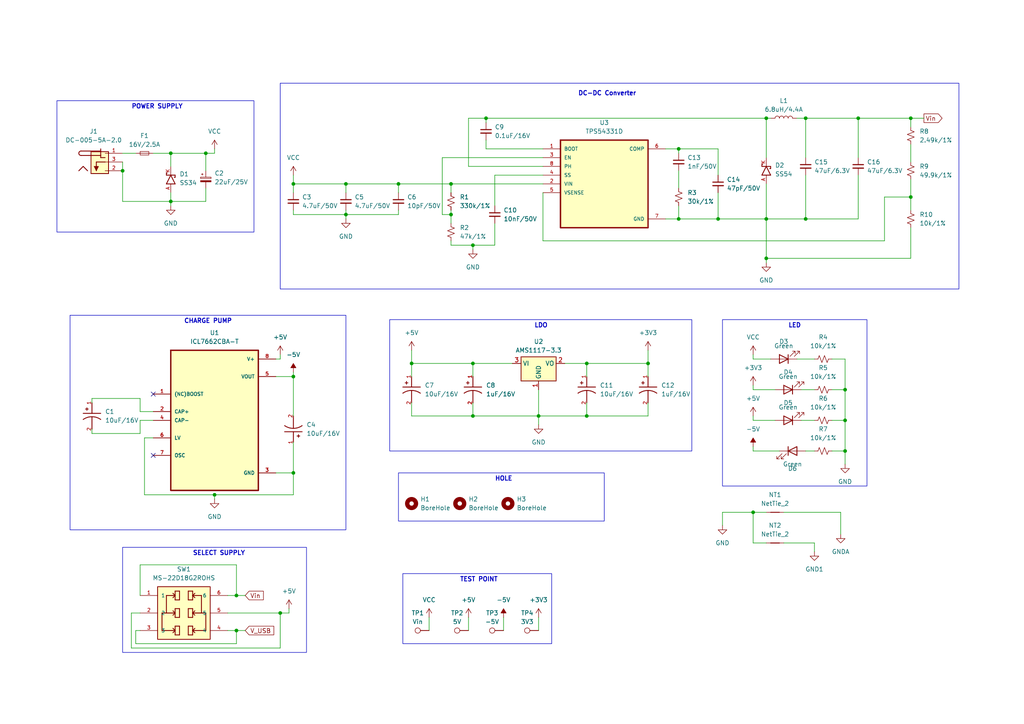
<source format=kicad_sch>
(kicad_sch (version 20230121) (generator eeschema)

  (uuid 7f243b94-1a5c-460c-87f9-9c22e13ae920)

  (paper "A4")

  (title_block
    (title "POWER SUPPLY")
    (date "2024-03-07")
  )

  (lib_symbols
    (symbol "Connector:TestPoint" (pin_numbers hide) (pin_names (offset 0.762) hide) (in_bom yes) (on_board yes)
      (property "Reference" "TP" (at 0 6.858 0)
        (effects (font (size 1.27 1.27)))
      )
      (property "Value" "TestPoint" (at 0 5.08 0)
        (effects (font (size 1.27 1.27)))
      )
      (property "Footprint" "" (at 5.08 0 0)
        (effects (font (size 1.27 1.27)) hide)
      )
      (property "Datasheet" "~" (at 5.08 0 0)
        (effects (font (size 1.27 1.27)) hide)
      )
      (property "ki_keywords" "test point tp" (at 0 0 0)
        (effects (font (size 1.27 1.27)) hide)
      )
      (property "ki_description" "test point" (at 0 0 0)
        (effects (font (size 1.27 1.27)) hide)
      )
      (property "ki_fp_filters" "Pin* Test*" (at 0 0 0)
        (effects (font (size 1.27 1.27)) hide)
      )
      (symbol "TestPoint_0_1"
        (circle (center 0 3.302) (radius 0.762)
          (stroke (width 0) (type default))
          (fill (type none))
        )
      )
      (symbol "TestPoint_1_1"
        (pin passive line (at 0 0 90) (length 2.54)
          (name "1" (effects (font (size 1.27 1.27))))
          (number "1" (effects (font (size 1.27 1.27))))
        )
      )
    )
    (symbol "DC-005-5A-2.0:DC-005-5A-2.0" (pin_names (offset 1.016)) (in_bom yes) (on_board yes)
      (property "Reference" "J" (at -5.08 5.08 0)
        (effects (font (size 1.27 1.27)) (justify left bottom))
      )
      (property "Value" "DC-005-5A-2.0" (at -5.08 -5.08 0)
        (effects (font (size 1.27 1.27)) (justify left top))
      )
      (property "Footprint" "DC-005-5A-2:XKB_DC-005-5A-2.0" (at 0 0 0)
        (effects (font (size 1.27 1.27)) (justify bottom) hide)
      )
      (property "Datasheet" "" (at 0 0 0)
        (effects (font (size 1.27 1.27)) hide)
      )
      (property "URL" "https://www.thegioiic.com/dc5525-dau-noi-nguon-dc-cai-5525-han-pcb-kim-2-5mm" (at 0 0 0)
        (effects (font (size 1.27 1.27)) hide)
      )
      (symbol "DC-005-5A-2.0_0_0"
        (arc (start -4.445 3.175) (mid -5.0773 2.54) (end -4.445 1.905)
          (stroke (width 0.254) (type default))
          (fill (type none))
        )
        (rectangle (start -1.5421 -3.3564) (end 3.5379 2.9936)
          (stroke (width 0.254) (type default))
          (fill (type background))
        )
        (polyline
          (pts
            (xy -4.445 1.905)
            (xy 1.27 1.905)
          )
          (stroke (width 0.254) (type default))
          (fill (type none))
        )
        (polyline
          (pts
            (xy -4.445 3.175)
            (xy 1.27 3.175)
          )
          (stroke (width 0.254) (type default))
          (fill (type none))
        )
        (polyline
          (pts
            (xy -3.81 -1.27)
            (xy -5.08 -2.54)
          )
          (stroke (width 0.254) (type default))
          (fill (type none))
        )
        (polyline
          (pts
            (xy -2.54 -2.54)
            (xy -3.81 -1.27)
          )
          (stroke (width 0.254) (type default))
          (fill (type none))
        )
        (polyline
          (pts
            (xy 0 0)
            (xy 0 -2.54)
          )
          (stroke (width 0.254) (type default))
          (fill (type none))
        )
        (polyline
          (pts
            (xy 1.27 1.27)
            (xy 2.54 1.27)
          )
          (stroke (width 0.254) (type default))
          (fill (type none))
        )
        (polyline
          (pts
            (xy 1.27 1.905)
            (xy 1.27 1.27)
          )
          (stroke (width 0.254) (type default))
          (fill (type none))
        )
        (polyline
          (pts
            (xy 1.27 3.175)
            (xy 1.27 1.905)
          )
          (stroke (width 0.254) (type default))
          (fill (type none))
        )
        (polyline
          (pts
            (xy 1.27 3.81)
            (xy 1.27 3.175)
          )
          (stroke (width 0.254) (type default))
          (fill (type none))
        )
        (polyline
          (pts
            (xy 2.54 0)
            (xy 0 0)
          )
          (stroke (width 0.254) (type default))
          (fill (type none))
        )
        (polyline
          (pts
            (xy -0.635 -1.27)
            (xy 0.635 -1.27)
            (xy 0 -2.54)
            (xy -0.635 -1.27)
          )
          (stroke (width 0.1524) (type default))
          (fill (type outline))
        )
        (pin passive line (at 7.62 2.54 180) (length 5.08)
          (name "~" (effects (font (size 1.016 1.016))))
          (number "1" (effects (font (size 1.016 1.016))))
        )
        (pin passive line (at 7.62 -2.54 180) (length 5.08)
          (name "~" (effects (font (size 1.016 1.016))))
          (number "2" (effects (font (size 1.016 1.016))))
        )
        (pin passive line (at 7.62 0 180) (length 5.08)
          (name "~" (effects (font (size 1.016 1.016))))
          (number "3" (effects (font (size 1.016 1.016))))
        )
      )
    )
    (symbol "Device:C_Polarized_Small" (pin_numbers hide) (pin_names (offset 0.254) hide) (in_bom yes) (on_board yes)
      (property "Reference" "C" (at 0.254 1.778 0)
        (effects (font (size 1.27 1.27)) (justify left))
      )
      (property "Value" "C_Polarized_Small" (at 0.254 -2.032 0)
        (effects (font (size 1.27 1.27)) (justify left))
      )
      (property "Footprint" "" (at 0 0 0)
        (effects (font (size 1.27 1.27)) hide)
      )
      (property "Datasheet" "~" (at 0 0 0)
        (effects (font (size 1.27 1.27)) hide)
      )
      (property "ki_keywords" "cap capacitor" (at 0 0 0)
        (effects (font (size 1.27 1.27)) hide)
      )
      (property "ki_description" "Polarized capacitor, small symbol" (at 0 0 0)
        (effects (font (size 1.27 1.27)) hide)
      )
      (property "ki_fp_filters" "CP_*" (at 0 0 0)
        (effects (font (size 1.27 1.27)) hide)
      )
      (symbol "C_Polarized_Small_0_1"
        (rectangle (start -1.524 -0.3048) (end 1.524 -0.6858)
          (stroke (width 0) (type default))
          (fill (type outline))
        )
        (rectangle (start -1.524 0.6858) (end 1.524 0.3048)
          (stroke (width 0) (type default))
          (fill (type none))
        )
        (polyline
          (pts
            (xy -1.27 1.524)
            (xy -0.762 1.524)
          )
          (stroke (width 0) (type default))
          (fill (type none))
        )
        (polyline
          (pts
            (xy -1.016 1.27)
            (xy -1.016 1.778)
          )
          (stroke (width 0) (type default))
          (fill (type none))
        )
      )
      (symbol "C_Polarized_Small_1_1"
        (pin passive line (at 0 2.54 270) (length 1.8542)
          (name "~" (effects (font (size 1.27 1.27))))
          (number "1" (effects (font (size 1.27 1.27))))
        )
        (pin passive line (at 0 -2.54 90) (length 1.8542)
          (name "~" (effects (font (size 1.27 1.27))))
          (number "2" (effects (font (size 1.27 1.27))))
        )
      )
    )
    (symbol "Device:C_Small" (pin_numbers hide) (pin_names (offset 0.254) hide) (in_bom yes) (on_board yes)
      (property "Reference" "C" (at 0.254 1.778 0)
        (effects (font (size 1.27 1.27)) (justify left))
      )
      (property "Value" "C_Small" (at 0.254 -2.032 0)
        (effects (font (size 1.27 1.27)) (justify left))
      )
      (property "Footprint" "" (at 0 0 0)
        (effects (font (size 1.27 1.27)) hide)
      )
      (property "Datasheet" "~" (at 0 0 0)
        (effects (font (size 1.27 1.27)) hide)
      )
      (property "ki_keywords" "capacitor cap" (at 0 0 0)
        (effects (font (size 1.27 1.27)) hide)
      )
      (property "ki_description" "Unpolarized capacitor, small symbol" (at 0 0 0)
        (effects (font (size 1.27 1.27)) hide)
      )
      (property "ki_fp_filters" "C_*" (at 0 0 0)
        (effects (font (size 1.27 1.27)) hide)
      )
      (symbol "C_Small_0_1"
        (polyline
          (pts
            (xy -1.524 -0.508)
            (xy 1.524 -0.508)
          )
          (stroke (width 0.3302) (type default))
          (fill (type none))
        )
        (polyline
          (pts
            (xy -1.524 0.508)
            (xy 1.524 0.508)
          )
          (stroke (width 0.3048) (type default))
          (fill (type none))
        )
      )
      (symbol "C_Small_1_1"
        (pin passive line (at 0 2.54 270) (length 2.032)
          (name "~" (effects (font (size 1.27 1.27))))
          (number "1" (effects (font (size 1.27 1.27))))
        )
        (pin passive line (at 0 -2.54 90) (length 2.032)
          (name "~" (effects (font (size 1.27 1.27))))
          (number "2" (effects (font (size 1.27 1.27))))
        )
      )
    )
    (symbol "Device:Fuse_Small" (pin_numbers hide) (pin_names (offset 0.254) hide) (in_bom yes) (on_board yes)
      (property "Reference" "F" (at 0 -1.524 0)
        (effects (font (size 1.27 1.27)))
      )
      (property "Value" "Fuse_Small" (at 0 1.524 0)
        (effects (font (size 1.27 1.27)))
      )
      (property "Footprint" "" (at 0 0 0)
        (effects (font (size 1.27 1.27)) hide)
      )
      (property "Datasheet" "~" (at 0 0 0)
        (effects (font (size 1.27 1.27)) hide)
      )
      (property "ki_keywords" "fuse" (at 0 0 0)
        (effects (font (size 1.27 1.27)) hide)
      )
      (property "ki_description" "Fuse, small symbol" (at 0 0 0)
        (effects (font (size 1.27 1.27)) hide)
      )
      (property "ki_fp_filters" "*Fuse*" (at 0 0 0)
        (effects (font (size 1.27 1.27)) hide)
      )
      (symbol "Fuse_Small_0_1"
        (rectangle (start -1.27 0.508) (end 1.27 -0.508)
          (stroke (width 0) (type default))
          (fill (type none))
        )
        (polyline
          (pts
            (xy -1.27 0)
            (xy 1.27 0)
          )
          (stroke (width 0) (type default))
          (fill (type none))
        )
      )
      (symbol "Fuse_Small_1_1"
        (pin passive line (at -2.54 0 0) (length 1.27)
          (name "~" (effects (font (size 1.27 1.27))))
          (number "1" (effects (font (size 1.27 1.27))))
        )
        (pin passive line (at 2.54 0 180) (length 1.27)
          (name "~" (effects (font (size 1.27 1.27))))
          (number "2" (effects (font (size 1.27 1.27))))
        )
      )
    )
    (symbol "Device:L" (pin_numbers hide) (pin_names (offset 1.016) hide) (in_bom yes) (on_board yes)
      (property "Reference" "L" (at -1.27 0 90)
        (effects (font (size 1.27 1.27)))
      )
      (property "Value" "L" (at 1.905 0 90)
        (effects (font (size 1.27 1.27)))
      )
      (property "Footprint" "" (at 0 0 0)
        (effects (font (size 1.27 1.27)) hide)
      )
      (property "Datasheet" "~" (at 0 0 0)
        (effects (font (size 1.27 1.27)) hide)
      )
      (property "ki_keywords" "inductor choke coil reactor magnetic" (at 0 0 0)
        (effects (font (size 1.27 1.27)) hide)
      )
      (property "ki_description" "Inductor" (at 0 0 0)
        (effects (font (size 1.27 1.27)) hide)
      )
      (property "ki_fp_filters" "Choke_* *Coil* Inductor_* L_*" (at 0 0 0)
        (effects (font (size 1.27 1.27)) hide)
      )
      (symbol "L_0_1"
        (arc (start 0 -2.54) (mid 0.6323 -1.905) (end 0 -1.27)
          (stroke (width 0) (type default))
          (fill (type none))
        )
        (arc (start 0 -1.27) (mid 0.6323 -0.635) (end 0 0)
          (stroke (width 0) (type default))
          (fill (type none))
        )
        (arc (start 0 0) (mid 0.6323 0.635) (end 0 1.27)
          (stroke (width 0) (type default))
          (fill (type none))
        )
        (arc (start 0 1.27) (mid 0.6323 1.905) (end 0 2.54)
          (stroke (width 0) (type default))
          (fill (type none))
        )
      )
      (symbol "L_1_1"
        (pin passive line (at 0 3.81 270) (length 1.27)
          (name "1" (effects (font (size 1.27 1.27))))
          (number "1" (effects (font (size 1.27 1.27))))
        )
        (pin passive line (at 0 -3.81 90) (length 1.27)
          (name "2" (effects (font (size 1.27 1.27))))
          (number "2" (effects (font (size 1.27 1.27))))
        )
      )
    )
    (symbol "Device:LED" (pin_numbers hide) (pin_names (offset 1.016) hide) (in_bom yes) (on_board yes)
      (property "Reference" "D" (at 0 2.54 0)
        (effects (font (size 1.27 1.27)))
      )
      (property "Value" "LED" (at 0 -2.54 0)
        (effects (font (size 1.27 1.27)))
      )
      (property "Footprint" "" (at 0 0 0)
        (effects (font (size 1.27 1.27)) hide)
      )
      (property "Datasheet" "~" (at 0 0 0)
        (effects (font (size 1.27 1.27)) hide)
      )
      (property "ki_keywords" "LED diode" (at 0 0 0)
        (effects (font (size 1.27 1.27)) hide)
      )
      (property "ki_description" "Light emitting diode" (at 0 0 0)
        (effects (font (size 1.27 1.27)) hide)
      )
      (property "ki_fp_filters" "LED* LED_SMD:* LED_THT:*" (at 0 0 0)
        (effects (font (size 1.27 1.27)) hide)
      )
      (symbol "LED_0_1"
        (polyline
          (pts
            (xy -1.27 -1.27)
            (xy -1.27 1.27)
          )
          (stroke (width 0.254) (type default))
          (fill (type none))
        )
        (polyline
          (pts
            (xy -1.27 0)
            (xy 1.27 0)
          )
          (stroke (width 0) (type default))
          (fill (type none))
        )
        (polyline
          (pts
            (xy 1.27 -1.27)
            (xy 1.27 1.27)
            (xy -1.27 0)
            (xy 1.27 -1.27)
          )
          (stroke (width 0.254) (type default))
          (fill (type none))
        )
        (polyline
          (pts
            (xy -3.048 -0.762)
            (xy -4.572 -2.286)
            (xy -3.81 -2.286)
            (xy -4.572 -2.286)
            (xy -4.572 -1.524)
          )
          (stroke (width 0) (type default))
          (fill (type none))
        )
        (polyline
          (pts
            (xy -1.778 -0.762)
            (xy -3.302 -2.286)
            (xy -2.54 -2.286)
            (xy -3.302 -2.286)
            (xy -3.302 -1.524)
          )
          (stroke (width 0) (type default))
          (fill (type none))
        )
      )
      (symbol "LED_1_1"
        (pin passive line (at -3.81 0 0) (length 2.54)
          (name "K" (effects (font (size 1.27 1.27))))
          (number "1" (effects (font (size 1.27 1.27))))
        )
        (pin passive line (at 3.81 0 180) (length 2.54)
          (name "A" (effects (font (size 1.27 1.27))))
          (number "2" (effects (font (size 1.27 1.27))))
        )
      )
    )
    (symbol "Device:NetTie_2" (pin_numbers hide) (pin_names (offset 0) hide) (in_bom no) (on_board yes)
      (property "Reference" "NT" (at 0 1.27 0)
        (effects (font (size 1.27 1.27)))
      )
      (property "Value" "NetTie_2" (at 0 -1.27 0)
        (effects (font (size 1.27 1.27)))
      )
      (property "Footprint" "" (at 0 0 0)
        (effects (font (size 1.27 1.27)) hide)
      )
      (property "Datasheet" "~" (at 0 0 0)
        (effects (font (size 1.27 1.27)) hide)
      )
      (property "ki_keywords" "net tie short" (at 0 0 0)
        (effects (font (size 1.27 1.27)) hide)
      )
      (property "ki_description" "Net tie, 2 pins" (at 0 0 0)
        (effects (font (size 1.27 1.27)) hide)
      )
      (property "ki_fp_filters" "Net*Tie*" (at 0 0 0)
        (effects (font (size 1.27 1.27)) hide)
      )
      (symbol "NetTie_2_0_1"
        (polyline
          (pts
            (xy -1.27 0)
            (xy 1.27 0)
          )
          (stroke (width 0.254) (type default))
          (fill (type none))
        )
      )
      (symbol "NetTie_2_1_1"
        (pin passive line (at -2.54 0 0) (length 2.54)
          (name "1" (effects (font (size 1.27 1.27))))
          (number "1" (effects (font (size 1.27 1.27))))
        )
        (pin passive line (at 2.54 0 180) (length 2.54)
          (name "2" (effects (font (size 1.27 1.27))))
          (number "2" (effects (font (size 1.27 1.27))))
        )
      )
    )
    (symbol "Device:R_Small_US" (pin_numbers hide) (pin_names (offset 0.254) hide) (in_bom yes) (on_board yes)
      (property "Reference" "R" (at 0.762 0.508 0)
        (effects (font (size 1.27 1.27)) (justify left))
      )
      (property "Value" "R_Small_US" (at 0.762 -1.016 0)
        (effects (font (size 1.27 1.27)) (justify left))
      )
      (property "Footprint" "" (at 0 0 0)
        (effects (font (size 1.27 1.27)) hide)
      )
      (property "Datasheet" "~" (at 0 0 0)
        (effects (font (size 1.27 1.27)) hide)
      )
      (property "ki_keywords" "r resistor" (at 0 0 0)
        (effects (font (size 1.27 1.27)) hide)
      )
      (property "ki_description" "Resistor, small US symbol" (at 0 0 0)
        (effects (font (size 1.27 1.27)) hide)
      )
      (property "ki_fp_filters" "R_*" (at 0 0 0)
        (effects (font (size 1.27 1.27)) hide)
      )
      (symbol "R_Small_US_1_1"
        (polyline
          (pts
            (xy 0 0)
            (xy 1.016 -0.381)
            (xy 0 -0.762)
            (xy -1.016 -1.143)
            (xy 0 -1.524)
          )
          (stroke (width 0) (type default))
          (fill (type none))
        )
        (polyline
          (pts
            (xy 0 1.524)
            (xy 1.016 1.143)
            (xy 0 0.762)
            (xy -1.016 0.381)
            (xy 0 0)
          )
          (stroke (width 0) (type default))
          (fill (type none))
        )
        (pin passive line (at 0 2.54 270) (length 1.016)
          (name "~" (effects (font (size 1.27 1.27))))
          (number "1" (effects (font (size 1.27 1.27))))
        )
        (pin passive line (at 0 -2.54 90) (length 1.016)
          (name "~" (effects (font (size 1.27 1.27))))
          (number "2" (effects (font (size 1.27 1.27))))
        )
      )
    )
    (symbol "ICL7662CBA-T:ICL7662CBA-T" (pin_names (offset 1.016)) (in_bom yes) (on_board yes)
      (property "Reference" "U" (at -12.7 21.32 0)
        (effects (font (size 1.27 1.27)) (justify left bottom))
      )
      (property "Value" "ICL7662CBA-T" (at -12.7 -24.32 0)
        (effects (font (size 1.27 1.27)) (justify left bottom))
      )
      (property "Footprint" "ICL7662CBA-T:SOIC127P600X175-8N" (at 0 0 0)
        (effects (font (size 1.27 1.27)) (justify bottom) hide)
      )
      (property "Datasheet" "" (at 0 0 0)
        (effects (font (size 1.27 1.27)) hide)
      )
      (property "URL" "https://www.thegioiic.com/icl7662cba" (at 0 0 0)
        (effects (font (size 1.27 1.27)) hide)
      )
      (symbol "ICL7662CBA-T_0_0"
        (rectangle (start -12.7 -20.32) (end 12.7 20.32)
          (stroke (width 0.41) (type default))
          (fill (type background))
        )
        (pin bidirectional line (at -17.78 7.62 0) (length 5.08)
          (name "(NC)BOOST" (effects (font (size 1.016 1.016))))
          (number "1" (effects (font (size 1.016 1.016))))
        )
        (pin bidirectional line (at -17.78 2.54 0) (length 5.08)
          (name "CAP+" (effects (font (size 1.016 1.016))))
          (number "2" (effects (font (size 1.016 1.016))))
        )
        (pin power_in line (at 17.78 -15.24 180) (length 5.08)
          (name "GND" (effects (font (size 1.016 1.016))))
          (number "3" (effects (font (size 1.016 1.016))))
        )
        (pin bidirectional line (at -17.78 0 0) (length 5.08)
          (name "CAP-" (effects (font (size 1.016 1.016))))
          (number "4" (effects (font (size 1.016 1.016))))
        )
        (pin output line (at 17.78 12.7 180) (length 5.08)
          (name "VOUT" (effects (font (size 1.016 1.016))))
          (number "5" (effects (font (size 1.016 1.016))))
        )
        (pin bidirectional line (at -17.78 -5.08 0) (length 5.08)
          (name "LV" (effects (font (size 1.016 1.016))))
          (number "6" (effects (font (size 1.016 1.016))))
        )
        (pin bidirectional line (at -17.78 -10.16 0) (length 5.08)
          (name "OSC" (effects (font (size 1.016 1.016))))
          (number "7" (effects (font (size 1.016 1.016))))
        )
        (pin power_in line (at 17.78 17.78 180) (length 5.08)
          (name "V+" (effects (font (size 1.016 1.016))))
          (number "8" (effects (font (size 1.016 1.016))))
        )
      )
    )
    (symbol "MS-22D18G2ROHS:MS-22D18G2ROHS" (pin_names (offset 1.016)) (in_bom yes) (on_board yes)
      (property "Reference" "SW" (at -8.2712 8.2712 0)
        (effects (font (size 1.27 1.27)) (justify left bottom))
      )
      (property "Value" "MS-22D18G2ROHS" (at -8.2562 -10.1615 0)
        (effects (font (size 1.27 1.27)) (justify left bottom))
      )
      (property "Footprint" "MS-22D18G2ROHS:SW_MS-22D18G2ROHS" (at 0 0 0)
        (effects (font (size 1.27 1.27)) (justify bottom) hide)
      )
      (property "Datasheet" "" (at 0 0 0)
        (effects (font (size 1.27 1.27)) hide)
      )
      (property "URL" "https://www.thegioiic.com/mss-22d18-cong-tac-truot-6-chan-xuyen-lo-on-on-2p2t-0-5a" (at 0 0 0)
        (effects (font (size 1.27 1.27)) hide)
      )
      (symbol "MS-22D18G2ROHS_0_0"
        (rectangle (start -7.62 -7.62) (end 7.62 7.62)
          (stroke (width 0.254) (type default))
          (fill (type background))
        )
        (polyline
          (pts
            (xy -6.35 -5.08)
            (xy -2.54 -5.08)
          )
          (stroke (width 0.254) (type default))
          (fill (type none))
        )
        (polyline
          (pts
            (xy -6.35 0)
            (xy -6.35 -5.08)
          )
          (stroke (width 0.254) (type default))
          (fill (type none))
        )
        (polyline
          (pts
            (xy -5.08 5.08)
            (xy -5.08 0)
          )
          (stroke (width 0.254) (type default))
          (fill (type none))
        )
        (polyline
          (pts
            (xy -2.54 -6.35)
            (xy -2.54 -5.08)
          )
          (stroke (width 0.254) (type default))
          (fill (type none))
        )
        (polyline
          (pts
            (xy -2.54 -5.08)
            (xy -3.175 -5.715)
          )
          (stroke (width 0.254) (type default))
          (fill (type none))
        )
        (polyline
          (pts
            (xy -2.54 -5.08)
            (xy -3.175 -4.445)
          )
          (stroke (width 0.254) (type default))
          (fill (type none))
        )
        (polyline
          (pts
            (xy -2.54 -5.08)
            (xy -2.54 -3.81)
          )
          (stroke (width 0.254) (type default))
          (fill (type none))
        )
        (polyline
          (pts
            (xy -2.54 -3.81)
            (xy -1.27 -3.81)
          )
          (stroke (width 0.254) (type default))
          (fill (type none))
        )
        (polyline
          (pts
            (xy -2.54 -1.27)
            (xy -2.54 0)
          )
          (stroke (width 0.254) (type default))
          (fill (type none))
        )
        (polyline
          (pts
            (xy -2.54 0)
            (xy -6.35 0)
          )
          (stroke (width 0.254) (type default))
          (fill (type none))
        )
        (polyline
          (pts
            (xy -2.54 0)
            (xy -3.175 -0.635)
          )
          (stroke (width 0.254) (type default))
          (fill (type none))
        )
        (polyline
          (pts
            (xy -2.54 0)
            (xy -3.175 0.635)
          )
          (stroke (width 0.254) (type default))
          (fill (type none))
        )
        (polyline
          (pts
            (xy -2.54 0)
            (xy -2.54 1.27)
          )
          (stroke (width 0.254) (type default))
          (fill (type none))
        )
        (polyline
          (pts
            (xy -2.54 1.27)
            (xy -1.27 1.27)
          )
          (stroke (width 0.254) (type default))
          (fill (type none))
        )
        (polyline
          (pts
            (xy -2.54 3.81)
            (xy -2.54 5.08)
          )
          (stroke (width 0.254) (type default))
          (fill (type none))
        )
        (polyline
          (pts
            (xy -2.54 5.08)
            (xy -5.08 5.08)
          )
          (stroke (width 0.254) (type default))
          (fill (type none))
        )
        (polyline
          (pts
            (xy -2.54 5.08)
            (xy -3.175 4.445)
          )
          (stroke (width 0.254) (type default))
          (fill (type none))
        )
        (polyline
          (pts
            (xy -2.54 5.08)
            (xy -3.175 5.715)
          )
          (stroke (width 0.254) (type default))
          (fill (type none))
        )
        (polyline
          (pts
            (xy -2.54 5.08)
            (xy -2.54 6.35)
          )
          (stroke (width 0.254) (type default))
          (fill (type none))
        )
        (polyline
          (pts
            (xy -2.54 6.35)
            (xy -1.27 6.35)
          )
          (stroke (width 0.254) (type default))
          (fill (type none))
        )
        (polyline
          (pts
            (xy -1.27 -6.35)
            (xy -2.54 -6.35)
          )
          (stroke (width 0.254) (type default))
          (fill (type none))
        )
        (polyline
          (pts
            (xy -1.27 -3.81)
            (xy -1.27 -6.35)
          )
          (stroke (width 0.254) (type default))
          (fill (type none))
        )
        (polyline
          (pts
            (xy -1.27 -1.27)
            (xy -2.54 -1.27)
          )
          (stroke (width 0.254) (type default))
          (fill (type none))
        )
        (polyline
          (pts
            (xy -1.27 1.27)
            (xy -1.27 -1.27)
          )
          (stroke (width 0.254) (type default))
          (fill (type none))
        )
        (polyline
          (pts
            (xy -1.27 3.81)
            (xy -2.54 3.81)
          )
          (stroke (width 0.254) (type default))
          (fill (type none))
        )
        (polyline
          (pts
            (xy -1.27 6.35)
            (xy -1.27 3.81)
          )
          (stroke (width 0.254) (type default))
          (fill (type none))
        )
        (polyline
          (pts
            (xy 1.27 -6.35)
            (xy 2.54 -6.35)
          )
          (stroke (width 0.254) (type default))
          (fill (type none))
        )
        (polyline
          (pts
            (xy 1.27 -3.81)
            (xy 1.27 -6.35)
          )
          (stroke (width 0.254) (type default))
          (fill (type none))
        )
        (polyline
          (pts
            (xy 1.27 -1.27)
            (xy 2.54 -1.27)
          )
          (stroke (width 0.254) (type default))
          (fill (type none))
        )
        (polyline
          (pts
            (xy 1.27 1.27)
            (xy 1.27 -1.27)
          )
          (stroke (width 0.254) (type default))
          (fill (type none))
        )
        (polyline
          (pts
            (xy 1.27 3.81)
            (xy 2.54 3.81)
          )
          (stroke (width 0.254) (type default))
          (fill (type none))
        )
        (polyline
          (pts
            (xy 1.27 6.35)
            (xy 1.27 3.81)
          )
          (stroke (width 0.254) (type default))
          (fill (type none))
        )
        (polyline
          (pts
            (xy 2.54 -6.35)
            (xy 2.54 -5.08)
          )
          (stroke (width 0.254) (type default))
          (fill (type none))
        )
        (polyline
          (pts
            (xy 2.54 -5.08)
            (xy 2.54 -3.81)
          )
          (stroke (width 0.254) (type default))
          (fill (type none))
        )
        (polyline
          (pts
            (xy 2.54 -5.08)
            (xy 3.175 -5.715)
          )
          (stroke (width 0.254) (type default))
          (fill (type none))
        )
        (polyline
          (pts
            (xy 2.54 -5.08)
            (xy 3.175 -4.445)
          )
          (stroke (width 0.254) (type default))
          (fill (type none))
        )
        (polyline
          (pts
            (xy 2.54 -3.81)
            (xy 1.27 -3.81)
          )
          (stroke (width 0.254) (type default))
          (fill (type none))
        )
        (polyline
          (pts
            (xy 2.54 -1.27)
            (xy 2.54 0)
          )
          (stroke (width 0.254) (type default))
          (fill (type none))
        )
        (polyline
          (pts
            (xy 2.54 0)
            (xy 2.54 1.27)
          )
          (stroke (width 0.254) (type default))
          (fill (type none))
        )
        (polyline
          (pts
            (xy 2.54 0)
            (xy 3.175 -0.635)
          )
          (stroke (width 0.254) (type default))
          (fill (type none))
        )
        (polyline
          (pts
            (xy 2.54 0)
            (xy 3.175 0.635)
          )
          (stroke (width 0.254) (type default))
          (fill (type none))
        )
        (polyline
          (pts
            (xy 2.54 0)
            (xy 6.35 0)
          )
          (stroke (width 0.254) (type default))
          (fill (type none))
        )
        (polyline
          (pts
            (xy 2.54 1.27)
            (xy 1.27 1.27)
          )
          (stroke (width 0.254) (type default))
          (fill (type none))
        )
        (polyline
          (pts
            (xy 2.54 3.81)
            (xy 2.54 5.08)
          )
          (stroke (width 0.254) (type default))
          (fill (type none))
        )
        (polyline
          (pts
            (xy 2.54 5.08)
            (xy 2.54 6.35)
          )
          (stroke (width 0.254) (type default))
          (fill (type none))
        )
        (polyline
          (pts
            (xy 2.54 5.08)
            (xy 3.175 4.445)
          )
          (stroke (width 0.254) (type default))
          (fill (type none))
        )
        (polyline
          (pts
            (xy 2.54 5.08)
            (xy 3.175 5.715)
          )
          (stroke (width 0.254) (type default))
          (fill (type none))
        )
        (polyline
          (pts
            (xy 2.54 5.08)
            (xy 5.08 5.08)
          )
          (stroke (width 0.254) (type default))
          (fill (type none))
        )
        (polyline
          (pts
            (xy 2.54 6.35)
            (xy 1.27 6.35)
          )
          (stroke (width 0.254) (type default))
          (fill (type none))
        )
        (polyline
          (pts
            (xy 5.08 5.08)
            (xy 5.08 0)
          )
          (stroke (width 0.254) (type default))
          (fill (type none))
        )
        (polyline
          (pts
            (xy 6.35 -5.08)
            (xy 2.54 -5.08)
          )
          (stroke (width 0.254) (type default))
          (fill (type none))
        )
        (polyline
          (pts
            (xy 6.35 0)
            (xy 6.35 -5.08)
          )
          (stroke (width 0.254) (type default))
          (fill (type none))
        )
        (pin passive line (at -12.7 5.08 0) (length 5.08)
          (name "1" (effects (font (size 1.016 1.016))))
          (number "1" (effects (font (size 1.016 1.016))))
        )
        (pin passive line (at -12.7 0 0) (length 5.08)
          (name "2" (effects (font (size 1.016 1.016))))
          (number "2" (effects (font (size 1.016 1.016))))
        )
        (pin passive line (at -12.7 -5.08 0) (length 5.08)
          (name "3" (effects (font (size 1.016 1.016))))
          (number "3" (effects (font (size 1.016 1.016))))
        )
        (pin passive line (at 12.7 -5.08 180) (length 5.08)
          (name "4" (effects (font (size 1.016 1.016))))
          (number "4" (effects (font (size 1.016 1.016))))
        )
        (pin passive line (at 12.7 0 180) (length 5.08)
          (name "5" (effects (font (size 1.016 1.016))))
          (number "5" (effects (font (size 1.016 1.016))))
        )
        (pin passive line (at 12.7 5.08 180) (length 5.08)
          (name "6" (effects (font (size 1.016 1.016))))
          (number "6" (effects (font (size 1.016 1.016))))
        )
      )
    )
    (symbol "Mechanical:MountingHole" (pin_names (offset 1.016)) (in_bom yes) (on_board yes)
      (property "Reference" "H" (at 0 5.08 0)
        (effects (font (size 1.27 1.27)))
      )
      (property "Value" "MountingHole" (at 0 3.175 0)
        (effects (font (size 1.27 1.27)))
      )
      (property "Footprint" "" (at 0 0 0)
        (effects (font (size 1.27 1.27)) hide)
      )
      (property "Datasheet" "~" (at 0 0 0)
        (effects (font (size 1.27 1.27)) hide)
      )
      (property "ki_keywords" "mounting hole" (at 0 0 0)
        (effects (font (size 1.27 1.27)) hide)
      )
      (property "ki_description" "Mounting Hole without connection" (at 0 0 0)
        (effects (font (size 1.27 1.27)) hide)
      )
      (property "ki_fp_filters" "MountingHole*" (at 0 0 0)
        (effects (font (size 1.27 1.27)) hide)
      )
      (symbol "MountingHole_0_1"
        (circle (center 0 0) (radius 1.27)
          (stroke (width 1.27) (type default))
          (fill (type none))
        )
      )
    )
    (symbol "Regulator_Linear:AMS1117-3.3" (in_bom yes) (on_board yes)
      (property "Reference" "U" (at -3.81 3.175 0)
        (effects (font (size 1.27 1.27)))
      )
      (property "Value" "AMS1117-3.3" (at 0 3.175 0)
        (effects (font (size 1.27 1.27)) (justify left))
      )
      (property "Footprint" "Package_TO_SOT_SMD:SOT-223-3_TabPin2" (at 0 5.08 0)
        (effects (font (size 1.27 1.27)) hide)
      )
      (property "Datasheet" "http://www.advanced-monolithic.com/pdf/ds1117.pdf" (at 2.54 -6.35 0)
        (effects (font (size 1.27 1.27)) hide)
      )
      (property "ki_keywords" "linear regulator ldo fixed positive" (at 0 0 0)
        (effects (font (size 1.27 1.27)) hide)
      )
      (property "ki_description" "1A Low Dropout regulator, positive, 3.3V fixed output, SOT-223" (at 0 0 0)
        (effects (font (size 1.27 1.27)) hide)
      )
      (property "ki_fp_filters" "SOT?223*TabPin2*" (at 0 0 0)
        (effects (font (size 1.27 1.27)) hide)
      )
      (symbol "AMS1117-3.3_0_1"
        (rectangle (start -5.08 -5.08) (end 5.08 1.905)
          (stroke (width 0.254) (type default))
          (fill (type background))
        )
      )
      (symbol "AMS1117-3.3_1_1"
        (pin power_in line (at 0 -7.62 90) (length 2.54)
          (name "GND" (effects (font (size 1.27 1.27))))
          (number "1" (effects (font (size 1.27 1.27))))
        )
        (pin power_out line (at 7.62 0 180) (length 2.54)
          (name "VO" (effects (font (size 1.27 1.27))))
          (number "2" (effects (font (size 1.27 1.27))))
        )
        (pin power_in line (at -7.62 0 0) (length 2.54)
          (name "VI" (effects (font (size 1.27 1.27))))
          (number "3" (effects (font (size 1.27 1.27))))
        )
      )
    )
    (symbol "SS34:SS34" (pin_names (offset 1.016)) (in_bom yes) (on_board yes)
      (property "Reference" "D" (at -2.286 1.905 0)
        (effects (font (size 1.27 1.27)) (justify left bottom))
      )
      (property "Value" "SS34" (at -2.286 -3.429 0)
        (effects (font (size 1.27 1.27)) (justify left bottom))
      )
      (property "Footprint" "SS34:DO-214AC" (at 0 5.08 0)
        (effects (font (size 1.27 1.27)) (justify bottom) hide)
      )
      (property "Datasheet" "" (at 0 0 0)
        (effects (font (size 1.27 1.27)) hide)
      )
      (property "URL" "https://www.thegioiic.com/twgmc-ss34-sma-diode-schottky-3a" (at -1.27 6.35 0)
        (effects (font (size 1.27 1.27)) hide)
      )
      (symbol "SS34_0_0"
        (polyline
          (pts
            (xy -1.27 -1.27)
            (xy 1.27 0)
          )
          (stroke (width 0.254) (type default))
          (fill (type none))
        )
        (polyline
          (pts
            (xy -1.27 1.27)
            (xy -1.27 -1.27)
          )
          (stroke (width 0.254) (type default))
          (fill (type none))
        )
        (polyline
          (pts
            (xy 0.635 -1.016)
            (xy 0.635 -1.27)
          )
          (stroke (width 0.254) (type default))
          (fill (type none))
        )
        (polyline
          (pts
            (xy 1.27 -1.27)
            (xy 0.635 -1.27)
          )
          (stroke (width 0.254) (type default))
          (fill (type none))
        )
        (polyline
          (pts
            (xy 1.27 0)
            (xy -1.27 1.27)
          )
          (stroke (width 0.254) (type default))
          (fill (type none))
        )
        (polyline
          (pts
            (xy 1.27 0)
            (xy 1.27 -1.27)
          )
          (stroke (width 0.254) (type default))
          (fill (type none))
        )
        (polyline
          (pts
            (xy 1.27 1.27)
            (xy 1.27 0)
          )
          (stroke (width 0.254) (type default))
          (fill (type none))
        )
        (polyline
          (pts
            (xy 1.905 1.27)
            (xy 1.27 1.27)
          )
          (stroke (width 0.254) (type default))
          (fill (type none))
        )
        (polyline
          (pts
            (xy 1.905 1.27)
            (xy 1.905 1.016)
          )
          (stroke (width 0.254) (type default))
          (fill (type none))
        )
        (pin passive line (at -3.81 0 0) (length 2.54)
          (name "~" (effects (font (size 1.016 1.016))))
          (number "A" (effects (font (size 1.016 1.016))))
        )
        (pin passive line (at 3.81 0 180) (length 2.54)
          (name "~" (effects (font (size 1.016 1.016))))
          (number "K" (effects (font (size 1.016 1.016))))
        )
      )
    )
    (symbol "TAJA105K016RNJ:TAJA105K016RNJ" (pin_names (offset 1.016)) (in_bom yes) (on_board yes)
      (property "Reference" "C" (at -5.08 3.81 0)
        (effects (font (size 1.27 1.27)) (justify left bottom))
      )
      (property "Value" "1uF/16V" (at -5.08 -5.08 0)
        (effects (font (size 1.27 1.27)) (justify left bottom))
      )
      (property "Footprint" "TAJA105K016RNJ:CAPMP3216X180N" (at 0 0 0)
        (effects (font (size 1.27 1.27)) (justify bottom) hide)
      )
      (property "Datasheet" "" (at 0 0 0)
        (effects (font (size 1.27 1.27)) hide)
      )
      (property "URL" "https://www.thegioiic.com/tu-tantalum-1uf-16v-1206-taja105k016rnj" (at 0 0 0)
        (effects (font (size 1.27 1.27)) hide)
      )
      (property "Description" "TAJA105K016RNJ" (at 0 0 0)
        (effects (font (size 1.27 1.27)) hide)
      )
      (symbol "TAJA105K016RNJ_0_0"
        (rectangle (start -3.713 -1.532) (end -2.824 -1.405)
          (stroke (width 0.1) (type default))
          (fill (type outline))
        )
        (rectangle (start -3.332 -1.913) (end -3.205 -1.024)
          (stroke (width 0.1) (type default))
          (fill (type outline))
        )
        (arc (start -0.254 2.54) (mid -1.0549 0) (end -0.254 -2.54)
          (stroke (width 0.254) (type default))
          (fill (type none))
        )
        (polyline
          (pts
            (xy -5.08 0)
            (xy -2.032 0)
          )
          (stroke (width 0.254) (type default))
          (fill (type none))
        )
        (polyline
          (pts
            (xy -2.032 2.54)
            (xy -2.032 -2.54)
          )
          (stroke (width 0.254) (type default))
          (fill (type none))
        )
        (polyline
          (pts
            (xy -1.016 0)
            (xy 2.54 0)
          )
          (stroke (width 0.254) (type default))
          (fill (type none))
        )
        (pin passive line (at -5.08 0 0) (length 0)
          (name "~" (effects (font (size 1.016 1.016))))
          (number "1" (effects (font (size 1.016 1.016))))
        )
        (pin passive line (at 2.54 0 180) (length 0)
          (name "~" (effects (font (size 1.016 1.016))))
          (number "2" (effects (font (size 1.016 1.016))))
        )
      )
    )
    (symbol "TAJA106K016RNJ:TAJA106K016RNJ" (pin_names (offset 1.016)) (in_bom yes) (on_board yes)
      (property "Reference" "C" (at -5.08 3.81 0)
        (effects (font (size 1.27 1.27)) (justify left bottom))
      )
      (property "Value" "10uF/16V" (at -5.08 -5.08 0)
        (effects (font (size 1.27 1.27)) (justify left bottom))
      )
      (property "Footprint" "TAJA106K016RNJ:CAPMP3216X180N" (at 0 0 0)
        (effects (font (size 1.27 1.27)) (justify bottom) hide)
      )
      (property "Datasheet" "" (at 0 0 0)
        (effects (font (size 1.27 1.27)) hide)
      )
      (property "Description" "TAJA106K016RNJ" (at 0 0 0)
        (effects (font (size 1.27 1.27)) (justify bottom) hide)
      )
      (property "URL" "https://www.thegioiic.com/tu-tantalum-10uf-16v-1206-taja106k016rnj" (at 0 0 0)
        (effects (font (size 1.27 1.27)) hide)
      )
      (symbol "TAJA106K016RNJ_0_0"
        (rectangle (start -3.713 -1.532) (end -2.824 -1.405)
          (stroke (width 0.1) (type default))
          (fill (type outline))
        )
        (rectangle (start -3.332 -1.913) (end -3.205 -1.024)
          (stroke (width 0.1) (type default))
          (fill (type outline))
        )
        (arc (start -0.254 2.54) (mid -1.0549 0) (end -0.254 -2.54)
          (stroke (width 0.254) (type default))
          (fill (type none))
        )
        (polyline
          (pts
            (xy -5.08 0)
            (xy -2.032 0)
          )
          (stroke (width 0.254) (type default))
          (fill (type none))
        )
        (polyline
          (pts
            (xy -2.032 2.54)
            (xy -2.032 -2.54)
          )
          (stroke (width 0.254) (type default))
          (fill (type none))
        )
        (polyline
          (pts
            (xy -1.016 0)
            (xy 2.54 0)
          )
          (stroke (width 0.254) (type default))
          (fill (type none))
        )
        (pin passive line (at -5.08 0 0) (length 0)
          (name "~" (effects (font (size 1.016 1.016))))
          (number "1" (effects (font (size 1.016 1.016))))
        )
        (pin passive line (at 2.54 0 180) (length 0)
          (name "~" (effects (font (size 1.016 1.016))))
          (number "2" (effects (font (size 1.016 1.016))))
        )
      )
    )
    (symbol "TPS54331D:TPS54331D" (pin_names (offset 1.016)) (in_bom yes) (on_board yes)
      (property "Reference" "U" (at -12.7 13.7 0)
        (effects (font (size 1.27 1.27)) (justify left bottom))
      )
      (property "Value" "TPS54331D" (at -12.7 -16.7 0)
        (effects (font (size 1.27 1.27)) (justify left bottom))
      )
      (property "Footprint" "TPS54331D:SOIC127P599X175-8N" (at 0 0 0)
        (effects (font (size 1.27 1.27)) (justify bottom) hide)
      )
      (property "Datasheet" "" (at 0 0 0)
        (effects (font (size 1.27 1.27)) hide)
      )
      (property "URL" "https://www.thegioiic.com/tps54331dr-ic-dieu-chinh-giam-ap-3a-8-soic" (at 0 0 0)
        (effects (font (size 1.27 1.27)) hide)
      )
      (symbol "TPS54331D_0_0"
        (rectangle (start -12.7 -12.7) (end 12.7 12.7)
          (stroke (width 0.41) (type default))
          (fill (type background))
        )
        (pin input line (at -17.78 10.16 0) (length 5.08)
          (name "BOOT" (effects (font (size 1.016 1.016))))
          (number "1" (effects (font (size 1.016 1.016))))
        )
        (pin input line (at -17.78 0 0) (length 5.08)
          (name "VIN" (effects (font (size 1.016 1.016))))
          (number "2" (effects (font (size 1.016 1.016))))
        )
        (pin input line (at -17.78 7.62 0) (length 5.08)
          (name "EN" (effects (font (size 1.016 1.016))))
          (number "3" (effects (font (size 1.016 1.016))))
        )
        (pin input line (at -17.78 2.54 0) (length 5.08)
          (name "SS" (effects (font (size 1.016 1.016))))
          (number "4" (effects (font (size 1.016 1.016))))
        )
        (pin input line (at -17.78 -2.54 0) (length 5.08)
          (name "VSENSE" (effects (font (size 1.016 1.016))))
          (number "5" (effects (font (size 1.016 1.016))))
        )
        (pin output line (at 17.78 10.16 180) (length 5.08)
          (name "COMP" (effects (font (size 1.016 1.016))))
          (number "6" (effects (font (size 1.016 1.016))))
        )
        (pin power_in line (at 17.78 -10.16 180) (length 5.08)
          (name "GND" (effects (font (size 1.016 1.016))))
          (number "7" (effects (font (size 1.016 1.016))))
        )
        (pin input line (at -17.78 5.08 0) (length 5.08)
          (name "PH" (effects (font (size 1.016 1.016))))
          (number "8" (effects (font (size 1.016 1.016))))
        )
      )
    )
    (symbol "power:+3V3" (power) (pin_names (offset 0)) (in_bom yes) (on_board yes)
      (property "Reference" "#PWR" (at 0 -3.81 0)
        (effects (font (size 1.27 1.27)) hide)
      )
      (property "Value" "+3V3" (at 0 3.556 0)
        (effects (font (size 1.27 1.27)))
      )
      (property "Footprint" "" (at 0 0 0)
        (effects (font (size 1.27 1.27)) hide)
      )
      (property "Datasheet" "" (at 0 0 0)
        (effects (font (size 1.27 1.27)) hide)
      )
      (property "ki_keywords" "global power" (at 0 0 0)
        (effects (font (size 1.27 1.27)) hide)
      )
      (property "ki_description" "Power symbol creates a global label with name \"+3V3\"" (at 0 0 0)
        (effects (font (size 1.27 1.27)) hide)
      )
      (symbol "+3V3_0_1"
        (polyline
          (pts
            (xy -0.762 1.27)
            (xy 0 2.54)
          )
          (stroke (width 0) (type default))
          (fill (type none))
        )
        (polyline
          (pts
            (xy 0 0)
            (xy 0 2.54)
          )
          (stroke (width 0) (type default))
          (fill (type none))
        )
        (polyline
          (pts
            (xy 0 2.54)
            (xy 0.762 1.27)
          )
          (stroke (width 0) (type default))
          (fill (type none))
        )
      )
      (symbol "+3V3_1_1"
        (pin power_in line (at 0 0 90) (length 0) hide
          (name "+3V3" (effects (font (size 1.27 1.27))))
          (number "1" (effects (font (size 1.27 1.27))))
        )
      )
    )
    (symbol "power:+5V" (power) (pin_names (offset 0)) (in_bom yes) (on_board yes)
      (property "Reference" "#PWR" (at 0 -3.81 0)
        (effects (font (size 1.27 1.27)) hide)
      )
      (property "Value" "+5V" (at 0 3.556 0)
        (effects (font (size 1.27 1.27)))
      )
      (property "Footprint" "" (at 0 0 0)
        (effects (font (size 1.27 1.27)) hide)
      )
      (property "Datasheet" "" (at 0 0 0)
        (effects (font (size 1.27 1.27)) hide)
      )
      (property "ki_keywords" "global power" (at 0 0 0)
        (effects (font (size 1.27 1.27)) hide)
      )
      (property "ki_description" "Power symbol creates a global label with name \"+5V\"" (at 0 0 0)
        (effects (font (size 1.27 1.27)) hide)
      )
      (symbol "+5V_0_1"
        (polyline
          (pts
            (xy -0.762 1.27)
            (xy 0 2.54)
          )
          (stroke (width 0) (type default))
          (fill (type none))
        )
        (polyline
          (pts
            (xy 0 0)
            (xy 0 2.54)
          )
          (stroke (width 0) (type default))
          (fill (type none))
        )
        (polyline
          (pts
            (xy 0 2.54)
            (xy 0.762 1.27)
          )
          (stroke (width 0) (type default))
          (fill (type none))
        )
      )
      (symbol "+5V_1_1"
        (pin power_in line (at 0 0 90) (length 0) hide
          (name "+5V" (effects (font (size 1.27 1.27))))
          (number "1" (effects (font (size 1.27 1.27))))
        )
      )
    )
    (symbol "power:-5V" (power) (pin_names (offset 0)) (in_bom yes) (on_board yes)
      (property "Reference" "#PWR" (at 0 2.54 0)
        (effects (font (size 1.27 1.27)) hide)
      )
      (property "Value" "-5V" (at 0 3.81 0)
        (effects (font (size 1.27 1.27)))
      )
      (property "Footprint" "" (at 0 0 0)
        (effects (font (size 1.27 1.27)) hide)
      )
      (property "Datasheet" "" (at 0 0 0)
        (effects (font (size 1.27 1.27)) hide)
      )
      (property "ki_keywords" "global power" (at 0 0 0)
        (effects (font (size 1.27 1.27)) hide)
      )
      (property "ki_description" "Power symbol creates a global label with name \"-5V\"" (at 0 0 0)
        (effects (font (size 1.27 1.27)) hide)
      )
      (symbol "-5V_0_0"
        (pin power_in line (at 0 0 90) (length 0) hide
          (name "-5V" (effects (font (size 1.27 1.27))))
          (number "1" (effects (font (size 1.27 1.27))))
        )
      )
      (symbol "-5V_0_1"
        (polyline
          (pts
            (xy 0 0)
            (xy 0 1.27)
            (xy 0.762 1.27)
            (xy 0 2.54)
            (xy -0.762 1.27)
            (xy 0 1.27)
          )
          (stroke (width 0) (type default))
          (fill (type outline))
        )
      )
    )
    (symbol "power:GND" (power) (pin_names (offset 0)) (in_bom yes) (on_board yes)
      (property "Reference" "#PWR" (at 0 -6.35 0)
        (effects (font (size 1.27 1.27)) hide)
      )
      (property "Value" "GND" (at 0 -3.81 0)
        (effects (font (size 1.27 1.27)))
      )
      (property "Footprint" "" (at 0 0 0)
        (effects (font (size 1.27 1.27)) hide)
      )
      (property "Datasheet" "" (at 0 0 0)
        (effects (font (size 1.27 1.27)) hide)
      )
      (property "ki_keywords" "global power" (at 0 0 0)
        (effects (font (size 1.27 1.27)) hide)
      )
      (property "ki_description" "Power symbol creates a global label with name \"GND\" , ground" (at 0 0 0)
        (effects (font (size 1.27 1.27)) hide)
      )
      (symbol "GND_0_1"
        (polyline
          (pts
            (xy 0 0)
            (xy 0 -1.27)
            (xy 1.27 -1.27)
            (xy 0 -2.54)
            (xy -1.27 -1.27)
            (xy 0 -1.27)
          )
          (stroke (width 0) (type default))
          (fill (type none))
        )
      )
      (symbol "GND_1_1"
        (pin power_in line (at 0 0 270) (length 0) hide
          (name "GND" (effects (font (size 1.27 1.27))))
          (number "1" (effects (font (size 1.27 1.27))))
        )
      )
    )
    (symbol "power:GND1" (power) (pin_names (offset 0)) (in_bom yes) (on_board yes)
      (property "Reference" "#PWR" (at 0 -6.35 0)
        (effects (font (size 1.27 1.27)) hide)
      )
      (property "Value" "GND1" (at 0 -3.81 0)
        (effects (font (size 1.27 1.27)))
      )
      (property "Footprint" "" (at 0 0 0)
        (effects (font (size 1.27 1.27)) hide)
      )
      (property "Datasheet" "" (at 0 0 0)
        (effects (font (size 1.27 1.27)) hide)
      )
      (property "ki_keywords" "global power" (at 0 0 0)
        (effects (font (size 1.27 1.27)) hide)
      )
      (property "ki_description" "Power symbol creates a global label with name \"GND1\" , ground" (at 0 0 0)
        (effects (font (size 1.27 1.27)) hide)
      )
      (symbol "GND1_0_1"
        (polyline
          (pts
            (xy 0 0)
            (xy 0 -1.27)
            (xy 1.27 -1.27)
            (xy 0 -2.54)
            (xy -1.27 -1.27)
            (xy 0 -1.27)
          )
          (stroke (width 0) (type default))
          (fill (type none))
        )
      )
      (symbol "GND1_1_1"
        (pin power_in line (at 0 0 270) (length 0) hide
          (name "GND1" (effects (font (size 1.27 1.27))))
          (number "1" (effects (font (size 1.27 1.27))))
        )
      )
    )
    (symbol "power:GNDA" (power) (pin_names (offset 0)) (in_bom yes) (on_board yes)
      (property "Reference" "#PWR" (at 0 -6.35 0)
        (effects (font (size 1.27 1.27)) hide)
      )
      (property "Value" "GNDA" (at 0 -3.81 0)
        (effects (font (size 1.27 1.27)))
      )
      (property "Footprint" "" (at 0 0 0)
        (effects (font (size 1.27 1.27)) hide)
      )
      (property "Datasheet" "" (at 0 0 0)
        (effects (font (size 1.27 1.27)) hide)
      )
      (property "ki_keywords" "global power" (at 0 0 0)
        (effects (font (size 1.27 1.27)) hide)
      )
      (property "ki_description" "Power symbol creates a global label with name \"GNDA\" , analog ground" (at 0 0 0)
        (effects (font (size 1.27 1.27)) hide)
      )
      (symbol "GNDA_0_1"
        (polyline
          (pts
            (xy 0 0)
            (xy 0 -1.27)
            (xy 1.27 -1.27)
            (xy 0 -2.54)
            (xy -1.27 -1.27)
            (xy 0 -1.27)
          )
          (stroke (width 0) (type default))
          (fill (type none))
        )
      )
      (symbol "GNDA_1_1"
        (pin power_in line (at 0 0 270) (length 0) hide
          (name "GNDA" (effects (font (size 1.27 1.27))))
          (number "1" (effects (font (size 1.27 1.27))))
        )
      )
    )
    (symbol "power:VCC" (power) (pin_names (offset 0)) (in_bom yes) (on_board yes)
      (property "Reference" "#PWR" (at 0 -3.81 0)
        (effects (font (size 1.27 1.27)) hide)
      )
      (property "Value" "VCC" (at 0 3.81 0)
        (effects (font (size 1.27 1.27)))
      )
      (property "Footprint" "" (at 0 0 0)
        (effects (font (size 1.27 1.27)) hide)
      )
      (property "Datasheet" "" (at 0 0 0)
        (effects (font (size 1.27 1.27)) hide)
      )
      (property "ki_keywords" "global power" (at 0 0 0)
        (effects (font (size 1.27 1.27)) hide)
      )
      (property "ki_description" "Power symbol creates a global label with name \"VCC\"" (at 0 0 0)
        (effects (font (size 1.27 1.27)) hide)
      )
      (symbol "VCC_0_1"
        (polyline
          (pts
            (xy -0.762 1.27)
            (xy 0 2.54)
          )
          (stroke (width 0) (type default))
          (fill (type none))
        )
        (polyline
          (pts
            (xy 0 0)
            (xy 0 2.54)
          )
          (stroke (width 0) (type default))
          (fill (type none))
        )
        (polyline
          (pts
            (xy 0 2.54)
            (xy 0.762 1.27)
          )
          (stroke (width 0) (type default))
          (fill (type none))
        )
      )
      (symbol "VCC_1_1"
        (pin power_in line (at 0 0 90) (length 0) hide
          (name "VCC" (effects (font (size 1.27 1.27))))
          (number "1" (effects (font (size 1.27 1.27))))
        )
      )
    )
  )

  (junction (at 100.33 53.34) (diameter 0) (color 0 0 0 0)
    (uuid 03040ad5-75fe-452d-94ef-dc2dc5db9819)
  )
  (junction (at 222.25 34.29) (diameter 0) (color 0 0 0 0)
    (uuid 03aeef7e-46f2-4995-9e31-eaa23e8ba8dd)
  )
  (junction (at 218.44 148.59) (diameter 0) (color 0 0 0 0)
    (uuid 0c9f7ecd-41d7-4dcc-8b23-d2739469732e)
  )
  (junction (at 233.68 63.5) (diameter 0) (color 0 0 0 0)
    (uuid 0cb2a2d0-5a55-43f4-953d-0fe7819d413d)
  )
  (junction (at 264.16 34.29) (diameter 0) (color 0 0 0 0)
    (uuid 10fb4521-d2d0-41e1-b328-06656930c55c)
  )
  (junction (at 245.11 130.81) (diameter 0) (color 0 0 0 0)
    (uuid 158956d1-3666-4964-80e1-635981a4028a)
  )
  (junction (at 81.28 177.8) (diameter 0) (color 0 0 0 0)
    (uuid 1e581664-ebc5-498f-aaa8-676ab9581b03)
  )
  (junction (at 137.16 120.65) (diameter 0) (color 0 0 0 0)
    (uuid 1fa4ded9-aa53-4b6b-bfb0-aae3634e8521)
  )
  (junction (at 233.68 34.29) (diameter 0) (color 0 0 0 0)
    (uuid 20cabfcc-7175-4c6d-9047-9869eba8b86d)
  )
  (junction (at 49.53 44.45) (diameter 0) (color 0 0 0 0)
    (uuid 2b245639-0842-4ec3-b199-63d74ecc08a9)
  )
  (junction (at 130.81 53.34) (diameter 0) (color 0 0 0 0)
    (uuid 44dff280-6a89-432d-ac8e-4b41ac0ed34d)
  )
  (junction (at 137.16 105.41) (diameter 0) (color 0 0 0 0)
    (uuid 48f499e2-210b-4a89-a67e-1fc758829c50)
  )
  (junction (at 245.11 121.92) (diameter 0) (color 0 0 0 0)
    (uuid 4e39faf8-e7e9-473b-a707-68c71e560c82)
  )
  (junction (at 100.33 62.23) (diameter 0) (color 0 0 0 0)
    (uuid 5217b540-4bf3-4064-8d8d-8da84982d360)
  )
  (junction (at 156.21 120.65) (diameter 0) (color 0 0 0 0)
    (uuid 521bb380-853f-491f-bce8-4e8e098780e2)
  )
  (junction (at 35.56 49.53) (diameter 0) (color 0 0 0 0)
    (uuid 5dfccf7b-350f-4930-9116-bcb8a6cb055b)
  )
  (junction (at 196.85 43.18) (diameter 0) (color 0 0 0 0)
    (uuid 65e3e408-83c4-44c6-b971-f7cf25485a99)
  )
  (junction (at 130.81 62.23) (diameter 0) (color 0 0 0 0)
    (uuid 68e5fed0-aecb-4a7a-b8f8-6581dc30ce90)
  )
  (junction (at 115.57 53.34) (diameter 0) (color 0 0 0 0)
    (uuid 69464928-906e-40f4-9372-4c2edac109e4)
  )
  (junction (at 137.16 71.12) (diameter 0) (color 0 0 0 0)
    (uuid 752e5afb-8962-46ea-bd70-e1ad706146e6)
  )
  (junction (at 49.53 58.42) (diameter 0) (color 0 0 0 0)
    (uuid 7d341e23-c063-4842-a51a-c42e006988d4)
  )
  (junction (at 222.25 74.93) (diameter 0) (color 0 0 0 0)
    (uuid 8873feaf-f54d-4ca3-9377-cc0bd53af637)
  )
  (junction (at 85.09 137.16) (diameter 0) (color 0 0 0 0)
    (uuid 93b0e95d-08ca-489b-8699-4027379c6b19)
  )
  (junction (at 62.23 143.51) (diameter 0) (color 0 0 0 0)
    (uuid 9efa0548-7d8b-4027-9bfd-fbf59cf647e3)
  )
  (junction (at 170.18 120.65) (diameter 0) (color 0 0 0 0)
    (uuid a453a100-9aaf-47cc-9630-1302b3376c77)
  )
  (junction (at 59.69 44.45) (diameter 0) (color 0 0 0 0)
    (uuid a6239832-051d-44bf-93ae-2277ee7f8382)
  )
  (junction (at 170.18 105.41) (diameter 0) (color 0 0 0 0)
    (uuid a6979cd2-88d2-4a31-80f7-c371782195d3)
  )
  (junction (at 85.09 109.22) (diameter 0) (color 0 0 0 0)
    (uuid aa19146c-e693-4f3b-9c0a-b6e077169483)
  )
  (junction (at 68.58 172.72) (diameter 0) (color 0 0 0 0)
    (uuid b1ace029-3f01-4b39-9900-26853899e408)
  )
  (junction (at 222.25 63.5) (diameter 0) (color 0 0 0 0)
    (uuid b4fc7dd8-93f8-491d-80f2-98dd5d9c8241)
  )
  (junction (at 85.09 53.34) (diameter 0) (color 0 0 0 0)
    (uuid bc658f95-5fc8-42f9-b92b-42f51606b00b)
  )
  (junction (at 119.38 105.41) (diameter 0) (color 0 0 0 0)
    (uuid c277e6ba-2766-4c98-9f66-497df033ff7f)
  )
  (junction (at 208.28 63.5) (diameter 0) (color 0 0 0 0)
    (uuid c33b01b1-39fd-4f13-ac6b-defc485de096)
  )
  (junction (at 245.11 113.03) (diameter 0) (color 0 0 0 0)
    (uuid c984fb7e-1519-4710-8b95-408d5e8e1564)
  )
  (junction (at 248.92 34.29) (diameter 0) (color 0 0 0 0)
    (uuid ca7b74ea-8b9f-4d3d-b4d3-560a7258aa5f)
  )
  (junction (at 196.85 63.5) (diameter 0) (color 0 0 0 0)
    (uuid d20b3775-73d4-406c-8743-0d04e84d1e50)
  )
  (junction (at 140.97 34.29) (diameter 0) (color 0 0 0 0)
    (uuid ecdc6f15-69cb-48c9-acec-823a8f89ff57)
  )
  (junction (at 187.96 105.41) (diameter 0) (color 0 0 0 0)
    (uuid ee05c89f-66b3-4115-992d-d897a8ccd499)
  )
  (junction (at 264.16 57.15) (diameter 0) (color 0 0 0 0)
    (uuid f2bb1fc5-370d-4a12-8011-bb1238d39be2)
  )
  (junction (at 68.58 182.88) (diameter 0) (color 0 0 0 0)
    (uuid fa601523-63e1-40b1-8b97-ccd48e55da99)
  )

  (no_connect (at 44.45 132.08) (uuid 5ea67964-7819-4039-995a-fb26f416b242))
  (no_connect (at 44.45 114.3) (uuid bbfe31ff-62cc-49d6-98ba-ca22cdf0fcd6))

  (wire (pts (xy 44.45 119.38) (xy 40.64 119.38))
    (stroke (width 0) (type default))
    (uuid 024caa4a-94d3-4639-ae46-5f425bf846eb)
  )
  (wire (pts (xy 115.57 53.34) (xy 115.57 55.88))
    (stroke (width 0) (type default))
    (uuid 02ab196b-0a69-43ee-b759-4f0cec6ea37b)
  )
  (wire (pts (xy 49.53 55.88) (xy 49.53 58.42))
    (stroke (width 0) (type default))
    (uuid 03ca4785-1fa2-4e10-858e-a75bce990a10)
  )
  (wire (pts (xy 241.3 121.92) (xy 245.11 121.92))
    (stroke (width 0) (type default))
    (uuid 0cb7b82e-fcc4-4c89-b2a1-0a658761b9e7)
  )
  (wire (pts (xy 83.82 177.8) (xy 83.82 176.53))
    (stroke (width 0) (type default))
    (uuid 0d0a9d2b-f179-4942-a5c7-f030ebfc7412)
  )
  (wire (pts (xy 223.52 104.14) (xy 218.44 104.14))
    (stroke (width 0) (type default))
    (uuid 0d7d4fb9-893a-4816-876f-15b8cfaee33b)
  )
  (wire (pts (xy 85.09 60.96) (xy 85.09 62.23))
    (stroke (width 0) (type default))
    (uuid 0dc25dff-65b7-4cc4-a251-22b49ea9f6b0)
  )
  (wire (pts (xy 231.14 104.14) (xy 236.22 104.14))
    (stroke (width 0) (type default))
    (uuid 10944799-d362-407a-9450-c73c7f74a856)
  )
  (wire (pts (xy 68.58 163.83) (xy 68.58 172.72))
    (stroke (width 0) (type default))
    (uuid 11ca1869-aa33-4994-b77b-43c36607f7c6)
  )
  (wire (pts (xy 143.51 50.8) (xy 143.51 59.69))
    (stroke (width 0) (type default))
    (uuid 145dbe0a-bb53-4843-a5dd-68605dea3d71)
  )
  (wire (pts (xy 62.23 143.51) (xy 62.23 144.78))
    (stroke (width 0) (type default))
    (uuid 14e785aa-eed4-443b-9526-682fa7dfc4ac)
  )
  (wire (pts (xy 130.81 62.23) (xy 130.81 64.77))
    (stroke (width 0) (type default))
    (uuid 1518a9bb-d422-4d9a-9ca7-82ffe7cffa25)
  )
  (wire (pts (xy 119.38 116.84) (xy 119.38 120.65))
    (stroke (width 0) (type default))
    (uuid 16cb4324-69f2-4307-a3cf-e9cf78965d5e)
  )
  (wire (pts (xy 196.85 63.5) (xy 208.28 63.5))
    (stroke (width 0) (type default))
    (uuid 1b3ee66d-c04b-45d2-a500-b8e1efb79356)
  )
  (wire (pts (xy 68.58 182.88) (xy 71.12 182.88))
    (stroke (width 0) (type default))
    (uuid 1c43d35b-0ab9-47e0-ba7a-4c182c6a0e56)
  )
  (wire (pts (xy 241.3 130.81) (xy 245.11 130.81))
    (stroke (width 0) (type default))
    (uuid 1c55b345-1e67-4fbc-a51f-5eaac30b0b0c)
  )
  (wire (pts (xy 264.16 34.29) (xy 267.97 34.29))
    (stroke (width 0) (type default))
    (uuid 1c8fdfc3-1371-4849-b7d3-800b368ed18b)
  )
  (wire (pts (xy 115.57 62.23) (xy 115.57 60.96))
    (stroke (width 0) (type default))
    (uuid 1d360d7d-8acb-4727-95c4-d2e0f83f30b7)
  )
  (wire (pts (xy 140.97 40.64) (xy 140.97 43.18))
    (stroke (width 0) (type default))
    (uuid 1e8c697e-4939-4d3d-8634-dcb77437d924)
  )
  (wire (pts (xy 264.16 57.15) (xy 264.16 60.96))
    (stroke (width 0) (type default))
    (uuid 2081fb51-2f7c-42be-a4e3-9d92f248188b)
  )
  (wire (pts (xy 223.52 34.29) (xy 222.25 34.29))
    (stroke (width 0) (type default))
    (uuid 20e69f04-f783-47d5-a344-99e4f1beacf9)
  )
  (wire (pts (xy 81.28 187.96) (xy 81.28 177.8))
    (stroke (width 0) (type default))
    (uuid 21a8743c-ee7f-439d-932b-2f9cfc6bd560)
  )
  (wire (pts (xy 130.81 60.96) (xy 130.81 62.23))
    (stroke (width 0) (type default))
    (uuid 22b67175-caea-4572-ba8f-e4ecc173dd10)
  )
  (wire (pts (xy 157.48 48.26) (xy 135.89 48.26))
    (stroke (width 0) (type default))
    (uuid 22c3da82-5d69-4e61-83b2-69596b7e2c4d)
  )
  (wire (pts (xy 146.05 179.07) (xy 146.05 182.88))
    (stroke (width 0) (type default))
    (uuid 24327306-8537-40e2-afdb-feb58eff60bd)
  )
  (wire (pts (xy 130.81 71.12) (xy 130.81 69.85))
    (stroke (width 0) (type default))
    (uuid 247b008a-12b9-4bfd-ae72-030f81ffd9bc)
  )
  (wire (pts (xy 49.53 58.42) (xy 35.56 58.42))
    (stroke (width 0) (type default))
    (uuid 29b9ae6d-e72c-4a5e-a06e-c6757b8188a1)
  )
  (wire (pts (xy 140.97 35.56) (xy 140.97 34.29))
    (stroke (width 0) (type default))
    (uuid 2c787744-14e1-4575-aca1-73cc6ac15d9f)
  )
  (wire (pts (xy 222.25 74.93) (xy 222.25 76.2))
    (stroke (width 0) (type default))
    (uuid 2ee88bef-f334-43e2-9bfa-f9a1b0fb9d3f)
  )
  (wire (pts (xy 40.64 182.88) (xy 39.37 182.88))
    (stroke (width 0) (type default))
    (uuid 30975a3b-d1a3-45ba-83a9-8fef0ba12a33)
  )
  (wire (pts (xy 100.33 62.23) (xy 115.57 62.23))
    (stroke (width 0) (type default))
    (uuid 33d57d82-b25d-4217-b716-61391b9b35bc)
  )
  (wire (pts (xy 68.58 186.69) (xy 68.58 182.88))
    (stroke (width 0) (type default))
    (uuid 352bf347-10bb-44ff-8cb5-5939e07257cc)
  )
  (wire (pts (xy 224.79 113.03) (xy 218.44 113.03))
    (stroke (width 0) (type default))
    (uuid 355a3de9-a93a-485b-8816-b4651357a65e)
  )
  (wire (pts (xy 245.11 113.03) (xy 245.11 121.92))
    (stroke (width 0) (type default))
    (uuid 375609be-555e-4605-985c-39098047991f)
  )
  (wire (pts (xy 157.48 55.88) (xy 157.48 69.85))
    (stroke (width 0) (type default))
    (uuid 399db975-e6d9-40ba-9cae-31c59e95a218)
  )
  (wire (pts (xy 130.81 53.34) (xy 130.81 55.88))
    (stroke (width 0) (type default))
    (uuid 3b733775-cd1e-4bed-9d0e-9e55b18be93c)
  )
  (wire (pts (xy 187.96 120.65) (xy 187.96 116.84))
    (stroke (width 0) (type default))
    (uuid 3c61a61e-0301-46ae-896d-fb34ef27f026)
  )
  (wire (pts (xy 80.01 104.14) (xy 81.28 104.14))
    (stroke (width 0) (type default))
    (uuid 3d0e27c0-9024-4377-87d1-5926533313c9)
  )
  (wire (pts (xy 248.92 50.8) (xy 248.92 63.5))
    (stroke (width 0) (type default))
    (uuid 3e2c4045-fbab-45dc-b207-bb9d27688dd2)
  )
  (wire (pts (xy 170.18 116.84) (xy 170.18 120.65))
    (stroke (width 0) (type default))
    (uuid 3e59340c-f029-49d9-964e-d5002d1c1e44)
  )
  (wire (pts (xy 222.25 74.93) (xy 264.16 74.93))
    (stroke (width 0) (type default))
    (uuid 40306e1e-ae14-4f88-bd27-3500f1a08696)
  )
  (wire (pts (xy 248.92 45.72) (xy 248.92 34.29))
    (stroke (width 0) (type default))
    (uuid 4187ba9c-57c6-4a87-88c1-f3325806bdf3)
  )
  (wire (pts (xy 49.53 48.26) (xy 49.53 44.45))
    (stroke (width 0) (type default))
    (uuid 41c19fb3-b262-4253-9e51-fec2ac657962)
  )
  (wire (pts (xy 100.33 53.34) (xy 85.09 53.34))
    (stroke (width 0) (type default))
    (uuid 44f82d94-9a4e-48ac-ab2e-838b361f09d6)
  )
  (wire (pts (xy 41.91 127) (xy 41.91 143.51))
    (stroke (width 0) (type default))
    (uuid 451313c7-ff11-4351-8efb-5e3f88c380a4)
  )
  (wire (pts (xy 157.48 53.34) (xy 130.81 53.34))
    (stroke (width 0) (type default))
    (uuid 48a85dba-8d52-475b-a536-47046604d865)
  )
  (wire (pts (xy 196.85 43.18) (xy 208.28 43.18))
    (stroke (width 0) (type default))
    (uuid 49417651-5541-4309-8ac1-283dccc69dd7)
  )
  (wire (pts (xy 44.45 127) (xy 41.91 127))
    (stroke (width 0) (type default))
    (uuid 4bae15e4-046d-49bd-b6ce-5482522857df)
  )
  (wire (pts (xy 218.44 121.92) (xy 218.44 120.65))
    (stroke (width 0) (type default))
    (uuid 4c4b36bc-b6ad-4131-8ecd-322a175fe000)
  )
  (wire (pts (xy 80.01 109.22) (xy 85.09 109.22))
    (stroke (width 0) (type default))
    (uuid 4d670f6d-dbe0-42c5-a4da-8ab613b322b4)
  )
  (wire (pts (xy 232.41 113.03) (xy 236.22 113.03))
    (stroke (width 0) (type default))
    (uuid 4dd2e5b5-6323-48f0-9892-104543f59916)
  )
  (wire (pts (xy 119.38 101.6) (xy 119.38 105.41))
    (stroke (width 0) (type default))
    (uuid 4f5db7c3-5174-4ab2-99c6-6557416e4e36)
  )
  (wire (pts (xy 41.91 143.51) (xy 62.23 143.51))
    (stroke (width 0) (type default))
    (uuid 4fd0b44f-9502-423b-b72f-468680229a02)
  )
  (wire (pts (xy 85.09 50.8) (xy 85.09 53.34))
    (stroke (width 0) (type default))
    (uuid 50eb0aa9-b143-4655-86d7-f99d22c10aa4)
  )
  (wire (pts (xy 81.28 177.8) (xy 66.04 177.8))
    (stroke (width 0) (type default))
    (uuid 51290832-5c02-4e9b-b060-19b6bf9f10bc)
  )
  (wire (pts (xy 187.96 101.6) (xy 187.96 105.41))
    (stroke (width 0) (type default))
    (uuid 51505f87-2134-461c-b7c2-585e676d0a61)
  )
  (wire (pts (xy 232.41 121.92) (xy 236.22 121.92))
    (stroke (width 0) (type default))
    (uuid 51e2fbed-ddd6-452b-ab4d-734665522281)
  )
  (wire (pts (xy 157.48 50.8) (xy 143.51 50.8))
    (stroke (width 0) (type default))
    (uuid 550c5998-3504-4ea2-8a93-984a98f63a31)
  )
  (wire (pts (xy 222.25 63.5) (xy 222.25 74.93))
    (stroke (width 0) (type default))
    (uuid 559cb49a-abd0-4c0d-beab-cb973763b894)
  )
  (wire (pts (xy 222.25 53.34) (xy 222.25 63.5))
    (stroke (width 0) (type default))
    (uuid 57d38cb2-0db0-42f5-9bd3-2316aedcfac8)
  )
  (wire (pts (xy 40.64 121.92) (xy 44.45 121.92))
    (stroke (width 0) (type default))
    (uuid 5d296eaf-2a9b-4988-b77d-a9e4b06553f8)
  )
  (wire (pts (xy 196.85 49.53) (xy 196.85 54.61))
    (stroke (width 0) (type default))
    (uuid 5e51e1e2-3b26-48cc-8121-5b1bd3f2fe47)
  )
  (wire (pts (xy 224.79 121.92) (xy 218.44 121.92))
    (stroke (width 0) (type default))
    (uuid 619d9948-d88e-4ab3-a2b5-d33bf77b7173)
  )
  (wire (pts (xy 222.25 157.48) (xy 218.44 157.48))
    (stroke (width 0) (type default))
    (uuid 61c13b27-d92c-4d6f-95b5-23395300cf69)
  )
  (wire (pts (xy 157.48 45.72) (xy 128.27 45.72))
    (stroke (width 0) (type default))
    (uuid 644aef58-66a8-4c0b-be6b-84dde8ac1a09)
  )
  (wire (pts (xy 137.16 105.41) (xy 137.16 109.22))
    (stroke (width 0) (type default))
    (uuid 68fcf881-1a6f-44af-88af-e510cc16a154)
  )
  (wire (pts (xy 140.97 43.18) (xy 157.48 43.18))
    (stroke (width 0) (type default))
    (uuid 69daeff8-7b21-4618-9542-4ae81a83cb0b)
  )
  (wire (pts (xy 208.28 43.18) (xy 208.28 50.8))
    (stroke (width 0) (type default))
    (uuid 69fe027c-ee2f-4611-94fa-347659af28fb)
  )
  (wire (pts (xy 256.54 57.15) (xy 264.16 57.15))
    (stroke (width 0) (type default))
    (uuid 6bd414ba-6e46-46d4-a49f-45e04c0724c9)
  )
  (wire (pts (xy 59.69 58.42) (xy 49.53 58.42))
    (stroke (width 0) (type default))
    (uuid 6c7b7730-8221-4cdb-ab60-131db9011ed6)
  )
  (wire (pts (xy 100.33 60.96) (xy 100.33 62.23))
    (stroke (width 0) (type default))
    (uuid 6e267eca-a47d-4f8b-887a-b0d7699b2c44)
  )
  (wire (pts (xy 245.11 121.92) (xy 245.11 130.81))
    (stroke (width 0) (type default))
    (uuid 6e69f65b-75bf-4de9-9ef3-1d6dd729b42a)
  )
  (wire (pts (xy 119.38 120.65) (xy 137.16 120.65))
    (stroke (width 0) (type default))
    (uuid 6e99279a-1a4f-4422-bc97-47e2dc2a5b77)
  )
  (wire (pts (xy 233.68 130.81) (xy 236.22 130.81))
    (stroke (width 0) (type default))
    (uuid 70442f92-1e6d-46d7-8796-700164de921f)
  )
  (wire (pts (xy 59.69 49.53) (xy 59.69 44.45))
    (stroke (width 0) (type default))
    (uuid 70f5c1ad-9ee5-4449-9236-47d0586e5931)
  )
  (wire (pts (xy 59.69 44.45) (xy 49.53 44.45))
    (stroke (width 0) (type default))
    (uuid 71214c34-11dc-44f1-97fd-0cb2b836f824)
  )
  (wire (pts (xy 218.44 113.03) (xy 218.44 111.76))
    (stroke (width 0) (type default))
    (uuid 719cf81c-2d69-4d68-89ea-8bf22dbb734b)
  )
  (wire (pts (xy 124.46 179.07) (xy 124.46 182.88))
    (stroke (width 0) (type default))
    (uuid 7243d7ae-ab7f-4ea5-a4d8-cd77f189b453)
  )
  (wire (pts (xy 81.28 104.14) (xy 81.28 102.87))
    (stroke (width 0) (type default))
    (uuid 73110810-ba77-44aa-bec1-2b145777042a)
  )
  (wire (pts (xy 231.14 34.29) (xy 233.68 34.29))
    (stroke (width 0) (type default))
    (uuid 744a59b9-20bf-41ca-bf61-eaf77c5727ed)
  )
  (wire (pts (xy 264.16 41.91) (xy 264.16 46.99))
    (stroke (width 0) (type default))
    (uuid 773504da-1908-4b32-81a8-469ef6e027bb)
  )
  (wire (pts (xy 49.53 44.45) (xy 44.45 44.45))
    (stroke (width 0) (type default))
    (uuid 7a67ec37-a5db-46ca-acde-1fad5da04ec8)
  )
  (wire (pts (xy 193.04 63.5) (xy 196.85 63.5))
    (stroke (width 0) (type default))
    (uuid 7a7e4719-1571-463f-9947-eee3f689c72f)
  )
  (wire (pts (xy 40.64 121.92) (xy 40.64 125.73))
    (stroke (width 0) (type default))
    (uuid 7c42bcc6-5fc2-4975-b3a6-df2c040d696d)
  )
  (wire (pts (xy 209.55 148.59) (xy 218.44 148.59))
    (stroke (width 0) (type default))
    (uuid 7c5d2fce-b407-4987-b4bf-aee9212e734d)
  )
  (wire (pts (xy 38.1 177.8) (xy 38.1 187.96))
    (stroke (width 0) (type default))
    (uuid 7c79d02a-b5de-43d4-a85a-48735d991dc2)
  )
  (wire (pts (xy 156.21 120.65) (xy 156.21 123.19))
    (stroke (width 0) (type default))
    (uuid 7cbf1185-dc33-4f70-bef6-a55711cfb23c)
  )
  (wire (pts (xy 218.44 157.48) (xy 218.44 148.59))
    (stroke (width 0) (type default))
    (uuid 7de1b2e7-b8bd-46ca-8a64-b79b67ccd8e8)
  )
  (wire (pts (xy 83.82 177.8) (xy 81.28 177.8))
    (stroke (width 0) (type default))
    (uuid 7fa4b217-4ef3-459b-bfd5-1e184e5d1ef2)
  )
  (wire (pts (xy 233.68 63.5) (xy 222.25 63.5))
    (stroke (width 0) (type default))
    (uuid 810dae6d-ee50-48c6-812a-428af156291a)
  )
  (wire (pts (xy 222.25 34.29) (xy 222.25 45.72))
    (stroke (width 0) (type default))
    (uuid 8158ab7a-9c53-4dac-ab7f-621e6e4ec5cf)
  )
  (wire (pts (xy 40.64 125.73) (xy 26.67 125.73))
    (stroke (width 0) (type default))
    (uuid 83790413-76e9-45af-ad6c-64ce7a3e0914)
  )
  (wire (pts (xy 26.67 125.73) (xy 26.67 124.46))
    (stroke (width 0) (type default))
    (uuid 870aa469-5e07-40e9-8124-97ece425ca1c)
  )
  (wire (pts (xy 137.16 71.12) (xy 137.16 72.39))
    (stroke (width 0) (type default))
    (uuid 876c28fe-c716-4e0c-a820-4f2d22086116)
  )
  (wire (pts (xy 156.21 113.03) (xy 156.21 120.65))
    (stroke (width 0) (type default))
    (uuid 88971a63-5c05-4103-8d6e-b89a40b5ed62)
  )
  (wire (pts (xy 128.27 62.23) (xy 130.81 62.23))
    (stroke (width 0) (type default))
    (uuid 8994231e-b705-4654-aaae-6d18d662412e)
  )
  (wire (pts (xy 196.85 59.69) (xy 196.85 63.5))
    (stroke (width 0) (type default))
    (uuid 89a4c222-bf81-403a-99a9-f99986da2c2d)
  )
  (wire (pts (xy 196.85 43.18) (xy 196.85 44.45))
    (stroke (width 0) (type default))
    (uuid 8b09312b-ba81-4be5-a40b-300588c80b6b)
  )
  (wire (pts (xy 38.1 187.96) (xy 81.28 187.96))
    (stroke (width 0) (type default))
    (uuid 8e9a07ad-34d7-4c18-99f5-be9a3167ca43)
  )
  (wire (pts (xy 157.48 69.85) (xy 256.54 69.85))
    (stroke (width 0) (type default))
    (uuid 906d0041-dc28-45f0-9df0-4285340fd4ca)
  )
  (wire (pts (xy 59.69 54.61) (xy 59.69 58.42))
    (stroke (width 0) (type default))
    (uuid 9110b109-b814-43a4-9a44-de2ee59232b0)
  )
  (wire (pts (xy 187.96 105.41) (xy 187.96 109.22))
    (stroke (width 0) (type default))
    (uuid 91d584a9-4fc7-498d-b054-2ee563ae329b)
  )
  (wire (pts (xy 119.38 109.22) (xy 119.38 105.41))
    (stroke (width 0) (type default))
    (uuid 91ff05cd-9a74-43ad-8894-3452cccb504e)
  )
  (wire (pts (xy 218.44 130.81) (xy 218.44 129.54))
    (stroke (width 0) (type default))
    (uuid 937169ed-c617-47f1-81cc-50ebc822cf01)
  )
  (wire (pts (xy 137.16 120.65) (xy 156.21 120.65))
    (stroke (width 0) (type default))
    (uuid 9654fe99-7f5e-4b96-9495-14ae374d930d)
  )
  (wire (pts (xy 80.01 137.16) (xy 85.09 137.16))
    (stroke (width 0) (type default))
    (uuid 97424480-d0cd-4462-94b0-2391dedbbacd)
  )
  (wire (pts (xy 137.16 105.41) (xy 148.59 105.41))
    (stroke (width 0) (type default))
    (uuid 9873aad4-e2b7-4ec1-be54-0e25fc14cf5a)
  )
  (wire (pts (xy 119.38 105.41) (xy 137.16 105.41))
    (stroke (width 0) (type default))
    (uuid 9b8e696d-f72b-45bb-a43b-547647b4ec42)
  )
  (wire (pts (xy 85.09 109.22) (xy 85.09 120.65))
    (stroke (width 0) (type default))
    (uuid 9b916685-2681-4348-a7e9-4d01b1f8bc8f)
  )
  (wire (pts (xy 85.09 128.27) (xy 85.09 137.16))
    (stroke (width 0) (type default))
    (uuid 9beda5a0-0300-4367-aa2e-f7ad50ae4a3b)
  )
  (wire (pts (xy 35.56 44.45) (xy 39.37 44.45))
    (stroke (width 0) (type default))
    (uuid 9ced5a73-e1e6-4624-9310-954e94103838)
  )
  (wire (pts (xy 143.51 64.77) (xy 143.51 71.12))
    (stroke (width 0) (type default))
    (uuid 9fb6dfe1-3dd0-4d7f-8b01-6d98a9e1012a)
  )
  (wire (pts (xy 40.64 115.57) (xy 26.67 115.57))
    (stroke (width 0) (type default))
    (uuid 9fc0b1a5-19ad-4d43-96bf-6c87f56dc7c2)
  )
  (wire (pts (xy 135.89 48.26) (xy 135.89 34.29))
    (stroke (width 0) (type default))
    (uuid a06b018a-b946-4fba-9be1-ae17abaafaec)
  )
  (wire (pts (xy 40.64 177.8) (xy 38.1 177.8))
    (stroke (width 0) (type default))
    (uuid a14d99d6-0c87-4bc0-a7b9-c19add616a92)
  )
  (wire (pts (xy 170.18 105.41) (xy 170.18 109.22))
    (stroke (width 0) (type default))
    (uuid a2fc2a6e-bcbf-447e-a906-080c552ed82c)
  )
  (wire (pts (xy 233.68 50.8) (xy 233.68 63.5))
    (stroke (width 0) (type default))
    (uuid a4ae8516-369f-49ff-8d9f-8e19fb2e66cf)
  )
  (wire (pts (xy 137.16 116.84) (xy 137.16 120.65))
    (stroke (width 0) (type default))
    (uuid a5c28773-c16c-41a5-b8c2-9b498fae3c33)
  )
  (wire (pts (xy 236.22 157.48) (xy 227.33 157.48))
    (stroke (width 0) (type default))
    (uuid a661af96-29a5-48ea-b5e6-54ecb69b4e90)
  )
  (wire (pts (xy 163.83 105.41) (xy 170.18 105.41))
    (stroke (width 0) (type default))
    (uuid a78d31d9-f35a-4b99-be29-60c7664cec17)
  )
  (wire (pts (xy 35.56 58.42) (xy 35.56 49.53))
    (stroke (width 0) (type default))
    (uuid a93442e4-8a7b-4d2b-92e2-7aa36cd699c8)
  )
  (wire (pts (xy 156.21 179.07) (xy 156.21 182.88))
    (stroke (width 0) (type default))
    (uuid aa22547d-3bf2-443f-99cc-32d0262dbcfb)
  )
  (wire (pts (xy 193.04 43.18) (xy 196.85 43.18))
    (stroke (width 0) (type default))
    (uuid ac2e89ab-29ad-4380-bc82-f6ab3fb896e0)
  )
  (wire (pts (xy 143.51 71.12) (xy 137.16 71.12))
    (stroke (width 0) (type default))
    (uuid ad03bc60-8de8-4b6d-ace9-9e47dab7d335)
  )
  (wire (pts (xy 140.97 34.29) (xy 222.25 34.29))
    (stroke (width 0) (type default))
    (uuid ad6cc33e-5c1d-4bb0-9c17-d5caaa0370cc)
  )
  (wire (pts (xy 26.67 115.57) (xy 26.67 116.84))
    (stroke (width 0) (type default))
    (uuid af5103fd-4b7e-4b87-9079-4a0edc197a86)
  )
  (wire (pts (xy 130.81 53.34) (xy 115.57 53.34))
    (stroke (width 0) (type default))
    (uuid b623ad08-875f-4397-97bb-ffaf3db65648)
  )
  (wire (pts (xy 222.25 63.5) (xy 208.28 63.5))
    (stroke (width 0) (type default))
    (uuid b724ba5b-8c2b-4aab-abce-38d018f91125)
  )
  (wire (pts (xy 226.06 130.81) (xy 218.44 130.81))
    (stroke (width 0) (type default))
    (uuid b7a99e4a-7d73-4ea9-990d-dde7ad7c2f36)
  )
  (wire (pts (xy 264.16 34.29) (xy 248.92 34.29))
    (stroke (width 0) (type default))
    (uuid b8da0e34-a0a5-4ec8-954d-483fbd12f53c)
  )
  (wire (pts (xy 39.37 182.88) (xy 39.37 186.69))
    (stroke (width 0) (type default))
    (uuid ba249337-bfdd-4fed-a2df-b59b345a46da)
  )
  (wire (pts (xy 68.58 172.72) (xy 71.12 172.72))
    (stroke (width 0) (type default))
    (uuid baeee678-117d-4dac-bb14-6926827c358f)
  )
  (wire (pts (xy 62.23 43.18) (xy 62.23 44.45))
    (stroke (width 0) (type default))
    (uuid c2c99f66-8e52-429d-80b1-0de7a0a390f8)
  )
  (wire (pts (xy 256.54 69.85) (xy 256.54 57.15))
    (stroke (width 0) (type default))
    (uuid c54b7423-1ee0-413c-953a-c53e8f9e5c54)
  )
  (wire (pts (xy 233.68 34.29) (xy 248.92 34.29))
    (stroke (width 0) (type default))
    (uuid c5d1ecb9-60ca-435b-9e07-4bb92e63608c)
  )
  (wire (pts (xy 209.55 152.4) (xy 209.55 148.59))
    (stroke (width 0) (type default))
    (uuid c77d1be0-56b8-4de7-9e98-e656d66172ea)
  )
  (wire (pts (xy 264.16 52.07) (xy 264.16 57.15))
    (stroke (width 0) (type default))
    (uuid c8342ec8-a19e-4632-9008-6bdfd398e3fa)
  )
  (wire (pts (xy 218.44 104.14) (xy 218.44 102.87))
    (stroke (width 0) (type default))
    (uuid c85d38e4-274b-4720-b12b-8612fecf74ce)
  )
  (wire (pts (xy 243.84 148.59) (xy 227.33 148.59))
    (stroke (width 0) (type default))
    (uuid cabea511-fe27-47e7-b83c-96ddb09c7152)
  )
  (wire (pts (xy 115.57 53.34) (xy 100.33 53.34))
    (stroke (width 0) (type default))
    (uuid cb7dbfb8-3bf6-4d6d-a79c-b52a6b22f963)
  )
  (wire (pts (xy 170.18 105.41) (xy 187.96 105.41))
    (stroke (width 0) (type default))
    (uuid ccc1b789-2794-484b-850c-a7a3f51b4964)
  )
  (wire (pts (xy 85.09 143.51) (xy 85.09 137.16))
    (stroke (width 0) (type default))
    (uuid ce3b18a0-a7b4-47db-b915-21cc6739a813)
  )
  (wire (pts (xy 128.27 45.72) (xy 128.27 62.23))
    (stroke (width 0) (type default))
    (uuid cefdb8d2-3dc6-46c8-b0b8-bca927ff28f2)
  )
  (wire (pts (xy 135.89 179.07) (xy 135.89 182.88))
    (stroke (width 0) (type default))
    (uuid cfc50817-7935-4d33-a459-f313b6a971ec)
  )
  (wire (pts (xy 62.23 143.51) (xy 85.09 143.51))
    (stroke (width 0) (type default))
    (uuid cfe6762d-ae21-4de3-8118-3f5d98032810)
  )
  (wire (pts (xy 100.33 53.34) (xy 100.33 55.88))
    (stroke (width 0) (type default))
    (uuid d072cd47-21ee-445c-b6eb-8b94fa79e582)
  )
  (wire (pts (xy 85.09 53.34) (xy 85.09 55.88))
    (stroke (width 0) (type default))
    (uuid d3267bf2-377a-4754-9444-5bd475916a6c)
  )
  (wire (pts (xy 245.11 130.81) (xy 245.11 134.62))
    (stroke (width 0) (type default))
    (uuid d4535035-cf64-47d6-88b4-0e41b77fa7c8)
  )
  (wire (pts (xy 241.3 104.14) (xy 245.11 104.14))
    (stroke (width 0) (type default))
    (uuid d87c9b65-cbdd-402c-ac17-6e38c6bad3c2)
  )
  (wire (pts (xy 233.68 34.29) (xy 233.68 45.72))
    (stroke (width 0) (type default))
    (uuid d997574b-f5d0-453f-a5e0-5d46b713b8ef)
  )
  (wire (pts (xy 243.84 148.59) (xy 243.84 154.94))
    (stroke (width 0) (type default))
    (uuid dd38e7cf-ac78-4e6a-93b3-d6570185190c)
  )
  (wire (pts (xy 156.21 120.65) (xy 170.18 120.65))
    (stroke (width 0) (type default))
    (uuid e06f2208-59f4-4782-adcb-2f857f34a70a)
  )
  (wire (pts (xy 66.04 182.88) (xy 68.58 182.88))
    (stroke (width 0) (type default))
    (uuid e0e5a250-5787-48db-9570-f41a11db06d3)
  )
  (wire (pts (xy 236.22 157.48) (xy 236.22 160.02))
    (stroke (width 0) (type default))
    (uuid e350f750-d246-4b20-b104-eef4ed22b085)
  )
  (wire (pts (xy 264.16 66.04) (xy 264.16 74.93))
    (stroke (width 0) (type default))
    (uuid e4460f4f-987d-4794-a573-0871938a004f)
  )
  (wire (pts (xy 66.04 172.72) (xy 68.58 172.72))
    (stroke (width 0) (type default))
    (uuid e8ff7571-0507-445e-9b75-5fe8704cc9f5)
  )
  (wire (pts (xy 170.18 120.65) (xy 187.96 120.65))
    (stroke (width 0) (type default))
    (uuid e93cf4b6-15cd-4993-9b3b-ce2c87addf27)
  )
  (wire (pts (xy 62.23 44.45) (xy 59.69 44.45))
    (stroke (width 0) (type default))
    (uuid e9ad7ae6-e80b-45cb-a449-7c228de9cd30)
  )
  (wire (pts (xy 40.64 172.72) (xy 40.64 163.83))
    (stroke (width 0) (type default))
    (uuid ead3c58e-6980-46fa-b852-0f11c9ab79bd)
  )
  (wire (pts (xy 208.28 63.5) (xy 208.28 55.88))
    (stroke (width 0) (type default))
    (uuid ec3dce47-915a-4dc9-9588-be3e6e74a126)
  )
  (wire (pts (xy 49.53 59.69) (xy 49.53 58.42))
    (stroke (width 0) (type default))
    (uuid edef6888-5b9b-46ff-badb-d43f5c06d7cb)
  )
  (wire (pts (xy 248.92 63.5) (xy 233.68 63.5))
    (stroke (width 0) (type default))
    (uuid ee13801a-8e44-409e-a223-83b05266d1c5)
  )
  (wire (pts (xy 35.56 46.99) (xy 35.56 49.53))
    (stroke (width 0) (type default))
    (uuid efb5b0b6-7b5c-4404-a148-790dbe12eef8)
  )
  (wire (pts (xy 245.11 104.14) (xy 245.11 113.03))
    (stroke (width 0) (type default))
    (uuid efd13a74-29ee-432b-83da-cb2e72ee3e8b)
  )
  (wire (pts (xy 218.44 148.59) (xy 222.25 148.59))
    (stroke (width 0) (type default))
    (uuid f1da7057-db13-4a38-a873-df5e985d98db)
  )
  (wire (pts (xy 241.3 113.03) (xy 245.11 113.03))
    (stroke (width 0) (type default))
    (uuid f1e087a2-0d7a-4329-afeb-33fca6ae9bbc)
  )
  (wire (pts (xy 264.16 36.83) (xy 264.16 34.29))
    (stroke (width 0) (type default))
    (uuid f30756e2-0ab3-4d21-8db4-c1acd8f1e71a)
  )
  (wire (pts (xy 40.64 119.38) (xy 40.64 115.57))
    (stroke (width 0) (type default))
    (uuid f31cb17f-ea76-48d5-a353-4fb501805ad0)
  )
  (wire (pts (xy 135.89 34.29) (xy 140.97 34.29))
    (stroke (width 0) (type default))
    (uuid f3e21aaa-f002-406d-b4d6-4450784d712a)
  )
  (wire (pts (xy 40.64 163.83) (xy 68.58 163.83))
    (stroke (width 0) (type default))
    (uuid f4660349-70cf-4308-ae02-8214120f7577)
  )
  (wire (pts (xy 85.09 62.23) (xy 100.33 62.23))
    (stroke (width 0) (type default))
    (uuid f583f54c-5d8a-4866-9754-a430b1692100)
  )
  (wire (pts (xy 100.33 62.23) (xy 100.33 63.5))
    (stroke (width 0) (type default))
    (uuid f6232691-95c8-49c3-8db1-f97a772b4d5a)
  )
  (wire (pts (xy 85.09 109.22) (xy 85.09 107.95))
    (stroke (width 0) (type default))
    (uuid f6cfe7b2-2781-4ef6-b895-477eb2a5cb88)
  )
  (wire (pts (xy 137.16 71.12) (xy 130.81 71.12))
    (stroke (width 0) (type default))
    (uuid fd4cae02-cd5e-4705-b2f5-3894247d38ce)
  )
  (wire (pts (xy 39.37 186.69) (xy 68.58 186.69))
    (stroke (width 0) (type default))
    (uuid fe6e332e-a1f0-4e3b-850b-d13b421340b4)
  )

  (rectangle (start 113.03 92.71) (end 200.66 130.81)
    (stroke (width 0) (type default))
    (fill (type none))
    (uuid 423314e6-1292-4db6-a718-9e0c116ed2d0)
  )
  (rectangle (start 16.51 29.21) (end 73.66 67.31)
    (stroke (width 0) (type default))
    (fill (type none))
    (uuid 594e084e-cdb4-4110-acb0-aa97cfd28ea6)
  )
  (rectangle (start 35.56 158.75) (end 88.9 189.23)
    (stroke (width 0) (type default))
    (fill (type none))
    (uuid 7558e7c5-c37f-4ada-a759-6fdef641ffbf)
  )
  (rectangle (start 116.84 166.37) (end 160.02 186.69)
    (stroke (width 0) (type default))
    (fill (type none))
    (uuid 7dffdbc3-c7e8-44cf-ad4b-5a153639b8fe)
  )
  (rectangle (start 20.32 91.44) (end 100.33 153.67)
    (stroke (width 0) (type default))
    (fill (type none))
    (uuid 7ebe22cf-1caf-4804-8865-eea619209734)
  )
  (rectangle (start 115.57 137.16) (end 175.26 151.13)
    (stroke (width 0) (type default))
    (fill (type none))
    (uuid d1cd210e-401c-4484-ae20-3c7055b4eecc)
  )
  (rectangle (start 81.28 24.13) (end 278.13 83.82)
    (stroke (width 0) (type default))
    (fill (type none))
    (uuid d2cb7c2d-6b73-4068-819d-8dcd70346db9)
  )
  (rectangle (start 209.55 92.71) (end 251.46 140.97)
    (stroke (width 0) (type default))
    (fill (type none))
    (uuid ec700603-590d-463a-9e62-ad2c452cc6ee)
  )

  (text "DC-DC Converter" (at 167.64 27.94 0)
    (effects (font (size 1.27 1.27) (thickness 0.254) bold) (justify left bottom))
    (uuid 46989c7d-383e-4008-9f40-72746648498f)
  )
  (text "CHARGE PUMP" (at 53.34 93.98 0)
    (effects (font (size 1.27 1.27) (thickness 0.254) bold) (justify left bottom))
    (uuid 67f102e7-8d20-4867-8e36-6f23a939bd49)
  )
  (text "SELECT SUPPLY" (at 55.88 161.29 0)
    (effects (font (size 1.27 1.27) (thickness 0.254) bold) (justify left bottom))
    (uuid 9bceed47-8513-4a13-9b3b-2dcc0f6f06ae)
  )
  (text "LDO" (at 154.94 95.25 0)
    (effects (font (size 1.27 1.27) (thickness 0.254) bold) (justify left bottom))
    (uuid 9ef5ce48-5872-4abe-a37d-d8b17af6a49c)
  )
  (text "HOLE" (at 143.51 139.7 0)
    (effects (font (size 1.27 1.27) (thickness 0.254) bold) (justify left bottom))
    (uuid 9f15a5a2-95c8-4858-ab0b-0e1be1d3c8e4)
  )
  (text "POWER SUPPLY" (at 38.1 31.75 0)
    (effects (font (size 1.27 1.27) (thickness 0.254) bold) (justify left bottom))
    (uuid aae27a21-afbb-4ccf-ad8f-fb336be84158)
  )
  (text "TEST POINT" (at 133.35 168.91 0)
    (effects (font (size 1.27 1.27) (thickness 0.254) bold) (justify left bottom))
    (uuid c2dc1445-f92d-4ab6-b8ff-34ddd2ae9c65)
  )
  (text "LED" (at 228.6 95.25 0)
    (effects (font (size 1.27 1.27) (thickness 0.254) bold) (justify left bottom))
    (uuid d85b64d4-5123-4e1e-a0f2-2baa3d10a7ec)
  )

  (global_label "Vin" (shape output) (at 267.97 34.29 0) (fields_autoplaced)
    (effects (font (size 1.27 1.27)) (justify left))
    (uuid 39ecb061-911f-48f9-a22b-3cb51fc76a69)
    (property "Intersheetrefs" "${INTERSHEET_REFS}" (at 273.7976 34.29 0)
      (effects (font (size 1.27 1.27)) (justify left) hide)
    )
  )
  (global_label "V_USB" (shape input) (at 71.12 182.88 0) (fields_autoplaced)
    (effects (font (size 1.27 1.27)) (justify left))
    (uuid a874da7a-2db6-4d5e-a5a1-9c97f35b16b4)
    (property "Intersheetrefs" "${INTERSHEET_REFS}" (at 79.9714 182.88 0)
      (effects (font (size 1.27 1.27)) (justify left) hide)
    )
  )
  (global_label "Vin" (shape input) (at 71.12 172.72 0) (fields_autoplaced)
    (effects (font (size 1.27 1.27)) (justify left))
    (uuid e834672d-501d-48f9-a5a7-97c092ae41de)
    (property "Intersheetrefs" "${INTERSHEET_REFS}" (at 76.9476 172.72 0)
      (effects (font (size 1.27 1.27)) (justify left) hide)
    )
  )

  (symbol (lib_id "power:-5V") (at 85.09 107.95 0) (unit 1)
    (in_bom yes) (on_board yes) (dnp no) (fields_autoplaced)
    (uuid 05f5740c-d9f8-4606-b61f-2fabd06fff0e)
    (property "Reference" "#PWR07" (at 85.09 105.41 0)
      (effects (font (size 1.27 1.27)) hide)
    )
    (property "Value" "-5V" (at 85.09 102.87 0)
      (effects (font (size 1.27 1.27)))
    )
    (property "Footprint" "" (at 85.09 107.95 0)
      (effects (font (size 1.27 1.27)) hide)
    )
    (property "Datasheet" "" (at 85.09 107.95 0)
      (effects (font (size 1.27 1.27)) hide)
    )
    (pin "1" (uuid a14df71c-59cf-421a-97c0-060af88e90ef))
    (instances
      (project "BTL_ESD"
        (path "/ce4779b4-6d78-42e3-84df-0a4e77629b0f/fb6de343-a930-422d-a1ac-a921f45011d1"
          (reference "#PWR07") (unit 1)
        )
      )
    )
  )

  (symbol (lib_id "TAJA105K016RNJ:TAJA105K016RNJ") (at 137.16 114.3 270) (unit 1)
    (in_bom yes) (on_board yes) (dnp no) (fields_autoplaced)
    (uuid 08e60195-a62f-4d5b-a7d1-aa6d49e9357b)
    (property "Reference" "C8" (at 140.97 111.76 90)
      (effects (font (size 1.27 1.27)) (justify left))
    )
    (property "Value" "1uF/16V" (at 140.97 114.3 90)
      (effects (font (size 1.27 1.27)) (justify left))
    )
    (property "Footprint" "TAJA105K016RNJ:CAPMP3216X180N" (at 137.16 114.3 0)
      (effects (font (size 1.27 1.27)) (justify bottom) hide)
    )
    (property "Datasheet" "" (at 137.16 114.3 0)
      (effects (font (size 1.27 1.27)) hide)
    )
    (property "URL" "https://www.thegioiic.com/tu-tantalum-1uf-16v-1206-taja105k016rnj" (at 137.16 114.3 0)
      (effects (font (size 1.27 1.27)) hide)
    )
    (property "Description" "TAJA105K016RNJ" (at 137.16 114.3 0)
      (effects (font (size 1.27 1.27)) hide)
    )
    (pin "1" (uuid f4b5b5e5-c3e5-4a79-83af-c2b5b87bd97d))
    (pin "2" (uuid c6d4ee75-997d-49fd-9d14-2f98d869f2ca))
    (instances
      (project "BTL_ESD"
        (path "/ce4779b4-6d78-42e3-84df-0a4e77629b0f/fb6de343-a930-422d-a1ac-a921f45011d1"
          (reference "C8") (unit 1)
        )
      )
    )
  )

  (symbol (lib_id "Device:C_Small") (at 85.09 58.42 0) (unit 1)
    (in_bom yes) (on_board yes) (dnp no) (fields_autoplaced)
    (uuid 0d4275a7-f45a-49a6-8bd6-c5f516d6e220)
    (property "Reference" "C3" (at 87.63 57.1563 0)
      (effects (font (size 1.27 1.27)) (justify left))
    )
    (property "Value" "4.7uF/50V" (at 87.63 59.6963 0)
      (effects (font (size 1.27 1.27)) (justify left))
    )
    (property "Footprint" "Capacitor_SMD:C_0805_2012Metric_Pad1.18x1.45mm_HandSolder" (at 85.09 58.42 0)
      (effects (font (size 1.27 1.27)) hide)
    )
    (property "Datasheet" "~" (at 85.09 58.42 0)
      (effects (font (size 1.27 1.27)) hide)
    )
    (property "URL" "https://www.thegioiic.com/tu-gom-0805-4-7uf-50v" (at 85.09 58.42 0)
      (effects (font (size 1.27 1.27)) hide)
    )
    (pin "2" (uuid 879dd24b-830d-425d-9bfb-b95f476be783))
    (pin "1" (uuid 5e95acd8-4915-4753-99bd-284167f1313f))
    (instances
      (project "BTL_ESD"
        (path "/ce4779b4-6d78-42e3-84df-0a4e77629b0f/fb6de343-a930-422d-a1ac-a921f45011d1"
          (reference "C3") (unit 1)
        )
      )
    )
  )

  (symbol (lib_id "power:GND") (at 156.21 123.19 0) (unit 1)
    (in_bom yes) (on_board yes) (dnp no) (fields_autoplaced)
    (uuid 0e5b36f2-9778-4f5a-8396-c8423f4885d2)
    (property "Reference" "#PWR014" (at 156.21 129.54 0)
      (effects (font (size 1.27 1.27)) hide)
    )
    (property "Value" "GND" (at 156.21 128.27 0)
      (effects (font (size 1.27 1.27)))
    )
    (property "Footprint" "" (at 156.21 123.19 0)
      (effects (font (size 1.27 1.27)) hide)
    )
    (property "Datasheet" "" (at 156.21 123.19 0)
      (effects (font (size 1.27 1.27)) hide)
    )
    (pin "1" (uuid 68cb19e4-121b-4004-b55d-7592cfa74758))
    (instances
      (project "BTL_ESD"
        (path "/ce4779b4-6d78-42e3-84df-0a4e77629b0f/fb6de343-a930-422d-a1ac-a921f45011d1"
          (reference "#PWR014") (unit 1)
        )
      )
    )
  )

  (symbol (lib_id "Device:R_Small_US") (at 264.16 39.37 0) (unit 1)
    (in_bom yes) (on_board yes) (dnp no) (fields_autoplaced)
    (uuid 0ed0a177-b9e1-449f-bde2-10e95eaf13ef)
    (property "Reference" "R8" (at 266.7 38.1 0)
      (effects (font (size 1.27 1.27)) (justify left))
    )
    (property "Value" "2.49k/1%" (at 266.7 40.64 0)
      (effects (font (size 1.27 1.27)) (justify left))
    )
    (property "Footprint" "Resistor_SMD:R_0603_1608Metric_Pad0.98x0.95mm_HandSolder" (at 264.16 39.37 0)
      (effects (font (size 1.27 1.27)) hide)
    )
    (property "Datasheet" "~" (at 264.16 39.37 0)
      (effects (font (size 1.27 1.27)) hide)
    )
    (property "URL" "https://www.thegioiic.com/dien-tro-2-49-kohm-0603-1-" (at 264.16 39.37 0)
      (effects (font (size 1.27 1.27)) hide)
    )
    (pin "1" (uuid 5913b77f-ca89-4396-8b4c-cebbe54ab7ab))
    (pin "2" (uuid 1a8e0b3a-4209-4bd7-be89-d4d539452df6))
    (instances
      (project "BTL_ESD"
        (path "/ce4779b4-6d78-42e3-84df-0a4e77629b0f/fb6de343-a930-422d-a1ac-a921f45011d1"
          (reference "R8") (unit 1)
        )
      )
    )
  )

  (symbol (lib_id "Device:R_Small_US") (at 238.76 113.03 90) (unit 1)
    (in_bom yes) (on_board yes) (dnp no) (fields_autoplaced)
    (uuid 13e62289-2b1e-4d3f-b22f-19c189acb2b5)
    (property "Reference" "R5" (at 238.76 106.68 90)
      (effects (font (size 1.27 1.27)))
    )
    (property "Value" "10k/1%" (at 238.76 109.22 90)
      (effects (font (size 1.27 1.27)))
    )
    (property "Footprint" "Resistor_SMD:R_0603_1608Metric_Pad0.98x0.95mm_HandSolder" (at 238.76 113.03 0)
      (effects (font (size 1.27 1.27)) hide)
    )
    (property "Datasheet" "~" (at 238.76 113.03 0)
      (effects (font (size 1.27 1.27)) hide)
    )
    (property "URL" "https://www.thegioiic.com/dien-tro-10-kohm-0603-1-" (at 238.76 113.03 0)
      (effects (font (size 1.27 1.27)) hide)
    )
    (pin "1" (uuid 77063de0-770a-436b-8d0b-fa19e47070f7))
    (pin "2" (uuid d3e73d47-c40a-4bb2-9543-51254708e5be))
    (instances
      (project "BTL_ESD"
        (path "/ce4779b4-6d78-42e3-84df-0a4e77629b0f/fb6de343-a930-422d-a1ac-a921f45011d1"
          (reference "R5") (unit 1)
        )
      )
    )
  )

  (symbol (lib_id "power:GND") (at 245.11 134.62 0) (unit 1)
    (in_bom yes) (on_board yes) (dnp no) (fields_autoplaced)
    (uuid 1f1de97d-d581-4293-bffe-bd571dae7b87)
    (property "Reference" "#PWR025" (at 245.11 140.97 0)
      (effects (font (size 1.27 1.27)) hide)
    )
    (property "Value" "GND" (at 245.11 139.7 0)
      (effects (font (size 1.27 1.27)))
    )
    (property "Footprint" "" (at 245.11 134.62 0)
      (effects (font (size 1.27 1.27)) hide)
    )
    (property "Datasheet" "" (at 245.11 134.62 0)
      (effects (font (size 1.27 1.27)) hide)
    )
    (pin "1" (uuid 16bdecf6-52fe-4bd4-bd93-f5eaabe12c37))
    (instances
      (project "BTL_ESD"
        (path "/ce4779b4-6d78-42e3-84df-0a4e77629b0f/fb6de343-a930-422d-a1ac-a921f45011d1"
          (reference "#PWR025") (unit 1)
        )
      )
    )
  )

  (symbol (lib_id "Device:LED") (at 227.33 104.14 180) (unit 1)
    (in_bom yes) (on_board yes) (dnp no)
    (uuid 248b91ba-ba72-4375-ad52-fe0a3641d343)
    (property "Reference" "D3" (at 227.33 99.06 0)
      (effects (font (size 1.27 1.27)))
    )
    (property "Value" "Green" (at 227.33 100.33 0)
      (effects (font (size 1.27 1.27)))
    )
    (property "Footprint" "LED_SMD:LED_0805_2012Metric_Pad1.15x1.40mm_HandSolder" (at 227.33 104.14 0)
      (effects (font (size 1.27 1.27)) hide)
    )
    (property "Datasheet" "~" (at 227.33 104.14 0)
      (effects (font (size 1.27 1.27)) hide)
    )
    (property "URL" "https://www.thegioiic.com/led-xanh-la-0805-dan-smd-trong-suot-harvatek" (at 227.33 104.14 0)
      (effects (font (size 1.27 1.27)) hide)
    )
    (pin "2" (uuid c4ee46a0-1a1c-44e3-9941-5956b8c26c7f))
    (pin "1" (uuid 25c06fb5-e9d9-4fb2-9f1a-46e2668ffe56))
    (instances
      (project "BTL_ESD"
        (path "/ce4779b4-6d78-42e3-84df-0a4e77629b0f/fb6de343-a930-422d-a1ac-a921f45011d1"
          (reference "D3") (unit 1)
        )
      )
    )
  )

  (symbol (lib_id "Device:R_Small_US") (at 130.81 67.31 0) (unit 1)
    (in_bom yes) (on_board yes) (dnp no) (fields_autoplaced)
    (uuid 256136ee-59fa-4d67-b9b2-ef225b4a9406)
    (property "Reference" "R2" (at 133.35 66.04 0)
      (effects (font (size 1.27 1.27)) (justify left))
    )
    (property "Value" "47k/1%" (at 133.35 68.58 0)
      (effects (font (size 1.27 1.27)) (justify left))
    )
    (property "Footprint" "Resistor_SMD:R_0603_1608Metric_Pad0.98x0.95mm_HandSolder" (at 130.81 67.31 0)
      (effects (font (size 1.27 1.27)) hide)
    )
    (property "Datasheet" "~" (at 130.81 67.31 0)
      (effects (font (size 1.27 1.27)) hide)
    )
    (property "URL" "https://www.thegioiic.com/dien-tro-47-kohm-0603-1-" (at 130.81 67.31 0)
      (effects (font (size 1.27 1.27)) hide)
    )
    (pin "1" (uuid 18eea062-9bdb-4dcc-807f-34ceec9e6103))
    (pin "2" (uuid 9002e55f-10e4-44ac-844a-2ac3f030c15d))
    (instances
      (project "BTL_ESD"
        (path "/ce4779b4-6d78-42e3-84df-0a4e77629b0f/fb6de343-a930-422d-a1ac-a921f45011d1"
          (reference "R2") (unit 1)
        )
      )
    )
  )

  (symbol (lib_id "Mechanical:MountingHole") (at 119.38 146.05 0) (unit 1)
    (in_bom yes) (on_board yes) (dnp no) (fields_autoplaced)
    (uuid 27111a61-a191-4915-84a9-13af2dee1aba)
    (property "Reference" "H1" (at 121.92 144.78 0)
      (effects (font (size 1.27 1.27)) (justify left))
    )
    (property "Value" "BoreHole" (at 121.92 147.32 0)
      (effects (font (size 1.27 1.27)) (justify left))
    )
    (property "Footprint" "MountingHole:MountingHole_3.2mm_M3_Pad_TopBottom" (at 119.38 146.05 0)
      (effects (font (size 1.27 1.27)) hide)
    )
    (property "Datasheet" "~" (at 119.38 146.05 0)
      (effects (font (size 1.27 1.27)) hide)
    )
    (instances
      (project "BTL_ESD"
        (path "/ce4779b4-6d78-42e3-84df-0a4e77629b0f/fb6de343-a930-422d-a1ac-a921f45011d1"
          (reference "H1") (unit 1)
        )
      )
    )
  )

  (symbol (lib_id "Device:NetTie_2") (at 224.79 157.48 0) (unit 1)
    (in_bom no) (on_board yes) (dnp no) (fields_autoplaced)
    (uuid 2bfe93e5-884c-46d7-9810-6a2371b5625c)
    (property "Reference" "NT2" (at 224.79 152.4 0)
      (effects (font (size 1.27 1.27)))
    )
    (property "Value" "NetTie_2" (at 224.79 154.94 0)
      (effects (font (size 1.27 1.27)))
    )
    (property "Footprint" "NetTie:NetTie-2_SMD_Pad0.5mm" (at 224.79 157.48 0)
      (effects (font (size 1.27 1.27)) hide)
    )
    (property "Datasheet" "~" (at 224.79 157.48 0)
      (effects (font (size 1.27 1.27)) hide)
    )
    (pin "2" (uuid 94faad6b-e1c0-4cbe-b9f1-2a261fabcbd2))
    (pin "1" (uuid 2f0e3da0-d172-4039-adeb-27c3667e1c47))
    (instances
      (project "BTL_ESD"
        (path "/ce4779b4-6d78-42e3-84df-0a4e77629b0f/fb6de343-a930-422d-a1ac-a921f45011d1"
          (reference "NT2") (unit 1)
        )
      )
    )
  )

  (symbol (lib_id "Device:Fuse_Small") (at 41.91 44.45 0) (unit 1)
    (in_bom yes) (on_board yes) (dnp no) (fields_autoplaced)
    (uuid 2f15e305-ecd5-420f-97c7-b190d3c78b97)
    (property "Reference" "F1" (at 41.91 39.37 0)
      (effects (font (size 1.27 1.27)))
    )
    (property "Value" "16V/2.5A" (at 41.91 41.91 0)
      (effects (font (size 1.27 1.27)))
    )
    (property "Footprint" "Fuse:Fuse_1812_4532Metric_Pad1.30x3.40mm_HandSolder" (at 41.91 44.45 0)
      (effects (font (size 1.27 1.27)) hide)
    )
    (property "Datasheet" "~" (at 41.91 44.45 0)
      (effects (font (size 1.27 1.27)) hide)
    )
    (property "URL" "https://www.thegioiic.com/mf-msmf250-16-cau-chi-tu-phuc-hoi-1812-16v-2-5a" (at 41.91 44.45 0)
      (effects (font (size 1.27 1.27)) hide)
    )
    (pin "1" (uuid ce673ceb-f38b-4039-a584-220a014d8853))
    (pin "2" (uuid 6e82a652-e90e-477d-b62d-b51989bacd08))
    (instances
      (project "BTL_ESD"
        (path "/ce4779b4-6d78-42e3-84df-0a4e77629b0f/fb6de343-a930-422d-a1ac-a921f45011d1"
          (reference "F1") (unit 1)
        )
      )
    )
  )

  (symbol (lib_id "Device:C_Small") (at 248.92 48.26 0) (unit 1)
    (in_bom yes) (on_board yes) (dnp no) (fields_autoplaced)
    (uuid 377cdd03-e610-43b7-9a49-d9f5913314d4)
    (property "Reference" "C16" (at 251.46 46.9963 0)
      (effects (font (size 1.27 1.27)) (justify left))
    )
    (property "Value" "47uF/6.3V" (at 251.46 49.5363 0)
      (effects (font (size 1.27 1.27)) (justify left))
    )
    (property "Footprint" "Capacitor_SMD:C_0805_2012Metric_Pad1.18x1.45mm_HandSolder" (at 248.92 48.26 0)
      (effects (font (size 1.27 1.27)) hide)
    )
    (property "Datasheet" "~" (at 248.92 48.26 0)
      (effects (font (size 1.27 1.27)) hide)
    )
    (property "URL" "https://www.thegioiic.com/tu-gom-0805-47uf-6-3v" (at 248.92 48.26 0)
      (effects (font (size 1.27 1.27)) hide)
    )
    (pin "2" (uuid fd6447f2-a808-4350-86f1-dd2d8ddd4b8a))
    (pin "1" (uuid 8e1f3fdb-8b21-4656-9115-ba02da4dcb8e))
    (instances
      (project "BTL_ESD"
        (path "/ce4779b4-6d78-42e3-84df-0a4e77629b0f/fb6de343-a930-422d-a1ac-a921f45011d1"
          (reference "C16") (unit 1)
        )
      )
    )
  )

  (symbol (lib_id "Device:C_Small") (at 143.51 62.23 0) (unit 1)
    (in_bom yes) (on_board yes) (dnp no) (fields_autoplaced)
    (uuid 3b305c0d-32b1-4598-a300-73e6cf5799df)
    (property "Reference" "C10" (at 146.05 60.9663 0)
      (effects (font (size 1.27 1.27)) (justify left))
    )
    (property "Value" "10nF/50V" (at 146.05 63.5063 0)
      (effects (font (size 1.27 1.27)) (justify left))
    )
    (property "Footprint" "Capacitor_SMD:C_0603_1608Metric_Pad1.08x0.95mm_HandSolder" (at 143.51 62.23 0)
      (effects (font (size 1.27 1.27)) hide)
    )
    (property "Datasheet" "~" (at 143.51 62.23 0)
      (effects (font (size 1.27 1.27)) hide)
    )
    (property "URL" "https://www.thegioiic.com/tu-gom-0603-10nf-50v" (at 143.51 62.23 0)
      (effects (font (size 1.27 1.27)) hide)
    )
    (pin "2" (uuid 6727b709-b4bb-4db4-89c4-d2382d438ee3))
    (pin "1" (uuid a856b28b-cdd4-4ca4-afc9-e1d4fffbff66))
    (instances
      (project "BTL_ESD"
        (path "/ce4779b4-6d78-42e3-84df-0a4e77629b0f/fb6de343-a930-422d-a1ac-a921f45011d1"
          (reference "C10") (unit 1)
        )
      )
    )
  )

  (symbol (lib_id "TAJA106K016RNJ:TAJA106K016RNJ") (at 26.67 121.92 270) (unit 1)
    (in_bom yes) (on_board yes) (dnp no) (fields_autoplaced)
    (uuid 3dd2566b-3e64-4623-b944-3390c085ef80)
    (property "Reference" "C1" (at 30.48 119.38 90)
      (effects (font (size 1.27 1.27)) (justify left))
    )
    (property "Value" "10uF/16V" (at 30.48 121.92 90)
      (effects (font (size 1.27 1.27)) (justify left))
    )
    (property "Footprint" "TAJA106K016RNJ:CAPMP3216X180N" (at 26.67 121.92 0)
      (effects (font (size 1.27 1.27)) (justify bottom) hide)
    )
    (property "Datasheet" "" (at 26.67 121.92 0)
      (effects (font (size 1.27 1.27)) hide)
    )
    (property "Description" "TAJA106K016RNJ" (at 26.67 121.92 0)
      (effects (font (size 1.27 1.27)) (justify bottom) hide)
    )
    (property "URL" "https://www.thegioiic.com/tu-tantalum-10uf-16v-1206-taja106k016rnj" (at 26.67 121.92 0)
      (effects (font (size 1.27 1.27)) hide)
    )
    (pin "1" (uuid 9e76a3d3-20d6-4360-a85b-af922da2ad5e))
    (pin "2" (uuid 99f5d6da-f8e7-4b9e-bd6a-3cc4ec9d1315))
    (instances
      (project "BTL_ESD"
        (path "/ce4779b4-6d78-42e3-84df-0a4e77629b0f/fb6de343-a930-422d-a1ac-a921f45011d1"
          (reference "C1") (unit 1)
        )
      )
    )
  )

  (symbol (lib_id "SS34:SS34") (at 222.25 49.53 90) (unit 1)
    (in_bom yes) (on_board yes) (dnp no) (fields_autoplaced)
    (uuid 43b74c3b-4fe7-4aff-81eb-3c679e066c56)
    (property "Reference" "D2" (at 224.79 47.9425 90)
      (effects (font (size 1.27 1.27)) (justify right))
    )
    (property "Value" "SS54" (at 224.79 50.4825 90)
      (effects (font (size 1.27 1.27)) (justify right))
    )
    (property "Footprint" "SS34:DO-214AC" (at 222.25 49.53 0)
      (effects (font (size 1.27 1.27)) (justify bottom) hide)
    )
    (property "Datasheet" "" (at 222.25 49.53 0)
      (effects (font (size 1.27 1.27)) hide)
    )
    (property "URL" "https://www.thegioiic.com/ss54-sma-diode-shotky-5a-40v" (at 222.25 49.53 0)
      (effects (font (size 1.27 1.27)) hide)
    )
    (pin "K" (uuid 3acdbe89-ebcd-473d-8486-bbeeedfc1477))
    (pin "A" (uuid 8adfa4f6-784b-466c-b37c-4fbc2dc6d69e))
    (instances
      (project "BTL_ESD"
        (path "/ce4779b4-6d78-42e3-84df-0a4e77629b0f/fb6de343-a930-422d-a1ac-a921f45011d1"
          (reference "D2") (unit 1)
        )
      )
    )
  )

  (symbol (lib_id "power:GND") (at 209.55 152.4 0) (unit 1)
    (in_bom yes) (on_board yes) (dnp no) (fields_autoplaced)
    (uuid 444e60cd-1b91-4635-9814-b7d9f3167530)
    (property "Reference" "#PWR017" (at 209.55 158.75 0)
      (effects (font (size 1.27 1.27)) hide)
    )
    (property "Value" "GND" (at 209.55 157.48 0)
      (effects (font (size 1.27 1.27)))
    )
    (property "Footprint" "" (at 209.55 152.4 0)
      (effects (font (size 1.27 1.27)) hide)
    )
    (property "Datasheet" "" (at 209.55 152.4 0)
      (effects (font (size 1.27 1.27)) hide)
    )
    (pin "1" (uuid 3919468f-cbf7-49b5-92f7-9297d9487cec))
    (instances
      (project "BTL_ESD"
        (path "/ce4779b4-6d78-42e3-84df-0a4e77629b0f/fb6de343-a930-422d-a1ac-a921f45011d1"
          (reference "#PWR017") (unit 1)
        )
      )
    )
  )

  (symbol (lib_id "Connector:TestPoint") (at 135.89 182.88 90) (unit 1)
    (in_bom yes) (on_board yes) (dnp no) (fields_autoplaced)
    (uuid 4e77b68e-d417-4510-bec2-fb27d0a5840b)
    (property "Reference" "TP2" (at 132.588 177.8 90)
      (effects (font (size 1.27 1.27)))
    )
    (property "Value" "5V" (at 132.588 180.34 90)
      (effects (font (size 1.27 1.27)))
    )
    (property "Footprint" "TestPoint:TestPoint_Pad_D2.5mm" (at 135.89 177.8 0)
      (effects (font (size 1.27 1.27)) hide)
    )
    (property "Datasheet" "~" (at 135.89 177.8 0)
      (effects (font (size 1.27 1.27)) hide)
    )
    (pin "1" (uuid 58173cb7-1218-4f9a-832e-a06a82545bf6))
    (instances
      (project "BTL_ESD"
        (path "/ce4779b4-6d78-42e3-84df-0a4e77629b0f/fb6de343-a930-422d-a1ac-a921f45011d1"
          (reference "TP2") (unit 1)
        )
      )
    )
  )

  (symbol (lib_id "power:GND") (at 62.23 144.78 0) (unit 1)
    (in_bom yes) (on_board yes) (dnp no) (fields_autoplaced)
    (uuid 590f7abc-98ac-479c-b5f1-a1098eeedec8)
    (property "Reference" "#PWR03" (at 62.23 151.13 0)
      (effects (font (size 1.27 1.27)) hide)
    )
    (property "Value" "GND" (at 62.23 149.86 0)
      (effects (font (size 1.27 1.27)))
    )
    (property "Footprint" "" (at 62.23 144.78 0)
      (effects (font (size 1.27 1.27)) hide)
    )
    (property "Datasheet" "" (at 62.23 144.78 0)
      (effects (font (size 1.27 1.27)) hide)
    )
    (pin "1" (uuid c4bb8fa0-0bd5-4c38-a9b9-24e303d964ec))
    (instances
      (project "BTL_ESD"
        (path "/ce4779b4-6d78-42e3-84df-0a4e77629b0f/fb6de343-a930-422d-a1ac-a921f45011d1"
          (reference "#PWR03") (unit 1)
        )
      )
    )
  )

  (symbol (lib_id "power:-5V") (at 218.44 129.54 0) (unit 1)
    (in_bom yes) (on_board yes) (dnp no) (fields_autoplaced)
    (uuid 5e066244-3b3c-470f-87b2-b638355a5967)
    (property "Reference" "#PWR021" (at 218.44 127 0)
      (effects (font (size 1.27 1.27)) hide)
    )
    (property "Value" "-5V" (at 218.44 124.46 0)
      (effects (font (size 1.27 1.27)))
    )
    (property "Footprint" "" (at 218.44 129.54 0)
      (effects (font (size 1.27 1.27)) hide)
    )
    (property "Datasheet" "" (at 218.44 129.54 0)
      (effects (font (size 1.27 1.27)) hide)
    )
    (pin "1" (uuid 7c914873-3009-4c86-b13a-20813e10211c))
    (instances
      (project "BTL_ESD"
        (path "/ce4779b4-6d78-42e3-84df-0a4e77629b0f/fb6de343-a930-422d-a1ac-a921f45011d1"
          (reference "#PWR021") (unit 1)
        )
      )
    )
  )

  (symbol (lib_id "Device:LED") (at 229.87 130.81 0) (unit 1)
    (in_bom yes) (on_board yes) (dnp no)
    (uuid 5e80c25c-770d-40c5-a4d2-0c23ffdb3aef)
    (property "Reference" "D6" (at 229.87 135.89 0)
      (effects (font (size 1.27 1.27)))
    )
    (property "Value" "Green" (at 229.87 134.62 0)
      (effects (font (size 1.27 1.27)))
    )
    (property "Footprint" "LED_SMD:LED_0805_2012Metric_Pad1.15x1.40mm_HandSolder" (at 229.87 130.81 0)
      (effects (font (size 1.27 1.27)) hide)
    )
    (property "Datasheet" "~" (at 229.87 130.81 0)
      (effects (font (size 1.27 1.27)) hide)
    )
    (property "URL" "https://www.thegioiic.com/led-xanh-la-0805-dan-smd-trong-suot-harvatek" (at 229.87 130.81 0)
      (effects (font (size 1.27 1.27)) hide)
    )
    (pin "2" (uuid cfdd3e87-9844-415c-89e5-498c2a537379))
    (pin "1" (uuid 4588e151-03c5-4086-a469-6a3a44be22ab))
    (instances
      (project "BTL_ESD"
        (path "/ce4779b4-6d78-42e3-84df-0a4e77629b0f/fb6de343-a930-422d-a1ac-a921f45011d1"
          (reference "D6") (unit 1)
        )
      )
    )
  )

  (symbol (lib_id "Connector:TestPoint") (at 156.21 182.88 90) (unit 1)
    (in_bom yes) (on_board yes) (dnp no) (fields_autoplaced)
    (uuid 627bb3dd-af6a-4904-913e-082e0fdf5b16)
    (property "Reference" "TP4" (at 152.908 177.8 90)
      (effects (font (size 1.27 1.27)))
    )
    (property "Value" "3V3" (at 152.908 180.34 90)
      (effects (font (size 1.27 1.27)))
    )
    (property "Footprint" "TestPoint:TestPoint_Pad_D2.5mm" (at 156.21 177.8 0)
      (effects (font (size 1.27 1.27)) hide)
    )
    (property "Datasheet" "~" (at 156.21 177.8 0)
      (effects (font (size 1.27 1.27)) hide)
    )
    (pin "1" (uuid 11ce3979-61ec-4843-998b-3d575ca7e4ad))
    (instances
      (project "BTL_ESD"
        (path "/ce4779b4-6d78-42e3-84df-0a4e77629b0f/fb6de343-a930-422d-a1ac-a921f45011d1"
          (reference "TP4") (unit 1)
        )
      )
    )
  )

  (symbol (lib_id "power:VCC") (at 218.44 102.87 0) (unit 1)
    (in_bom yes) (on_board yes) (dnp no) (fields_autoplaced)
    (uuid 63518e25-3484-4284-ae21-0caf82811dc5)
    (property "Reference" "#PWR018" (at 218.44 106.68 0)
      (effects (font (size 1.27 1.27)) hide)
    )
    (property "Value" "VCC" (at 218.44 97.79 0)
      (effects (font (size 1.27 1.27)))
    )
    (property "Footprint" "" (at 218.44 102.87 0)
      (effects (font (size 1.27 1.27)) hide)
    )
    (property "Datasheet" "" (at 218.44 102.87 0)
      (effects (font (size 1.27 1.27)) hide)
    )
    (pin "1" (uuid ed6eb480-5bba-4f3c-b6a9-45e839bd6613))
    (instances
      (project "BTL_ESD"
        (path "/ce4779b4-6d78-42e3-84df-0a4e77629b0f/fb6de343-a930-422d-a1ac-a921f45011d1"
          (reference "#PWR018") (unit 1)
        )
      )
    )
  )

  (symbol (lib_id "Device:C_Small") (at 208.28 53.34 0) (unit 1)
    (in_bom yes) (on_board yes) (dnp no) (fields_autoplaced)
    (uuid 666f38e3-d919-4c45-a43e-01df48857175)
    (property "Reference" "C14" (at 210.82 52.0763 0)
      (effects (font (size 1.27 1.27)) (justify left))
    )
    (property "Value" "47pF/50V" (at 210.82 54.6163 0)
      (effects (font (size 1.27 1.27)) (justify left))
    )
    (property "Footprint" "Capacitor_SMD:C_0603_1608Metric_Pad1.08x0.95mm_HandSolder" (at 208.28 53.34 0)
      (effects (font (size 1.27 1.27)) hide)
    )
    (property "Datasheet" "~" (at 208.28 53.34 0)
      (effects (font (size 1.27 1.27)) hide)
    )
    (property "URL" "https://www.thegioiic.com/tu-gom-0603-47pf-50v" (at 208.28 53.34 0)
      (effects (font (size 1.27 1.27)) hide)
    )
    (pin "2" (uuid 00181dc7-48dd-442a-8944-70e25f6de28b))
    (pin "1" (uuid e302b4e5-b126-49b4-bd96-ad6365debfa6))
    (instances
      (project "BTL_ESD"
        (path "/ce4779b4-6d78-42e3-84df-0a4e77629b0f/fb6de343-a930-422d-a1ac-a921f45011d1"
          (reference "C14") (unit 1)
        )
      )
    )
  )

  (symbol (lib_id "power:GNDA") (at 243.84 154.94 0) (unit 1)
    (in_bom yes) (on_board yes) (dnp no) (fields_autoplaced)
    (uuid 6691b9c5-697b-405b-911e-b317ba070201)
    (property "Reference" "#PWR024" (at 243.84 161.29 0)
      (effects (font (size 1.27 1.27)) hide)
    )
    (property "Value" "GNDA" (at 243.84 160.02 0)
      (effects (font (size 1.27 1.27)))
    )
    (property "Footprint" "" (at 243.84 154.94 0)
      (effects (font (size 1.27 1.27)) hide)
    )
    (property "Datasheet" "" (at 243.84 154.94 0)
      (effects (font (size 1.27 1.27)) hide)
    )
    (pin "1" (uuid 4f986e76-e9af-46f1-9032-62608c31a9b9))
    (instances
      (project "BTL_ESD"
        (path "/ce4779b4-6d78-42e3-84df-0a4e77629b0f/fb6de343-a930-422d-a1ac-a921f45011d1"
          (reference "#PWR024") (unit 1)
        )
      )
    )
  )

  (symbol (lib_id "Device:R_Small_US") (at 264.16 63.5 0) (unit 1)
    (in_bom yes) (on_board yes) (dnp no) (fields_autoplaced)
    (uuid 6b2e3a2d-2e9d-47c4-a269-81cb48362a37)
    (property "Reference" "R10" (at 266.7 62.23 0)
      (effects (font (size 1.27 1.27)) (justify left))
    )
    (property "Value" "10k/1%" (at 266.7 64.77 0)
      (effects (font (size 1.27 1.27)) (justify left))
    )
    (property "Footprint" "Resistor_SMD:R_0603_1608Metric_Pad0.98x0.95mm_HandSolder" (at 264.16 63.5 0)
      (effects (font (size 1.27 1.27)) hide)
    )
    (property "Datasheet" "~" (at 264.16 63.5 0)
      (effects (font (size 1.27 1.27)) hide)
    )
    (property "URL" "https://www.thegioiic.com/dien-tro-10-kohm-0603-1-" (at 264.16 63.5 0)
      (effects (font (size 1.27 1.27)) hide)
    )
    (pin "1" (uuid ccb6cc99-426d-4ad8-adfb-84608d0ed7d9))
    (pin "2" (uuid 3261f463-81bf-4a8f-9075-dc1253c0875a))
    (instances
      (project "BTL_ESD"
        (path "/ce4779b4-6d78-42e3-84df-0a4e77629b0f/fb6de343-a930-422d-a1ac-a921f45011d1"
          (reference "R10") (unit 1)
        )
      )
    )
  )

  (symbol (lib_id "Device:C_Polarized_Small") (at 59.69 52.07 0) (unit 1)
    (in_bom yes) (on_board yes) (dnp no) (fields_autoplaced)
    (uuid 6dc0efc2-027a-487d-acc3-8ec68bf13dde)
    (property "Reference" "C2" (at 62.23 50.2539 0)
      (effects (font (size 1.27 1.27)) (justify left))
    )
    (property "Value" "22uF/25V" (at 62.23 52.7939 0)
      (effects (font (size 1.27 1.27)) (justify left))
    )
    (property "Footprint" "Capacitor_SMD:CP_Elec_6.3x5.4" (at 59.69 52.07 0)
      (effects (font (size 1.27 1.27)) hide)
    )
    (property "Datasheet" "~" (at 59.69 52.07 0)
      (effects (font (size 1.27 1.27)) hide)
    )
    (property "URL" "https://www.thegioiic.com/tu-nhom-smd-22uf-25v-6-3x5-4mm" (at 59.69 52.07 0)
      (effects (font (size 1.27 1.27)) hide)
    )
    (pin "2" (uuid 58084462-353f-403c-b4c1-5a63e3bdc9a8))
    (pin "1" (uuid 31a5d541-9756-4104-943c-943c36ab8116))
    (instances
      (project "BTL_ESD"
        (path "/ce4779b4-6d78-42e3-84df-0a4e77629b0f/fb6de343-a930-422d-a1ac-a921f45011d1"
          (reference "C2") (unit 1)
        )
      )
    )
  )

  (symbol (lib_id "power:GND") (at 100.33 63.5 0) (unit 1)
    (in_bom yes) (on_board yes) (dnp no) (fields_autoplaced)
    (uuid 70c04ad8-73d3-4fb1-9144-36668e85fb37)
    (property "Reference" "#PWR08" (at 100.33 69.85 0)
      (effects (font (size 1.27 1.27)) hide)
    )
    (property "Value" "GND" (at 100.33 68.58 0)
      (effects (font (size 1.27 1.27)))
    )
    (property "Footprint" "" (at 100.33 63.5 0)
      (effects (font (size 1.27 1.27)) hide)
    )
    (property "Datasheet" "" (at 100.33 63.5 0)
      (effects (font (size 1.27 1.27)) hide)
    )
    (pin "1" (uuid 9568b0c0-545c-4f59-85ee-5fb7a0ca4bd5))
    (instances
      (project "BTL_ESD"
        (path "/ce4779b4-6d78-42e3-84df-0a4e77629b0f/fb6de343-a930-422d-a1ac-a921f45011d1"
          (reference "#PWR08") (unit 1)
        )
      )
    )
  )

  (symbol (lib_id "Device:R_Small_US") (at 238.76 104.14 90) (unit 1)
    (in_bom yes) (on_board yes) (dnp no) (fields_autoplaced)
    (uuid 7920580c-751f-4d61-b486-75cf52fd8ba5)
    (property "Reference" "R4" (at 238.76 97.79 90)
      (effects (font (size 1.27 1.27)))
    )
    (property "Value" "10k/1%" (at 238.76 100.33 90)
      (effects (font (size 1.27 1.27)))
    )
    (property "Footprint" "Resistor_SMD:R_0603_1608Metric_Pad0.98x0.95mm_HandSolder" (at 238.76 104.14 0)
      (effects (font (size 1.27 1.27)) hide)
    )
    (property "Datasheet" "~" (at 238.76 104.14 0)
      (effects (font (size 1.27 1.27)) hide)
    )
    (property "URL" "https://www.thegioiic.com/dien-tro-10-kohm-0603-1-" (at 238.76 104.14 0)
      (effects (font (size 1.27 1.27)) hide)
    )
    (pin "1" (uuid 41c9c9fa-57ca-4d94-8d86-1e4368d3a3dd))
    (pin "2" (uuid 27d2eb3a-5d7c-4eea-9b83-a8106313be54))
    (instances
      (project "BTL_ESD"
        (path "/ce4779b4-6d78-42e3-84df-0a4e77629b0f/fb6de343-a930-422d-a1ac-a921f45011d1"
          (reference "R4") (unit 1)
        )
      )
    )
  )

  (symbol (lib_id "power:+5V") (at 119.38 101.6 0) (unit 1)
    (in_bom yes) (on_board yes) (dnp no) (fields_autoplaced)
    (uuid 7a4c8685-11cf-4590-b45f-eb0abd207a88)
    (property "Reference" "#PWR09" (at 119.38 105.41 0)
      (effects (font (size 1.27 1.27)) hide)
    )
    (property "Value" "+5V" (at 119.38 96.52 0)
      (effects (font (size 1.27 1.27)))
    )
    (property "Footprint" "" (at 119.38 101.6 0)
      (effects (font (size 1.27 1.27)) hide)
    )
    (property "Datasheet" "" (at 119.38 101.6 0)
      (effects (font (size 1.27 1.27)) hide)
    )
    (pin "1" (uuid 7e100472-11fb-4dca-8000-509c5ec00a3d))
    (instances
      (project "BTL_ESD"
        (path "/ce4779b4-6d78-42e3-84df-0a4e77629b0f/fb6de343-a930-422d-a1ac-a921f45011d1"
          (reference "#PWR09") (unit 1)
        )
      )
    )
  )

  (symbol (lib_id "power:+3V3") (at 187.96 101.6 0) (unit 1)
    (in_bom yes) (on_board yes) (dnp no) (fields_autoplaced)
    (uuid 7b4f633b-ee06-4da0-857f-178b52d94261)
    (property "Reference" "#PWR016" (at 187.96 105.41 0)
      (effects (font (size 1.27 1.27)) hide)
    )
    (property "Value" "+3V3" (at 187.96 96.52 0)
      (effects (font (size 1.27 1.27)))
    )
    (property "Footprint" "" (at 187.96 101.6 0)
      (effects (font (size 1.27 1.27)) hide)
    )
    (property "Datasheet" "" (at 187.96 101.6 0)
      (effects (font (size 1.27 1.27)) hide)
    )
    (pin "1" (uuid 8a783533-4e76-40c6-b673-7ad7ec4c8519))
    (instances
      (project "BTL_ESD"
        (path "/ce4779b4-6d78-42e3-84df-0a4e77629b0f/fb6de343-a930-422d-a1ac-a921f45011d1"
          (reference "#PWR016") (unit 1)
        )
      )
    )
  )

  (symbol (lib_id "Device:C_Small") (at 140.97 38.1 0) (unit 1)
    (in_bom yes) (on_board yes) (dnp no) (fields_autoplaced)
    (uuid 7ef84130-cac7-4cb6-b18f-6f93d417f5c4)
    (property "Reference" "C9" (at 143.51 36.8363 0)
      (effects (font (size 1.27 1.27)) (justify left))
    )
    (property "Value" "0.1uF/16V" (at 143.51 39.3763 0)
      (effects (font (size 1.27 1.27)) (justify left))
    )
    (property "Footprint" "Capacitor_SMD:C_0603_1608Metric_Pad1.08x0.95mm_HandSolder" (at 140.97 38.1 0)
      (effects (font (size 1.27 1.27)) hide)
    )
    (property "Datasheet" "~" (at 140.97 38.1 0)
      (effects (font (size 1.27 1.27)) hide)
    )
    (property "URL" "https://www.thegioiic.com/tu-gom-0603-100nf-0-1uf-16v" (at 140.97 38.1 0)
      (effects (font (size 1.27 1.27)) hide)
    )
    (pin "2" (uuid 2322f5ed-e129-444b-b7ab-ccca15fa64a0))
    (pin "1" (uuid 10c2b625-2e53-40a5-b4b6-89b9191332ea))
    (instances
      (project "BTL_ESD"
        (path "/ce4779b4-6d78-42e3-84df-0a4e77629b0f/fb6de343-a930-422d-a1ac-a921f45011d1"
          (reference "C9") (unit 1)
        )
      )
    )
  )

  (symbol (lib_id "Device:NetTie_2") (at 224.79 148.59 0) (unit 1)
    (in_bom no) (on_board yes) (dnp no) (fields_autoplaced)
    (uuid 82465d66-65c2-4872-9acf-73dc9290b0dc)
    (property "Reference" "NT1" (at 224.79 143.51 0)
      (effects (font (size 1.27 1.27)))
    )
    (property "Value" "NetTie_2" (at 224.79 146.05 0)
      (effects (font (size 1.27 1.27)))
    )
    (property "Footprint" "NetTie:NetTie-2_SMD_Pad2.0mm" (at 224.79 148.59 0)
      (effects (font (size 1.27 1.27)) hide)
    )
    (property "Datasheet" "~" (at 224.79 148.59 0)
      (effects (font (size 1.27 1.27)) hide)
    )
    (pin "2" (uuid 5b4158ad-8eb6-40c0-b1e1-1a8a0f902cb5))
    (pin "1" (uuid 10f9d7a8-1035-4870-b4f2-224308ecafd3))
    (instances
      (project "BTL_ESD"
        (path "/ce4779b4-6d78-42e3-84df-0a4e77629b0f/fb6de343-a930-422d-a1ac-a921f45011d1"
          (reference "NT1") (unit 1)
        )
      )
    )
  )

  (symbol (lib_id "Device:LED") (at 228.6 121.92 180) (unit 1)
    (in_bom yes) (on_board yes) (dnp no)
    (uuid 85ba3a2c-c0e9-4420-907d-e77e9b536e79)
    (property "Reference" "D5" (at 228.6 116.84 0)
      (effects (font (size 1.27 1.27)))
    )
    (property "Value" "Green" (at 228.6 118.11 0)
      (effects (font (size 1.27 1.27)))
    )
    (property "Footprint" "LED_SMD:LED_0805_2012Metric_Pad1.15x1.40mm_HandSolder" (at 228.6 121.92 0)
      (effects (font (size 1.27 1.27)) hide)
    )
    (property "Datasheet" "~" (at 228.6 121.92 0)
      (effects (font (size 1.27 1.27)) hide)
    )
    (property "URL" "https://www.thegioiic.com/led-xanh-la-0805-dan-smd-trong-suot-harvatek" (at 228.6 121.92 0)
      (effects (font (size 1.27 1.27)) hide)
    )
    (pin "2" (uuid ee10a3d6-d5d7-4d47-a651-409ee2c4ffd0))
    (pin "1" (uuid 7753feb9-b1ad-411a-8b86-cb706cdc5590))
    (instances
      (project "BTL_ESD"
        (path "/ce4779b4-6d78-42e3-84df-0a4e77629b0f/fb6de343-a930-422d-a1ac-a921f45011d1"
          (reference "D5") (unit 1)
        )
      )
    )
  )

  (symbol (lib_id "power:VCC") (at 124.46 179.07 0) (unit 1)
    (in_bom yes) (on_board yes) (dnp no) (fields_autoplaced)
    (uuid 8bb5501a-a00a-4ea7-91df-bbb26d6c9e73)
    (property "Reference" "#PWR010" (at 124.46 182.88 0)
      (effects (font (size 1.27 1.27)) hide)
    )
    (property "Value" "VCC" (at 124.46 173.99 0)
      (effects (font (size 1.27 1.27)))
    )
    (property "Footprint" "" (at 124.46 179.07 0)
      (effects (font (size 1.27 1.27)) hide)
    )
    (property "Datasheet" "" (at 124.46 179.07 0)
      (effects (font (size 1.27 1.27)) hide)
    )
    (pin "1" (uuid efc012e9-ebe7-4b36-a5bf-04d921d57a62))
    (instances
      (project "BTL_ESD"
        (path "/ce4779b4-6d78-42e3-84df-0a4e77629b0f/fb6de343-a930-422d-a1ac-a921f45011d1"
          (reference "#PWR010") (unit 1)
        )
      )
    )
  )

  (symbol (lib_id "TAJA105K016RNJ:TAJA105K016RNJ") (at 187.96 114.3 270) (unit 1)
    (in_bom yes) (on_board yes) (dnp no) (fields_autoplaced)
    (uuid 8cff17c6-b5d2-4994-b584-f9f501ceb200)
    (property "Reference" "C12" (at 191.77 111.76 90)
      (effects (font (size 1.27 1.27)) (justify left))
    )
    (property "Value" "1uF/16V" (at 191.77 114.3 90)
      (effects (font (size 1.27 1.27)) (justify left))
    )
    (property "Footprint" "TAJA105K016RNJ:CAPMP3216X180N" (at 187.96 114.3 0)
      (effects (font (size 1.27 1.27)) (justify bottom) hide)
    )
    (property "Datasheet" "" (at 187.96 114.3 0)
      (effects (font (size 1.27 1.27)) hide)
    )
    (property "URL" "https://www.thegioiic.com/tu-tantalum-1uf-16v-1206-taja105k016rnj" (at 187.96 114.3 0)
      (effects (font (size 1.27 1.27)) hide)
    )
    (property "Description" "TAJA105K016RNJ" (at 187.96 114.3 0)
      (effects (font (size 1.27 1.27)) hide)
    )
    (pin "1" (uuid 313f263f-e9df-4b7e-b004-397a3f2f3671))
    (pin "2" (uuid 28551f56-6171-4af0-a6a4-1a1296b7c486))
    (instances
      (project "BTL_ESD"
        (path "/ce4779b4-6d78-42e3-84df-0a4e77629b0f/fb6de343-a930-422d-a1ac-a921f45011d1"
          (reference "C12") (unit 1)
        )
      )
    )
  )

  (symbol (lib_id "power:+5V") (at 135.89 179.07 0) (unit 1)
    (in_bom yes) (on_board yes) (dnp no) (fields_autoplaced)
    (uuid 8d33c2f6-d4d8-4fbd-bbcd-81f7eb57dde3)
    (property "Reference" "#PWR011" (at 135.89 182.88 0)
      (effects (font (size 1.27 1.27)) hide)
    )
    (property "Value" "+5V" (at 135.89 173.99 0)
      (effects (font (size 1.27 1.27)))
    )
    (property "Footprint" "" (at 135.89 179.07 0)
      (effects (font (size 1.27 1.27)) hide)
    )
    (property "Datasheet" "" (at 135.89 179.07 0)
      (effects (font (size 1.27 1.27)) hide)
    )
    (pin "1" (uuid 92f38010-0022-4118-99c5-d2c76e890297))
    (instances
      (project "BTL_ESD"
        (path "/ce4779b4-6d78-42e3-84df-0a4e77629b0f/fb6de343-a930-422d-a1ac-a921f45011d1"
          (reference "#PWR011") (unit 1)
        )
      )
    )
  )

  (symbol (lib_id "power:+5V") (at 81.28 102.87 0) (unit 1)
    (in_bom yes) (on_board yes) (dnp no) (fields_autoplaced)
    (uuid 9069f636-3874-4bb5-9351-a5e3e788ae9f)
    (property "Reference" "#PWR04" (at 81.28 106.68 0)
      (effects (font (size 1.27 1.27)) hide)
    )
    (property "Value" "+5V" (at 81.28 97.79 0)
      (effects (font (size 1.27 1.27)))
    )
    (property "Footprint" "" (at 81.28 102.87 0)
      (effects (font (size 1.27 1.27)) hide)
    )
    (property "Datasheet" "" (at 81.28 102.87 0)
      (effects (font (size 1.27 1.27)) hide)
    )
    (pin "1" (uuid 424ffec5-2a12-4009-ba8a-9c1811eb0337))
    (instances
      (project "BTL_ESD"
        (path "/ce4779b4-6d78-42e3-84df-0a4e77629b0f/fb6de343-a930-422d-a1ac-a921f45011d1"
          (reference "#PWR04") (unit 1)
        )
      )
    )
  )

  (symbol (lib_id "TPS54331D:TPS54331D") (at 175.26 53.34 0) (unit 1)
    (in_bom yes) (on_board yes) (dnp no) (fields_autoplaced)
    (uuid 9422e6fe-d12f-4360-9603-3ff2d242fc26)
    (property "Reference" "U3" (at 175.26 35.56 0)
      (effects (font (size 1.27 1.27)))
    )
    (property "Value" "TPS54331D" (at 175.26 38.1 0)
      (effects (font (size 1.27 1.27)))
    )
    (property "Footprint" "TPS54331D:SOIC127P599X175-8N" (at 175.26 53.34 0)
      (effects (font (size 1.27 1.27)) (justify bottom) hide)
    )
    (property "Datasheet" "" (at 175.26 53.34 0)
      (effects (font (size 1.27 1.27)) hide)
    )
    (property "URL" "https://www.thegioiic.com/tps54331dr-ic-dieu-chinh-giam-ap-3a-8-soic" (at 175.26 53.34 0)
      (effects (font (size 1.27 1.27)) hide)
    )
    (pin "5" (uuid 20615abd-f95a-4471-a297-209907eb3f9d))
    (pin "6" (uuid f2f0125c-db52-4b60-97eb-1ebcec398377))
    (pin "4" (uuid d7208f69-f4c5-4d77-9a2e-94ab789cf4b0))
    (pin "8" (uuid 68fd27fc-534a-4c5e-8927-88d498c69c8a))
    (pin "1" (uuid 5dbf7dab-eb74-4239-9dd5-72d6515759c1))
    (pin "2" (uuid e6252954-260a-49fb-bf65-d2da4e6a2af7))
    (pin "3" (uuid 497c0013-9b93-46ec-8be8-34d372cd6b11))
    (pin "7" (uuid 36918c9c-aeb5-4af1-85fa-d06e0de0f155))
    (instances
      (project "BTL_ESD"
        (path "/ce4779b4-6d78-42e3-84df-0a4e77629b0f/fb6de343-a930-422d-a1ac-a921f45011d1"
          (reference "U3") (unit 1)
        )
      )
    )
  )

  (symbol (lib_id "Mechanical:MountingHole") (at 133.35 146.05 0) (unit 1)
    (in_bom yes) (on_board yes) (dnp no) (fields_autoplaced)
    (uuid 960e99bd-412f-4aeb-a043-3ccb7da3b4d1)
    (property "Reference" "H2" (at 135.89 144.78 0)
      (effects (font (size 1.27 1.27)) (justify left))
    )
    (property "Value" "BoreHole" (at 135.89 147.32 0)
      (effects (font (size 1.27 1.27)) (justify left))
    )
    (property "Footprint" "MountingHole:MountingHole_3.2mm_M3_Pad_TopBottom" (at 133.35 146.05 0)
      (effects (font (size 1.27 1.27)) hide)
    )
    (property "Datasheet" "~" (at 133.35 146.05 0)
      (effects (font (size 1.27 1.27)) hide)
    )
    (instances
      (project "BTL_ESD"
        (path "/ce4779b4-6d78-42e3-84df-0a4e77629b0f/fb6de343-a930-422d-a1ac-a921f45011d1"
          (reference "H2") (unit 1)
        )
      )
    )
  )

  (symbol (lib_id "power:GND1") (at 236.22 160.02 0) (unit 1)
    (in_bom yes) (on_board yes) (dnp no) (fields_autoplaced)
    (uuid 9786c227-f65d-45d7-9009-39f18b86985f)
    (property "Reference" "#PWR023" (at 236.22 166.37 0)
      (effects (font (size 1.27 1.27)) hide)
    )
    (property "Value" "GND1" (at 236.22 165.1 0)
      (effects (font (size 1.27 1.27)))
    )
    (property "Footprint" "" (at 236.22 160.02 0)
      (effects (font (size 1.27 1.27)) hide)
    )
    (property "Datasheet" "" (at 236.22 160.02 0)
      (effects (font (size 1.27 1.27)) hide)
    )
    (pin "1" (uuid d2d43579-5033-4110-b45b-f90f396df4e8))
    (instances
      (project "BTL_ESD"
        (path "/ce4779b4-6d78-42e3-84df-0a4e77629b0f/fb6de343-a930-422d-a1ac-a921f45011d1"
          (reference "#PWR023") (unit 1)
        )
      )
    )
  )

  (symbol (lib_id "TAJA106K016RNJ:TAJA106K016RNJ") (at 170.18 114.3 270) (unit 1)
    (in_bom yes) (on_board yes) (dnp no) (fields_autoplaced)
    (uuid 98486a76-624e-40c8-88f8-213134bf2d41)
    (property "Reference" "C11" (at 173.99 111.76 90)
      (effects (font (size 1.27 1.27)) (justify left))
    )
    (property "Value" "10uF/16V" (at 173.99 114.3 90)
      (effects (font (size 1.27 1.27)) (justify left))
    )
    (property "Footprint" "TAJA106K016RNJ:CAPMP3216X180N" (at 170.18 114.3 0)
      (effects (font (size 1.27 1.27)) (justify bottom) hide)
    )
    (property "Datasheet" "" (at 170.18 114.3 0)
      (effects (font (size 1.27 1.27)) hide)
    )
    (property "Description" "TAJA106K016RNJ" (at 170.18 114.3 0)
      (effects (font (size 1.27 1.27)) (justify bottom) hide)
    )
    (property "URL" "https://www.thegioiic.com/tu-tantalum-10uf-16v-1206-taja106k016rnj" (at 170.18 114.3 0)
      (effects (font (size 1.27 1.27)) hide)
    )
    (pin "1" (uuid 6e203028-726b-43ee-8436-c263b0a59553))
    (pin "2" (uuid 0ede4189-d711-4c27-8e6c-6519e177a1d4))
    (instances
      (project "BTL_ESD"
        (path "/ce4779b4-6d78-42e3-84df-0a4e77629b0f/fb6de343-a930-422d-a1ac-a921f45011d1"
          (reference "C11") (unit 1)
        )
      )
    )
  )

  (symbol (lib_id "Connector:TestPoint") (at 124.46 182.88 90) (unit 1)
    (in_bom yes) (on_board yes) (dnp no) (fields_autoplaced)
    (uuid 992ffc04-28db-48c4-af42-13dc68161baf)
    (property "Reference" "TP1" (at 121.158 177.8 90)
      (effects (font (size 1.27 1.27)))
    )
    (property "Value" "Vin" (at 121.158 180.34 90)
      (effects (font (size 1.27 1.27)))
    )
    (property "Footprint" "TestPoint:TestPoint_Pad_D2.5mm" (at 124.46 177.8 0)
      (effects (font (size 1.27 1.27)) hide)
    )
    (property "Datasheet" "~" (at 124.46 177.8 0)
      (effects (font (size 1.27 1.27)) hide)
    )
    (pin "1" (uuid 3f7acec6-a78b-4992-9bb6-5036f6b33b9a))
    (instances
      (project "BTL_ESD"
        (path "/ce4779b4-6d78-42e3-84df-0a4e77629b0f/fb6de343-a930-422d-a1ac-a921f45011d1"
          (reference "TP1") (unit 1)
        )
      )
    )
  )

  (symbol (lib_id "DC-005-5A-2.0:DC-005-5A-2.0") (at 27.94 46.99 0) (unit 1)
    (in_bom yes) (on_board yes) (dnp no) (fields_autoplaced)
    (uuid 9b08901f-6fd6-4ed2-ac4e-200671036870)
    (property "Reference" "J1" (at 27.1689 38.1 0)
      (effects (font (size 1.27 1.27)))
    )
    (property "Value" "DC-005-5A-2.0" (at 27.1689 40.64 0)
      (effects (font (size 1.27 1.27)))
    )
    (property "Footprint" "DC-005-5A-2:XKB_DC-005-5A-2.0" (at 27.94 46.99 0)
      (effects (font (size 1.27 1.27)) (justify bottom) hide)
    )
    (property "Datasheet" "" (at 27.94 46.99 0)
      (effects (font (size 1.27 1.27)) hide)
    )
    (property "URL" "https://www.thegioiic.com/dc5525-dau-noi-nguon-dc-cai-5525-han-pcb-kim-2-5mm" (at 27.94 46.99 0)
      (effects (font (size 1.27 1.27)) hide)
    )
    (pin "1" (uuid bae9ff1c-0187-4423-98bb-07d99922a838))
    (pin "3" (uuid 45586ce3-18c5-4e09-b0dc-e7925e27632c))
    (pin "2" (uuid 2f7e04ca-018c-4d0d-b706-97dcf543f1c0))
    (instances
      (project "BTL_ESD"
        (path "/ce4779b4-6d78-42e3-84df-0a4e77629b0f/fb6de343-a930-422d-a1ac-a921f45011d1"
          (reference "J1") (unit 1)
        )
      )
    )
  )

  (symbol (lib_id "Regulator_Linear:AMS1117-3.3") (at 156.21 105.41 0) (unit 1)
    (in_bom yes) (on_board yes) (dnp no) (fields_autoplaced)
    (uuid a126184a-b4b5-44ad-b9b4-b06f68b7fe46)
    (property "Reference" "U2" (at 156.21 99.06 0)
      (effects (font (size 1.27 1.27)))
    )
    (property "Value" "AMS1117-3.3" (at 156.21 101.6 0)
      (effects (font (size 1.27 1.27)))
    )
    (property "Footprint" "Package_TO_SOT_SMD:SOT-223-3_TabPin2" (at 156.21 100.33 0)
      (effects (font (size 1.27 1.27)) hide)
    )
    (property "Datasheet" "http://www.advanced-monolithic.com/pdf/ds1117.pdf" (at 158.75 111.76 0)
      (effects (font (size 1.27 1.27)) hide)
    )
    (pin "3" (uuid f92e6349-3800-4a20-960e-51ad934bb310))
    (pin "2" (uuid 5837ef50-ca0b-4754-a528-06493e6ebbe8))
    (pin "1" (uuid d92638e2-5357-457f-a330-2beacce84068))
    (instances
      (project "BTL_ESD"
        (path "/ce4779b4-6d78-42e3-84df-0a4e77629b0f/fb6de343-a930-422d-a1ac-a921f45011d1"
          (reference "U2") (unit 1)
        )
      )
    )
  )

  (symbol (lib_id "power:+5V") (at 83.82 176.53 0) (unit 1)
    (in_bom yes) (on_board yes) (dnp no) (fields_autoplaced)
    (uuid ab26dd2e-8a65-4743-acb5-9059cd9372e5)
    (property "Reference" "#PWR05" (at 83.82 180.34 0)
      (effects (font (size 1.27 1.27)) hide)
    )
    (property "Value" "+5V" (at 83.82 171.45 0)
      (effects (font (size 1.27 1.27)))
    )
    (property "Footprint" "" (at 83.82 176.53 0)
      (effects (font (size 1.27 1.27)) hide)
    )
    (property "Datasheet" "" (at 83.82 176.53 0)
      (effects (font (size 1.27 1.27)) hide)
    )
    (pin "1" (uuid a4c0c4aa-f2fe-4cb8-881e-3299655a28aa))
    (instances
      (project "BTL_ESD"
        (path "/ce4779b4-6d78-42e3-84df-0a4e77629b0f/fb6de343-a930-422d-a1ac-a921f45011d1"
          (reference "#PWR05") (unit 1)
        )
      )
    )
  )

  (symbol (lib_id "Device:LED") (at 228.6 113.03 180) (unit 1)
    (in_bom yes) (on_board yes) (dnp no)
    (uuid af7a1cf0-9ec7-4e08-b380-e3909c359d9e)
    (property "Reference" "D4" (at 228.6 107.95 0)
      (effects (font (size 1.27 1.27)))
    )
    (property "Value" "Green" (at 228.6 109.22 0)
      (effects (font (size 1.27 1.27)))
    )
    (property "Footprint" "LED_SMD:LED_0805_2012Metric_Pad1.15x1.40mm_HandSolder" (at 228.6 113.03 0)
      (effects (font (size 1.27 1.27)) hide)
    )
    (property "Datasheet" "~" (at 228.6 113.03 0)
      (effects (font (size 1.27 1.27)) hide)
    )
    (property "URL" "https://www.thegioiic.com/led-xanh-la-0805-dan-smd-trong-suot-harvatek" (at 228.6 113.03 0)
      (effects (font (size 1.27 1.27)) hide)
    )
    (pin "2" (uuid db72a702-0231-4efe-97f4-1b63d83925e4))
    (pin "1" (uuid 0bcc5ccd-fc05-4062-a763-231f2a6a0351))
    (instances
      (project "BTL_ESD"
        (path "/ce4779b4-6d78-42e3-84df-0a4e77629b0f/fb6de343-a930-422d-a1ac-a921f45011d1"
          (reference "D4") (unit 1)
        )
      )
    )
  )

  (symbol (lib_id "Device:C_Small") (at 100.33 58.42 0) (unit 1)
    (in_bom yes) (on_board yes) (dnp no) (fields_autoplaced)
    (uuid afd2dd32-7844-4fa8-84ff-d5dc3b2f81d3)
    (property "Reference" "C5" (at 102.87 57.1563 0)
      (effects (font (size 1.27 1.27)) (justify left))
    )
    (property "Value" "4.7uF/50V" (at 102.87 59.6963 0)
      (effects (font (size 1.27 1.27)) (justify left))
    )
    (property "Footprint" "Capacitor_SMD:C_0805_2012Metric_Pad1.18x1.45mm_HandSolder" (at 100.33 58.42 0)
      (effects (font (size 1.27 1.27)) hide)
    )
    (property "Datasheet" "~" (at 100.33 58.42 0)
      (effects (font (size 1.27 1.27)) hide)
    )
    (property "URL" "https://www.thegioiic.com/tu-gom-0805-4-7uf-50v" (at 100.33 58.42 0)
      (effects (font (size 1.27 1.27)) hide)
    )
    (pin "2" (uuid 8f23c8ce-145d-47bf-bc57-c9f5ab67e39c))
    (pin "1" (uuid 8b02a61e-2aeb-4ead-a627-016e8e413465))
    (instances
      (project "BTL_ESD"
        (path "/ce4779b4-6d78-42e3-84df-0a4e77629b0f/fb6de343-a930-422d-a1ac-a921f45011d1"
          (reference "C5") (unit 1)
        )
      )
    )
  )

  (symbol (lib_id "Mechanical:MountingHole") (at 147.32 146.05 0) (unit 1)
    (in_bom yes) (on_board yes) (dnp no) (fields_autoplaced)
    (uuid bd38ce74-7a3d-416b-b496-b1ef37927266)
    (property "Reference" "H3" (at 149.86 144.78 0)
      (effects (font (size 1.27 1.27)) (justify left))
    )
    (property "Value" "BoreHole" (at 149.86 147.32 0)
      (effects (font (size 1.27 1.27)) (justify left))
    )
    (property "Footprint" "MountingHole:MountingHole_3.2mm_M3_Pad_TopBottom" (at 147.32 146.05 0)
      (effects (font (size 1.27 1.27)) hide)
    )
    (property "Datasheet" "~" (at 147.32 146.05 0)
      (effects (font (size 1.27 1.27)) hide)
    )
    (instances
      (project "BTL_ESD"
        (path "/ce4779b4-6d78-42e3-84df-0a4e77629b0f/fb6de343-a930-422d-a1ac-a921f45011d1"
          (reference "H3") (unit 1)
        )
      )
    )
  )

  (symbol (lib_id "TAJA106K016RNJ:TAJA106K016RNJ") (at 119.38 114.3 270) (unit 1)
    (in_bom yes) (on_board yes) (dnp no) (fields_autoplaced)
    (uuid bf407fb2-5f67-4cfe-b480-ddf5b324d596)
    (property "Reference" "C7" (at 123.19 111.76 90)
      (effects (font (size 1.27 1.27)) (justify left))
    )
    (property "Value" "10uF/16V" (at 123.19 114.3 90)
      (effects (font (size 1.27 1.27)) (justify left))
    )
    (property "Footprint" "TAJA106K016RNJ:CAPMP3216X180N" (at 119.38 114.3 0)
      (effects (font (size 1.27 1.27)) (justify bottom) hide)
    )
    (property "Datasheet" "" (at 119.38 114.3 0)
      (effects (font (size 1.27 1.27)) hide)
    )
    (property "Description" "TAJA106K016RNJ" (at 119.38 114.3 0)
      (effects (font (size 1.27 1.27)) (justify bottom) hide)
    )
    (property "URL" "https://www.thegioiic.com/tu-tantalum-10uf-16v-1206-taja106k016rnj" (at 119.38 114.3 0)
      (effects (font (size 1.27 1.27)) hide)
    )
    (pin "1" (uuid a8317fe1-d817-4257-bb9c-5fcae4b5211c))
    (pin "2" (uuid b4a453c6-8c98-4a2e-9a27-fba5a824f933))
    (instances
      (project "BTL_ESD"
        (path "/ce4779b4-6d78-42e3-84df-0a4e77629b0f/fb6de343-a930-422d-a1ac-a921f45011d1"
          (reference "C7") (unit 1)
        )
      )
    )
  )

  (symbol (lib_id "power:+3V3") (at 218.44 111.76 0) (unit 1)
    (in_bom yes) (on_board yes) (dnp no) (fields_autoplaced)
    (uuid c01de394-cc11-41d6-9a48-f0c7b87cfe16)
    (property "Reference" "#PWR019" (at 218.44 115.57 0)
      (effects (font (size 1.27 1.27)) hide)
    )
    (property "Value" "+3V3" (at 218.44 106.68 0)
      (effects (font (size 1.27 1.27)))
    )
    (property "Footprint" "" (at 218.44 111.76 0)
      (effects (font (size 1.27 1.27)) hide)
    )
    (property "Datasheet" "" (at 218.44 111.76 0)
      (effects (font (size 1.27 1.27)) hide)
    )
    (pin "1" (uuid 66184126-bd67-4b2e-a273-0f22a3ba3d42))
    (instances
      (project "BTL_ESD"
        (path "/ce4779b4-6d78-42e3-84df-0a4e77629b0f/fb6de343-a930-422d-a1ac-a921f45011d1"
          (reference "#PWR019") (unit 1)
        )
      )
    )
  )

  (symbol (lib_id "Device:L") (at 227.33 34.29 90) (unit 1)
    (in_bom yes) (on_board yes) (dnp no) (fields_autoplaced)
    (uuid c123f37b-072f-4160-b787-d25c477b301c)
    (property "Reference" "L1" (at 227.33 29.21 90)
      (effects (font (size 1.27 1.27)))
    )
    (property "Value" "6.8uH/4.4A" (at 227.33 31.75 90)
      (effects (font (size 1.27 1.27)))
    )
    (property "Footprint" "L8D43:CDRH8D43NP-6R8" (at 227.33 34.29 0)
      (effects (font (size 1.27 1.27)) hide)
    )
    (property "Datasheet" "~" (at 227.33 34.29 0)
      (effects (font (size 1.27 1.27)) hide)
    )
    (property "URL" "http://www.tme.vn/Product.aspx?id=1383#page=pro_info" (at 227.33 34.29 90)
      (effects (font (size 1.27 1.27)) hide)
    )
    (pin "2" (uuid 5a8c88e2-e25f-4e58-b697-b2dff43bc811))
    (pin "1" (uuid 2ef319fa-ad55-4760-a00d-b33d84d8aeff))
    (instances
      (project "BTL_ESD"
        (path "/ce4779b4-6d78-42e3-84df-0a4e77629b0f/fb6de343-a930-422d-a1ac-a921f45011d1"
          (reference "L1") (unit 1)
        )
      )
    )
  )

  (symbol (lib_id "power:VCC") (at 85.09 50.8 0) (unit 1)
    (in_bom yes) (on_board yes) (dnp no) (fields_autoplaced)
    (uuid c6d1edf0-26c6-4dcc-a689-ae720c5f75ec)
    (property "Reference" "#PWR06" (at 85.09 54.61 0)
      (effects (font (size 1.27 1.27)) hide)
    )
    (property "Value" "VCC" (at 85.09 45.72 0)
      (effects (font (size 1.27 1.27)))
    )
    (property "Footprint" "" (at 85.09 50.8 0)
      (effects (font (size 1.27 1.27)) hide)
    )
    (property "Datasheet" "" (at 85.09 50.8 0)
      (effects (font (size 1.27 1.27)) hide)
    )
    (pin "1" (uuid 25017ae6-14be-4f24-9fa2-29b815c089fd))
    (instances
      (project "BTL_ESD"
        (path "/ce4779b4-6d78-42e3-84df-0a4e77629b0f/fb6de343-a930-422d-a1ac-a921f45011d1"
          (reference "#PWR06") (unit 1)
        )
      )
    )
  )

  (symbol (lib_id "Connector:TestPoint") (at 146.05 182.88 90) (unit 1)
    (in_bom yes) (on_board yes) (dnp no) (fields_autoplaced)
    (uuid c77e7aa6-4993-4e46-b022-74044d0c8c95)
    (property "Reference" "TP3" (at 142.748 177.8 90)
      (effects (font (size 1.27 1.27)))
    )
    (property "Value" "-5V" (at 142.748 180.34 90)
      (effects (font (size 1.27 1.27)))
    )
    (property "Footprint" "TestPoint:TestPoint_Pad_D2.5mm" (at 146.05 177.8 0)
      (effects (font (size 1.27 1.27)) hide)
    )
    (property "Datasheet" "~" (at 146.05 177.8 0)
      (effects (font (size 1.27 1.27)) hide)
    )
    (pin "1" (uuid 855f7e66-f50e-4173-8efe-61bb1bd42b02))
    (instances
      (project "BTL_ESD"
        (path "/ce4779b4-6d78-42e3-84df-0a4e77629b0f/fb6de343-a930-422d-a1ac-a921f45011d1"
          (reference "TP3") (unit 1)
        )
      )
    )
  )

  (symbol (lib_id "SS34:SS34") (at 49.53 52.07 90) (unit 1)
    (in_bom yes) (on_board yes) (dnp no) (fields_autoplaced)
    (uuid c81579d3-c172-440b-9221-20d63cdd4167)
    (property "Reference" "D1" (at 52.07 50.4825 90)
      (effects (font (size 1.27 1.27)) (justify right))
    )
    (property "Value" "SS34" (at 52.07 53.0225 90)
      (effects (font (size 1.27 1.27)) (justify right))
    )
    (property "Footprint" "SS34:DO-214AC" (at 49.53 52.07 0)
      (effects (font (size 1.27 1.27)) (justify bottom) hide)
    )
    (property "Datasheet" "" (at 49.53 52.07 0)
      (effects (font (size 1.27 1.27)) hide)
    )
    (property "URL" "https://www.thegioiic.com/twgmc-ss34-sma-diode-schottky-3a" (at 49.53 52.07 0)
      (effects (font (size 1.27 1.27)) hide)
    )
    (pin "K" (uuid 11aa48e0-15be-43da-b138-f8e467ea01d5))
    (pin "A" (uuid 965f1cee-5f0f-44ee-a564-dff39b282546))
    (instances
      (project "BTL_ESD"
        (path "/ce4779b4-6d78-42e3-84df-0a4e77629b0f/fb6de343-a930-422d-a1ac-a921f45011d1"
          (reference "D1") (unit 1)
        )
      )
    )
  )

  (symbol (lib_id "Device:R_Small_US") (at 196.85 57.15 0) (unit 1)
    (in_bom yes) (on_board yes) (dnp no) (fields_autoplaced)
    (uuid c8771308-21eb-4815-84b1-16c55cc06494)
    (property "Reference" "R3" (at 199.39 55.88 0)
      (effects (font (size 1.27 1.27)) (justify left))
    )
    (property "Value" "30k/1%" (at 199.39 58.42 0)
      (effects (font (size 1.27 1.27)) (justify left))
    )
    (property "Footprint" "Resistor_SMD:R_0603_1608Metric_Pad0.98x0.95mm_HandSolder" (at 196.85 57.15 0)
      (effects (font (size 1.27 1.27)) hide)
    )
    (property "Datasheet" "~" (at 196.85 57.15 0)
      (effects (font (size 1.27 1.27)) hide)
    )
    (property "URL" "https://www.thegioiic.com/dien-tro-30-kohm-0603-1-" (at 196.85 57.15 0)
      (effects (font (size 1.27 1.27)) hide)
    )
    (pin "1" (uuid 9a294861-87da-4c14-9d08-436d5d68f04d))
    (pin "2" (uuid 4ec6adb2-4e1d-40ee-8764-2456035949c6))
    (instances
      (project "BTL_ESD"
        (path "/ce4779b4-6d78-42e3-84df-0a4e77629b0f/fb6de343-a930-422d-a1ac-a921f45011d1"
          (reference "R3") (unit 1)
        )
      )
    )
  )

  (symbol (lib_id "Device:R_Small_US") (at 238.76 130.81 90) (unit 1)
    (in_bom yes) (on_board yes) (dnp no) (fields_autoplaced)
    (uuid cb05b5fa-675b-4799-9ff3-691ddafcb280)
    (property "Reference" "R7" (at 238.76 124.46 90)
      (effects (font (size 1.27 1.27)))
    )
    (property "Value" "10k/1%" (at 238.76 127 90)
      (effects (font (size 1.27 1.27)))
    )
    (property "Footprint" "Resistor_SMD:R_0603_1608Metric_Pad0.98x0.95mm_HandSolder" (at 238.76 130.81 0)
      (effects (font (size 1.27 1.27)) hide)
    )
    (property "Datasheet" "~" (at 238.76 130.81 0)
      (effects (font (size 1.27 1.27)) hide)
    )
    (property "URL" "https://www.thegioiic.com/dien-tro-10-kohm-0603-1-" (at 238.76 130.81 0)
      (effects (font (size 1.27 1.27)) hide)
    )
    (pin "1" (uuid d84b9fa8-d501-4c1b-bba5-76919b4b5f4e))
    (pin "2" (uuid 6e96f8a9-49c6-41f0-8cab-7fef07715e50))
    (instances
      (project "BTL_ESD"
        (path "/ce4779b4-6d78-42e3-84df-0a4e77629b0f/fb6de343-a930-422d-a1ac-a921f45011d1"
          (reference "R7") (unit 1)
        )
      )
    )
  )

  (symbol (lib_id "Device:R_Small_US") (at 238.76 121.92 90) (unit 1)
    (in_bom yes) (on_board yes) (dnp no) (fields_autoplaced)
    (uuid cb2bb0ba-dc71-4d5d-8180-cabaa9b91897)
    (property "Reference" "R6" (at 238.76 115.57 90)
      (effects (font (size 1.27 1.27)))
    )
    (property "Value" "10k/1%" (at 238.76 118.11 90)
      (effects (font (size 1.27 1.27)))
    )
    (property "Footprint" "Resistor_SMD:R_0603_1608Metric_Pad0.98x0.95mm_HandSolder" (at 238.76 121.92 0)
      (effects (font (size 1.27 1.27)) hide)
    )
    (property "Datasheet" "~" (at 238.76 121.92 0)
      (effects (font (size 1.27 1.27)) hide)
    )
    (property "URL" "https://www.thegioiic.com/dien-tro-10-kohm-0603-1-" (at 238.76 121.92 0)
      (effects (font (size 1.27 1.27)) hide)
    )
    (pin "1" (uuid a009b041-52d1-4227-b84a-28f518c2638f))
    (pin "2" (uuid 8e38ab74-f05f-40e9-a784-2605af05b998))
    (instances
      (project "BTL_ESD"
        (path "/ce4779b4-6d78-42e3-84df-0a4e77629b0f/fb6de343-a930-422d-a1ac-a921f45011d1"
          (reference "R6") (unit 1)
        )
      )
    )
  )

  (symbol (lib_id "power:+5V") (at 218.44 120.65 0) (unit 1)
    (in_bom yes) (on_board yes) (dnp no) (fields_autoplaced)
    (uuid ce832a2f-d9a2-462f-95cf-82aea03c27ca)
    (property "Reference" "#PWR020" (at 218.44 124.46 0)
      (effects (font (size 1.27 1.27)) hide)
    )
    (property "Value" "+5V" (at 218.44 115.57 0)
      (effects (font (size 1.27 1.27)))
    )
    (property "Footprint" "" (at 218.44 120.65 0)
      (effects (font (size 1.27 1.27)) hide)
    )
    (property "Datasheet" "" (at 218.44 120.65 0)
      (effects (font (size 1.27 1.27)) hide)
    )
    (pin "1" (uuid b4ef2e12-f7dc-46c9-9b0f-733eb5bd8084))
    (instances
      (project "BTL_ESD"
        (path "/ce4779b4-6d78-42e3-84df-0a4e77629b0f/fb6de343-a930-422d-a1ac-a921f45011d1"
          (reference "#PWR020") (unit 1)
        )
      )
    )
  )

  (symbol (lib_id "power:+3V3") (at 156.21 179.07 0) (unit 1)
    (in_bom yes) (on_board yes) (dnp no) (fields_autoplaced)
    (uuid d06b7eb1-feb3-410c-91a4-832bda5de799)
    (property "Reference" "#PWR015" (at 156.21 182.88 0)
      (effects (font (size 1.27 1.27)) hide)
    )
    (property "Value" "+3V3" (at 156.21 173.99 0)
      (effects (font (size 1.27 1.27)))
    )
    (property "Footprint" "" (at 156.21 179.07 0)
      (effects (font (size 1.27 1.27)) hide)
    )
    (property "Datasheet" "" (at 156.21 179.07 0)
      (effects (font (size 1.27 1.27)) hide)
    )
    (pin "1" (uuid 069b44f7-14a5-415e-b287-880922beab72))
    (instances
      (project "BTL_ESD"
        (path "/ce4779b4-6d78-42e3-84df-0a4e77629b0f/fb6de343-a930-422d-a1ac-a921f45011d1"
          (reference "#PWR015") (unit 1)
        )
      )
    )
  )

  (symbol (lib_id "Device:R_Small_US") (at 264.16 49.53 0) (unit 1)
    (in_bom yes) (on_board yes) (dnp no) (fields_autoplaced)
    (uuid d634c775-c452-4940-bade-c0b451a32121)
    (property "Reference" "R9" (at 266.7 48.26 0)
      (effects (font (size 1.27 1.27)) (justify left))
    )
    (property "Value" "49.9k/1%" (at 266.7 50.8 0)
      (effects (font (size 1.27 1.27)) (justify left))
    )
    (property "Footprint" "Resistor_SMD:R_0603_1608Metric_Pad0.98x0.95mm_HandSolder" (at 264.16 49.53 0)
      (effects (font (size 1.27 1.27)) hide)
    )
    (property "Datasheet" "~" (at 264.16 49.53 0)
      (effects (font (size 1.27 1.27)) hide)
    )
    (property "URL" "https://www.thegioiic.com/dien-tro-49-9-kohm-0603-1-" (at 264.16 49.53 0)
      (effects (font (size 1.27 1.27)) hide)
    )
    (pin "1" (uuid 0ba0c59b-3536-4b20-98e6-a9213d4b7670))
    (pin "2" (uuid 402ad39a-5ea6-4033-8fc3-d5761e9e1c8f))
    (instances
      (project "BTL_ESD"
        (path "/ce4779b4-6d78-42e3-84df-0a4e77629b0f/fb6de343-a930-422d-a1ac-a921f45011d1"
          (reference "R9") (unit 1)
        )
      )
    )
  )

  (symbol (lib_id "ICL7662CBA-T:ICL7662CBA-T") (at 62.23 121.92 0) (unit 1)
    (in_bom yes) (on_board yes) (dnp no) (fields_autoplaced)
    (uuid d8ead8fa-b321-4597-87ea-39871d4c6e10)
    (property "Reference" "U1" (at 62.23 96.52 0)
      (effects (font (size 1.27 1.27)))
    )
    (property "Value" "ICL7662CBA-T" (at 62.23 99.06 0)
      (effects (font (size 1.27 1.27)))
    )
    (property "Footprint" "ICL7662CBA-T:SOIC127P600X175-8N" (at 62.23 121.92 0)
      (effects (font (size 1.27 1.27)) (justify bottom) hide)
    )
    (property "Datasheet" "" (at 62.23 121.92 0)
      (effects (font (size 1.27 1.27)) hide)
    )
    (property "URL" "https://www.thegioiic.com/icl7662cba" (at 62.23 121.92 0)
      (effects (font (size 1.27 1.27)) hide)
    )
    (pin "2" (uuid b3509aa2-6b14-4e33-83b4-33d1e06c7ddc))
    (pin "7" (uuid 6d7c2bc6-a482-4b47-b6ee-95ffce97e517))
    (pin "1" (uuid 95abf875-32f9-49f4-844c-3528d682140f))
    (pin "8" (uuid 57ecbbe9-2433-41c3-9884-e5a7597ba0bd))
    (pin "3" (uuid 86d8e543-844b-4144-ba47-54dba4776bdb))
    (pin "5" (uuid 763a9292-5673-44c7-a848-afb49a15f624))
    (pin "6" (uuid ed78952a-a67e-4077-a902-dd4022c3f0da))
    (pin "4" (uuid dec21fc4-c5ca-4772-b294-5c917255f527))
    (instances
      (project "BTL_ESD"
        (path "/ce4779b4-6d78-42e3-84df-0a4e77629b0f/fb6de343-a930-422d-a1ac-a921f45011d1"
          (reference "U1") (unit 1)
        )
      )
    )
  )

  (symbol (lib_id "power:-5V") (at 146.05 179.07 0) (unit 1)
    (in_bom yes) (on_board yes) (dnp no) (fields_autoplaced)
    (uuid dda5893a-25e1-4183-b437-8891e2bfb15e)
    (property "Reference" "#PWR013" (at 146.05 176.53 0)
      (effects (font (size 1.27 1.27)) hide)
    )
    (property "Value" "-5V" (at 146.05 173.99 0)
      (effects (font (size 1.27 1.27)))
    )
    (property "Footprint" "" (at 146.05 179.07 0)
      (effects (font (size 1.27 1.27)) hide)
    )
    (property "Datasheet" "" (at 146.05 179.07 0)
      (effects (font (size 1.27 1.27)) hide)
    )
    (pin "1" (uuid 3de9f529-a0c9-4c4d-b3ba-4e1734a386b2))
    (instances
      (project "BTL_ESD"
        (path "/ce4779b4-6d78-42e3-84df-0a4e77629b0f/fb6de343-a930-422d-a1ac-a921f45011d1"
          (reference "#PWR013") (unit 1)
        )
      )
    )
  )

  (symbol (lib_id "power:GND") (at 222.25 76.2 0) (unit 1)
    (in_bom yes) (on_board yes) (dnp no) (fields_autoplaced)
    (uuid de604a31-82c9-40e6-874c-96f93059af62)
    (property "Reference" "#PWR022" (at 222.25 82.55 0)
      (effects (font (size 1.27 1.27)) hide)
    )
    (property "Value" "GND" (at 222.25 81.28 0)
      (effects (font (size 1.27 1.27)))
    )
    (property "Footprint" "" (at 222.25 76.2 0)
      (effects (font (size 1.27 1.27)) hide)
    )
    (property "Datasheet" "" (at 222.25 76.2 0)
      (effects (font (size 1.27 1.27)) hide)
    )
    (pin "1" (uuid e297114d-6871-4d8d-97fa-52f18c373735))
    (instances
      (project "BTL_ESD"
        (path "/ce4779b4-6d78-42e3-84df-0a4e77629b0f/fb6de343-a930-422d-a1ac-a921f45011d1"
          (reference "#PWR022") (unit 1)
        )
      )
    )
  )

  (symbol (lib_id "power:GND") (at 49.53 59.69 0) (unit 1)
    (in_bom yes) (on_board yes) (dnp no) (fields_autoplaced)
    (uuid de7cb097-06d2-47dc-8dd4-f7838bb8193e)
    (property "Reference" "#PWR01" (at 49.53 66.04 0)
      (effects (font (size 1.27 1.27)) hide)
    )
    (property "Value" "GND" (at 49.53 64.77 0)
      (effects (font (size 1.27 1.27)))
    )
    (property "Footprint" "" (at 49.53 59.69 0)
      (effects (font (size 1.27 1.27)) hide)
    )
    (property "Datasheet" "" (at 49.53 59.69 0)
      (effects (font (size 1.27 1.27)) hide)
    )
    (pin "1" (uuid 594deb17-9fe2-4da9-ae9d-8e8cdc06016c))
    (instances
      (project "BTL_ESD"
        (path "/ce4779b4-6d78-42e3-84df-0a4e77629b0f/fb6de343-a930-422d-a1ac-a921f45011d1"
          (reference "#PWR01") (unit 1)
        )
      )
    )
  )

  (symbol (lib_id "power:GND") (at 137.16 72.39 0) (unit 1)
    (in_bom yes) (on_board yes) (dnp no) (fields_autoplaced)
    (uuid ef3ba9c0-b274-4e50-a7fd-5c6c1258d7f7)
    (property "Reference" "#PWR012" (at 137.16 78.74 0)
      (effects (font (size 1.27 1.27)) hide)
    )
    (property "Value" "GND" (at 137.16 77.47 0)
      (effects (font (size 1.27 1.27)))
    )
    (property "Footprint" "" (at 137.16 72.39 0)
      (effects (font (size 1.27 1.27)) hide)
    )
    (property "Datasheet" "" (at 137.16 72.39 0)
      (effects (font (size 1.27 1.27)) hide)
    )
    (pin "1" (uuid 3a043685-79f4-4c71-a65d-c4a8f983c092))
    (instances
      (project "BTL_ESD"
        (path "/ce4779b4-6d78-42e3-84df-0a4e77629b0f/fb6de343-a930-422d-a1ac-a921f45011d1"
          (reference "#PWR012") (unit 1)
        )
      )
    )
  )

  (symbol (lib_id "Device:C_Small") (at 196.85 46.99 0) (unit 1)
    (in_bom yes) (on_board yes) (dnp no) (fields_autoplaced)
    (uuid ef5b16e2-c1b8-4dda-b9e5-f7ebcdc8c979)
    (property "Reference" "C13" (at 199.39 45.7263 0)
      (effects (font (size 1.27 1.27)) (justify left))
    )
    (property "Value" "1nF/50V" (at 199.39 48.2663 0)
      (effects (font (size 1.27 1.27)) (justify left))
    )
    (property "Footprint" "Capacitor_SMD:C_0603_1608Metric_Pad1.08x0.95mm_HandSolder" (at 196.85 46.99 0)
      (effects (font (size 1.27 1.27)) hide)
    )
    (property "Datasheet" "~" (at 196.85 46.99 0)
      (effects (font (size 1.27 1.27)) hide)
    )
    (property "URL" "https://www.thegioiic.com/tu-gom-0603-1nf-50v" (at 196.85 46.99 0)
      (effects (font (size 1.27 1.27)) hide)
    )
    (pin "2" (uuid 7717d5cc-f05a-4388-b078-5e478c14db88))
    (pin "1" (uuid 3a25909f-0acc-406f-a836-28bfa14ec748))
    (instances
      (project "BTL_ESD"
        (path "/ce4779b4-6d78-42e3-84df-0a4e77629b0f/fb6de343-a930-422d-a1ac-a921f45011d1"
          (reference "C13") (unit 1)
        )
      )
    )
  )

  (symbol (lib_id "MS-22D18G2ROHS:MS-22D18G2ROHS") (at 53.34 177.8 0) (unit 1)
    (in_bom yes) (on_board yes) (dnp no) (fields_autoplaced)
    (uuid f46bf591-d607-4b91-a4ee-f751f06656d9)
    (property "Reference" "SW1" (at 53.34 165.1 0)
      (effects (font (size 1.27 1.27)))
    )
    (property "Value" "MS-22D18G2ROHS" (at 53.34 167.64 0)
      (effects (font (size 1.27 1.27)))
    )
    (property "Footprint" "MS-22D18G2ROHS:SW_MS-22D18G2ROHS" (at 53.34 177.8 0)
      (effects (font (size 1.27 1.27)) (justify bottom) hide)
    )
    (property "Datasheet" "" (at 53.34 177.8 0)
      (effects (font (size 1.27 1.27)) hide)
    )
    (property "URL" "https://www.thegioiic.com/mss-22d18-cong-tac-truot-6-chan-xuyen-lo-on-on-2p2t-0-5a" (at 53.34 177.8 0)
      (effects (font (size 1.27 1.27)) hide)
    )
    (pin "3" (uuid 501c11c5-a88e-4764-8a8c-80c2c1b14907))
    (pin "5" (uuid 93862eac-1478-42e7-b610-c81f5c94a094))
    (pin "2" (uuid 0338f0c8-0aee-4a31-9cce-9b66a5f54fdd))
    (pin "6" (uuid ec36acc0-8ce4-451a-b8b7-269b9d0c502e))
    (pin "4" (uuid d70f5bf1-5943-4e8d-8f50-9c66aae8e607))
    (pin "1" (uuid a818461f-8ae6-4bef-9a0d-d1fc8e2edec6))
    (instances
      (project "BTL_ESD"
        (path "/ce4779b4-6d78-42e3-84df-0a4e77629b0f/fb6de343-a930-422d-a1ac-a921f45011d1"
          (reference "SW1") (unit 1)
        )
      )
    )
  )

  (symbol (lib_id "Device:R_Small_US") (at 130.81 58.42 0) (unit 1)
    (in_bom yes) (on_board yes) (dnp no) (fields_autoplaced)
    (uuid f804cef2-92b2-4565-ac11-4f4cebbd3b43)
    (property "Reference" "R1" (at 133.35 57.15 0)
      (effects (font (size 1.27 1.27)) (justify left))
    )
    (property "Value" "330k/1%" (at 133.35 59.69 0)
      (effects (font (size 1.27 1.27)) (justify left))
    )
    (property "Footprint" "Resistor_SMD:R_0603_1608Metric_Pad0.98x0.95mm_HandSolder" (at 130.81 58.42 0)
      (effects (font (size 1.27 1.27)) hide)
    )
    (property "Datasheet" "~" (at 130.81 58.42 0)
      (effects (font (size 1.27 1.27)) hide)
    )
    (property "URL" "https://www.thegioiic.com/dien-tro-330-kohm-0603-1-" (at 130.81 58.42 0)
      (effects (font (size 1.27 1.27)) hide)
    )
    (pin "1" (uuid 59b07d72-cb69-4bb8-b3a3-6209e123ea44))
    (pin "2" (uuid 674bac9a-cc39-44a0-a1cc-e89638762466))
    (instances
      (project "BTL_ESD"
        (path "/ce4779b4-6d78-42e3-84df-0a4e77629b0f/fb6de343-a930-422d-a1ac-a921f45011d1"
          (reference "R1") (unit 1)
        )
      )
    )
  )

  (symbol (lib_id "TAJA106K016RNJ:TAJA106K016RNJ") (at 85.09 123.19 90) (unit 1)
    (in_bom yes) (on_board yes) (dnp no) (fields_autoplaced)
    (uuid f88bed00-c835-4d0f-b3f0-709030d90004)
    (property "Reference" "C4" (at 88.9 123.19 90)
      (effects (font (size 1.27 1.27)) (justify right))
    )
    (property "Value" "10uF/16V" (at 88.9 125.73 90)
      (effects (font (size 1.27 1.27)) (justify right))
    )
    (property "Footprint" "TAJA106K016RNJ:CAPMP3216X180N" (at 85.09 123.19 0)
      (effects (font (size 1.27 1.27)) (justify bottom) hide)
    )
    (property "Datasheet" "" (at 85.09 123.19 0)
      (effects (font (size 1.27 1.27)) hide)
    )
    (property "Description" "TAJA106K016RNJ" (at 85.09 123.19 0)
      (effects (font (size 1.27 1.27)) (justify bottom) hide)
    )
    (property "URL" "https://www.thegioiic.com/tu-tantalum-10uf-16v-1206-taja106k016rnj" (at 85.09 123.19 0)
      (effects (font (size 1.27 1.27)) hide)
    )
    (pin "1" (uuid b7bbc85d-8459-40bd-96dc-80ffe2fa0b3f))
    (pin "2" (uuid 0bd38551-fadd-4b19-a536-cbe7c15ecf9c))
    (instances
      (project "BTL_ESD"
        (path "/ce4779b4-6d78-42e3-84df-0a4e77629b0f/fb6de343-a930-422d-a1ac-a921f45011d1"
          (reference "C4") (unit 1)
        )
      )
    )
  )

  (symbol (lib_id "power:VCC") (at 62.23 43.18 0) (unit 1)
    (in_bom yes) (on_board yes) (dnp no) (fields_autoplaced)
    (uuid f954c5f6-c130-418b-9be1-e60b1558e0da)
    (property "Reference" "#PWR02" (at 62.23 46.99 0)
      (effects (font (size 1.27 1.27)) hide)
    )
    (property "Value" "VCC" (at 62.23 38.1 0)
      (effects (font (size 1.27 1.27)))
    )
    (property "Footprint" "" (at 62.23 43.18 0)
      (effects (font (size 1.27 1.27)) hide)
    )
    (property "Datasheet" "" (at 62.23 43.18 0)
      (effects (font (size 1.27 1.27)) hide)
    )
    (pin "1" (uuid 817c79be-1875-495e-8b08-a963ccea44c0))
    (instances
      (project "BTL_ESD"
        (path "/ce4779b4-6d78-42e3-84df-0a4e77629b0f/fb6de343-a930-422d-a1ac-a921f45011d1"
          (reference "#PWR02") (unit 1)
        )
      )
    )
  )

  (symbol (lib_id "Device:C_Small") (at 233.68 48.26 0) (unit 1)
    (in_bom yes) (on_board yes) (dnp no) (fields_autoplaced)
    (uuid f9b7aca0-c3c4-441f-9804-794a8df95030)
    (property "Reference" "C15" (at 236.22 46.9963 0)
      (effects (font (size 1.27 1.27)) (justify left))
    )
    (property "Value" "47uF/6.3V" (at 236.22 49.5363 0)
      (effects (font (size 1.27 1.27)) (justify left))
    )
    (property "Footprint" "Capacitor_SMD:C_0805_2012Metric_Pad1.18x1.45mm_HandSolder" (at 233.68 48.26 0)
      (effects (font (size 1.27 1.27)) hide)
    )
    (property "Datasheet" "~" (at 233.68 48.26 0)
      (effects (font (size 1.27 1.27)) hide)
    )
    (property "URL" "https://www.thegioiic.com/tu-gom-0805-47uf-6-3v" (at 233.68 48.26 0)
      (effects (font (size 1.27 1.27)) hide)
    )
    (pin "2" (uuid db0bc19a-5e00-4f3d-8110-4e383b746523))
    (pin "1" (uuid b4b00637-6510-4020-927e-551e2ba2eb42))
    (instances
      (project "BTL_ESD"
        (path "/ce4779b4-6d78-42e3-84df-0a4e77629b0f/fb6de343-a930-422d-a1ac-a921f45011d1"
          (reference "C15") (unit 1)
        )
      )
    )
  )

  (symbol (lib_id "Device:C_Small") (at 115.57 58.42 0) (unit 1)
    (in_bom yes) (on_board yes) (dnp no) (fields_autoplaced)
    (uuid fc5f31f4-7223-4266-a690-6a54fb947513)
    (property "Reference" "C6" (at 118.11 57.1563 0)
      (effects (font (size 1.27 1.27)) (justify left))
    )
    (property "Value" "10pF/50V" (at 118.11 59.6963 0)
      (effects (font (size 1.27 1.27)) (justify left))
    )
    (property "Footprint" "Capacitor_SMD:C_0805_2012Metric_Pad1.18x1.45mm_HandSolder" (at 115.57 58.42 0)
      (effects (font (size 1.27 1.27)) hide)
    )
    (property "Datasheet" "~" (at 115.57 58.42 0)
      (effects (font (size 1.27 1.27)) hide)
    )
    (property "URL" "https://www.thegioiic.com/tu-gom-0805-10pf-50v" (at 115.57 58.42 0)
      (effects (font (size 1.27 1.27)) hide)
    )
    (pin "2" (uuid 7eb9a1f7-2e40-4333-aea3-e71aa635d692))
    (pin "1" (uuid 6d780f3e-1b5c-469c-8b83-dc1ab295d284))
    (instances
      (project "BTL_ESD"
        (path "/ce4779b4-6d78-42e3-84df-0a4e77629b0f/fb6de343-a930-422d-a1ac-a921f45011d1"
          (reference "C6") (unit 1)
        )
      )
    )
  )
)

</source>
